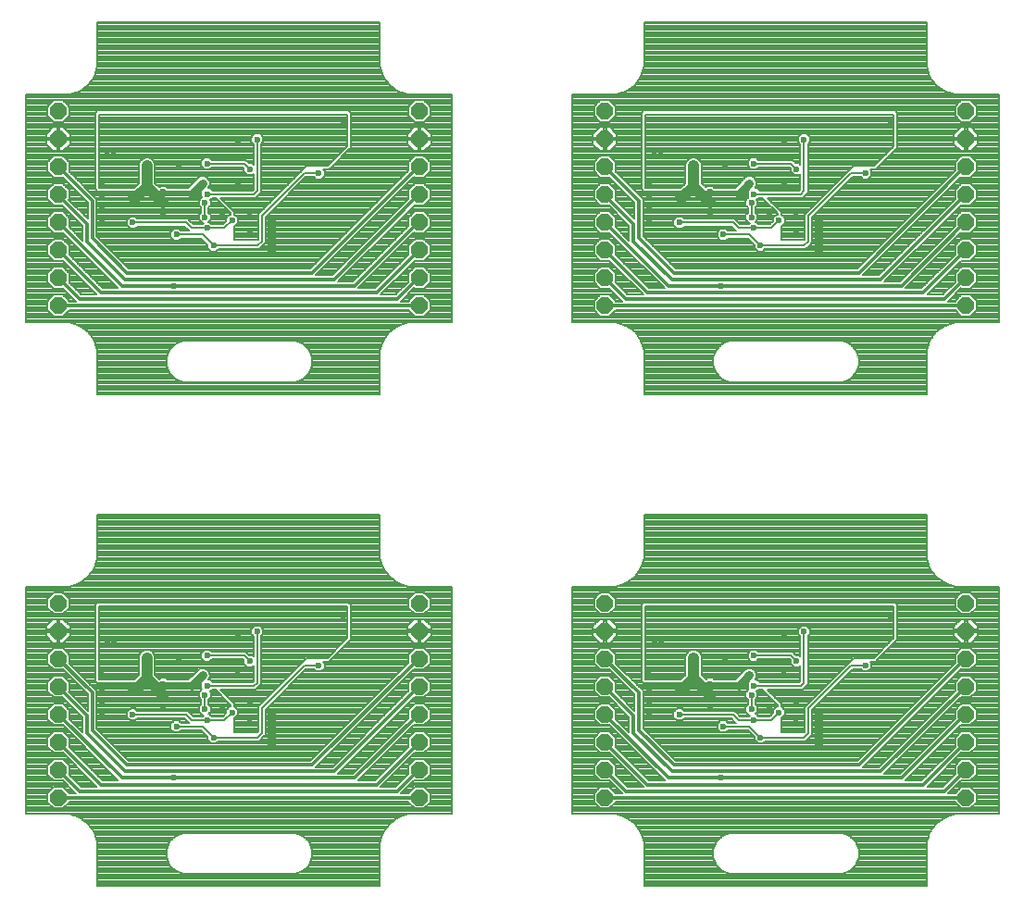
<source format=gbl>
G75*
%MOIN*%
%OFA0B0*%
%FSLAX25Y25*%
%IPPOS*%
%LPD*%
%AMOC8*
5,1,8,0,0,1.08239X$1,22.5*
%
%ADD10OC8,0.05906*%
%ADD11C,0.02362*%
%ADD12C,0.00787*%
%ADD13C,0.03150*%
%ADD14C,0.03937*%
%ADD15C,0.01181*%
D10*
X0117420Y0131020D03*
X0117420Y0141020D03*
X0117420Y0151020D03*
X0117420Y0161020D03*
X0117420Y0171020D03*
X0117420Y0181020D03*
X0117420Y0191020D03*
X0117420Y0201020D03*
X0117420Y0308185D03*
X0117420Y0318185D03*
X0117420Y0328185D03*
X0117420Y0338185D03*
X0117420Y0348185D03*
X0117420Y0358185D03*
X0117420Y0368185D03*
X0117420Y0378185D03*
X0247420Y0378185D03*
X0247420Y0368185D03*
X0247420Y0358185D03*
X0247420Y0348185D03*
X0247420Y0338185D03*
X0247420Y0328185D03*
X0247420Y0318185D03*
X0247420Y0308185D03*
X0314271Y0308185D03*
X0314271Y0318185D03*
X0314271Y0328185D03*
X0314271Y0338185D03*
X0314271Y0348185D03*
X0314271Y0358185D03*
X0314271Y0368185D03*
X0314271Y0378185D03*
X0444271Y0378185D03*
X0444271Y0368185D03*
X0444271Y0358185D03*
X0444271Y0348185D03*
X0444271Y0338185D03*
X0444271Y0328185D03*
X0444271Y0318185D03*
X0444271Y0308185D03*
X0444271Y0201020D03*
X0444271Y0191020D03*
X0444271Y0181020D03*
X0444271Y0171020D03*
X0444271Y0161020D03*
X0444271Y0151020D03*
X0444271Y0141020D03*
X0444271Y0131020D03*
X0314271Y0131020D03*
X0314271Y0141020D03*
X0314271Y0151020D03*
X0314271Y0161020D03*
X0314271Y0171020D03*
X0314271Y0181020D03*
X0314271Y0191020D03*
X0314271Y0201020D03*
X0247420Y0201020D03*
X0247420Y0191020D03*
X0247420Y0181020D03*
X0247420Y0171020D03*
X0247420Y0161020D03*
X0247420Y0151020D03*
X0247420Y0141020D03*
X0247420Y0131020D03*
D11*
X0194231Y0154209D03*
X0194231Y0161295D03*
X0186357Y0157752D03*
X0180058Y0161689D03*
X0176515Y0163264D03*
X0170216Y0162870D03*
X0171003Y0158933D03*
X0173365Y0152634D03*
X0159980Y0156571D03*
X0155255Y0164051D03*
X0155255Y0167988D03*
X0155255Y0171925D03*
X0144625Y0169957D03*
X0144231Y0160902D03*
X0133208Y0160902D03*
X0133208Y0165626D03*
X0133208Y0170350D03*
X0133208Y0175075D03*
X0135176Y0186886D03*
X0137539Y0186886D03*
X0149350Y0181374D03*
X0160767Y0181374D03*
X0171003Y0182161D03*
X0169428Y0175075D03*
X0171003Y0171138D03*
X0170216Y0167988D03*
X0182027Y0175075D03*
X0186357Y0180193D03*
X0182027Y0189248D03*
X0189113Y0190823D03*
X0211161Y0178618D03*
X0220216Y0196728D03*
X0186357Y0164839D03*
X0159192Y0138067D03*
X0330058Y0160902D03*
X0330058Y0165626D03*
X0330058Y0170350D03*
X0330058Y0175075D03*
X0341476Y0169957D03*
X0341082Y0160902D03*
X0352106Y0164051D03*
X0352106Y0167988D03*
X0352106Y0171925D03*
X0357617Y0181374D03*
X0367854Y0182161D03*
X0366279Y0175075D03*
X0367854Y0171138D03*
X0367066Y0167988D03*
X0373365Y0163264D03*
X0376909Y0161689D03*
X0383208Y0164839D03*
X0383208Y0157752D03*
X0391082Y0161295D03*
X0391082Y0154209D03*
X0370216Y0152634D03*
X0367854Y0158933D03*
X0367066Y0162870D03*
X0356830Y0156571D03*
X0356043Y0138067D03*
X0378877Y0175075D03*
X0383208Y0180193D03*
X0378877Y0189248D03*
X0385964Y0190823D03*
X0408011Y0178618D03*
X0417066Y0196728D03*
X0346200Y0181374D03*
X0334389Y0186886D03*
X0332027Y0186886D03*
X0356043Y0315232D03*
X0370216Y0329799D03*
X0367854Y0336098D03*
X0367066Y0340035D03*
X0367066Y0345154D03*
X0367854Y0348303D03*
X0366279Y0352240D03*
X0367854Y0359327D03*
X0357617Y0358539D03*
X0346200Y0358539D03*
X0352106Y0349091D03*
X0352106Y0345154D03*
X0352106Y0341217D03*
X0356830Y0333736D03*
X0341082Y0338067D03*
X0341476Y0347122D03*
X0330058Y0347516D03*
X0330058Y0352240D03*
X0330058Y0342791D03*
X0330058Y0338067D03*
X0332027Y0364051D03*
X0334389Y0364051D03*
X0373365Y0340429D03*
X0376909Y0338854D03*
X0383208Y0342004D03*
X0383208Y0334917D03*
X0391082Y0331374D03*
X0391082Y0338461D03*
X0378877Y0352240D03*
X0383208Y0357358D03*
X0378877Y0366413D03*
X0385964Y0367988D03*
X0408011Y0355783D03*
X0417066Y0373894D03*
X0220216Y0373894D03*
X0211161Y0355783D03*
X0194231Y0338461D03*
X0194231Y0331374D03*
X0186357Y0334917D03*
X0180058Y0338854D03*
X0176515Y0340429D03*
X0170216Y0340035D03*
X0171003Y0336098D03*
X0173365Y0329799D03*
X0159980Y0333736D03*
X0155255Y0341217D03*
X0155255Y0345154D03*
X0155255Y0349091D03*
X0144625Y0347122D03*
X0144231Y0338067D03*
X0133208Y0338067D03*
X0133208Y0342791D03*
X0133208Y0347516D03*
X0133208Y0352240D03*
X0135176Y0364051D03*
X0137539Y0364051D03*
X0149350Y0358539D03*
X0160767Y0358539D03*
X0171003Y0359327D03*
X0169428Y0352240D03*
X0171003Y0348303D03*
X0170216Y0345154D03*
X0182027Y0352240D03*
X0186357Y0357358D03*
X0182027Y0366413D03*
X0189113Y0367988D03*
X0186357Y0342004D03*
X0159192Y0315232D03*
D12*
X0131633Y0114803D02*
X0131633Y0099091D01*
X0233208Y0099091D01*
X0233208Y0114803D01*
X0234403Y0118480D01*
X0234403Y0118480D01*
X0236675Y0121608D01*
X0236675Y0121608D01*
X0236675Y0121608D01*
X0239803Y0123880D01*
X0239803Y0123880D01*
X0243480Y0125075D01*
X0259192Y0125075D01*
X0259192Y0206965D01*
X0243480Y0206965D01*
X0239803Y0208159D01*
X0239803Y0208159D01*
X0236675Y0210432D01*
X0236675Y0210432D01*
X0234403Y0213559D01*
X0234403Y0213559D01*
X0233208Y0217236D01*
X0233208Y0232949D01*
X0220581Y0232949D01*
X0144259Y0232949D01*
X0131633Y0232949D01*
X0131633Y0217236D01*
X0130438Y0213559D01*
X0130438Y0213559D01*
X0128166Y0210432D01*
X0128166Y0210432D01*
X0125038Y0208159D01*
X0125038Y0208159D01*
X0121361Y0206965D01*
X0105649Y0206965D01*
X0105649Y0125075D01*
X0121361Y0125075D01*
X0125038Y0123880D01*
X0125038Y0123880D01*
X0128166Y0121608D01*
X0128166Y0121608D01*
X0128166Y0121608D01*
X0130438Y0118480D01*
X0130438Y0118480D01*
X0131633Y0114803D01*
X0131529Y0115124D02*
X0157569Y0115124D01*
X0157575Y0115139D02*
X0156436Y0112390D01*
X0156436Y0109414D01*
X0157575Y0106664D01*
X0159679Y0104560D01*
X0162429Y0103421D01*
X0202806Y0103421D01*
X0205555Y0104560D01*
X0207660Y0106664D01*
X0208798Y0109414D01*
X0208798Y0112390D01*
X0207660Y0115139D01*
X0205555Y0117243D01*
X0202806Y0118382D01*
X0162429Y0118382D01*
X0159679Y0117243D01*
X0157575Y0115139D01*
X0157243Y0114338D02*
X0131633Y0114338D01*
X0131633Y0113552D02*
X0156918Y0113552D01*
X0156592Y0112766D02*
X0131633Y0112766D01*
X0131633Y0111980D02*
X0156436Y0111980D01*
X0156436Y0111194D02*
X0131633Y0111194D01*
X0131633Y0110408D02*
X0156436Y0110408D01*
X0156436Y0109622D02*
X0131633Y0109622D01*
X0131633Y0108836D02*
X0156675Y0108836D01*
X0157001Y0108050D02*
X0131633Y0108050D01*
X0131633Y0107264D02*
X0157326Y0107264D01*
X0157761Y0106479D02*
X0131633Y0106479D01*
X0131633Y0105693D02*
X0158547Y0105693D01*
X0159333Y0104907D02*
X0131633Y0104907D01*
X0131633Y0104121D02*
X0160740Y0104121D01*
X0158346Y0115910D02*
X0131274Y0115910D01*
X0131018Y0116695D02*
X0159132Y0116695D01*
X0160255Y0117481D02*
X0130763Y0117481D01*
X0130507Y0118267D02*
X0162152Y0118267D01*
X0138934Y0137280D02*
X0133388Y0137280D01*
X0121318Y0149349D01*
X0121357Y0149389D01*
X0121357Y0152650D01*
X0119051Y0154957D01*
X0115790Y0154957D01*
X0113483Y0152650D01*
X0113483Y0149389D01*
X0115790Y0147083D01*
X0119051Y0147083D01*
X0119091Y0147122D01*
X0131296Y0134917D01*
X0125750Y0134917D01*
X0121318Y0139349D01*
X0121357Y0139389D01*
X0121357Y0142650D01*
X0119051Y0144957D01*
X0115790Y0144957D01*
X0113483Y0142650D01*
X0113483Y0139389D01*
X0115790Y0137083D01*
X0119051Y0137083D01*
X0119091Y0137122D01*
X0123523Y0132690D01*
X0123658Y0132555D01*
X0121357Y0132555D01*
X0121357Y0132650D01*
X0119051Y0134957D01*
X0115790Y0134957D01*
X0113483Y0132650D01*
X0113483Y0129389D01*
X0115790Y0127083D01*
X0119051Y0127083D01*
X0121357Y0129389D01*
X0121357Y0129406D01*
X0243483Y0129406D01*
X0243483Y0129389D01*
X0245790Y0127083D01*
X0249051Y0127083D01*
X0251357Y0129389D01*
X0251357Y0132650D01*
X0249051Y0134957D01*
X0245790Y0134957D01*
X0243483Y0132650D01*
X0243483Y0132555D01*
X0240947Y0132555D01*
X0245632Y0137240D01*
X0245790Y0137083D01*
X0249051Y0137083D01*
X0251357Y0139389D01*
X0251357Y0142650D01*
X0249051Y0144957D01*
X0245790Y0144957D01*
X0243483Y0142650D01*
X0243483Y0139546D01*
X0238855Y0134917D01*
X0233466Y0134917D01*
X0233602Y0135052D01*
X0245711Y0147162D01*
X0245790Y0147083D01*
X0249051Y0147083D01*
X0251357Y0149389D01*
X0251357Y0152650D01*
X0249051Y0154957D01*
X0245790Y0154957D01*
X0243483Y0152650D01*
X0243483Y0149389D01*
X0243484Y0149389D01*
X0231374Y0137280D01*
X0225592Y0137280D01*
X0245593Y0157280D01*
X0245790Y0157083D01*
X0249051Y0157083D01*
X0251357Y0159389D01*
X0251357Y0162650D01*
X0249051Y0164957D01*
X0245790Y0164957D01*
X0243483Y0162650D01*
X0243483Y0159625D01*
X0223500Y0139642D01*
X0218112Y0139642D01*
X0245671Y0167201D01*
X0245790Y0167083D01*
X0249051Y0167083D01*
X0251357Y0169389D01*
X0251357Y0172650D01*
X0249051Y0174957D01*
X0245790Y0174957D01*
X0243483Y0172650D01*
X0243483Y0169467D01*
X0216020Y0142004D01*
X0210238Y0142004D01*
X0245553Y0177319D01*
X0245790Y0177083D01*
X0249051Y0177083D01*
X0251357Y0179389D01*
X0251357Y0182650D01*
X0249051Y0184957D01*
X0245790Y0184957D01*
X0243483Y0182650D01*
X0243483Y0179703D01*
X0208146Y0144366D01*
X0142915Y0144366D01*
X0131239Y0156042D01*
X0131239Y0169428D01*
X0121318Y0179349D01*
X0121357Y0179389D01*
X0121357Y0182650D01*
X0119051Y0184957D01*
X0115790Y0184957D01*
X0113483Y0182650D01*
X0113483Y0179389D01*
X0115790Y0177083D01*
X0119051Y0177083D01*
X0119091Y0177122D01*
X0128090Y0168123D01*
X0128090Y0162341D01*
X0121200Y0169231D01*
X0121357Y0169389D01*
X0121357Y0172650D01*
X0119051Y0174957D01*
X0115790Y0174957D01*
X0113483Y0172650D01*
X0113483Y0169389D01*
X0115790Y0167083D01*
X0118894Y0167083D01*
X0126121Y0159856D01*
X0126121Y0154546D01*
X0121318Y0159349D01*
X0121357Y0159389D01*
X0121357Y0162650D01*
X0119051Y0164957D01*
X0115790Y0164957D01*
X0113483Y0162650D01*
X0113483Y0159389D01*
X0115790Y0157083D01*
X0119051Y0157083D01*
X0119091Y0157122D01*
X0138934Y0137280D01*
X0138298Y0137915D02*
X0132752Y0137915D01*
X0131966Y0138701D02*
X0137512Y0138701D01*
X0136726Y0139487D02*
X0131180Y0139487D01*
X0130394Y0140273D02*
X0135940Y0140273D01*
X0135154Y0141059D02*
X0129609Y0141059D01*
X0128823Y0141845D02*
X0134368Y0141845D01*
X0133582Y0142631D02*
X0128037Y0142631D01*
X0127251Y0143416D02*
X0132797Y0143416D01*
X0132011Y0144202D02*
X0126465Y0144202D01*
X0125679Y0144988D02*
X0131225Y0144988D01*
X0130439Y0145774D02*
X0124893Y0145774D01*
X0124107Y0146560D02*
X0129653Y0146560D01*
X0128867Y0147346D02*
X0123321Y0147346D01*
X0122535Y0148132D02*
X0128081Y0148132D01*
X0127295Y0148918D02*
X0121749Y0148918D01*
X0121357Y0149704D02*
X0126509Y0149704D01*
X0125723Y0150490D02*
X0121357Y0150490D01*
X0121357Y0151276D02*
X0124937Y0151276D01*
X0124152Y0152062D02*
X0121357Y0152062D01*
X0121160Y0152847D02*
X0123366Y0152847D01*
X0122580Y0153633D02*
X0120375Y0153633D01*
X0119589Y0154419D02*
X0121794Y0154419D01*
X0121008Y0155205D02*
X0105649Y0155205D01*
X0105649Y0154419D02*
X0115252Y0154419D01*
X0114466Y0153633D02*
X0105649Y0153633D01*
X0105649Y0152847D02*
X0113680Y0152847D01*
X0113483Y0152062D02*
X0105649Y0152062D01*
X0105649Y0151276D02*
X0113483Y0151276D01*
X0113483Y0150490D02*
X0105649Y0150490D01*
X0105649Y0149704D02*
X0113483Y0149704D01*
X0113955Y0148918D02*
X0105649Y0148918D01*
X0105649Y0148132D02*
X0114740Y0148132D01*
X0115526Y0147346D02*
X0105649Y0147346D01*
X0105649Y0146560D02*
X0119653Y0146560D01*
X0120439Y0145774D02*
X0105649Y0145774D01*
X0105649Y0144988D02*
X0121225Y0144988D01*
X0122011Y0144202D02*
X0119806Y0144202D01*
X0120591Y0143416D02*
X0122797Y0143416D01*
X0123582Y0142631D02*
X0121357Y0142631D01*
X0121357Y0141845D02*
X0124368Y0141845D01*
X0125154Y0141059D02*
X0121357Y0141059D01*
X0121357Y0140273D02*
X0125940Y0140273D01*
X0126726Y0139487D02*
X0121357Y0139487D01*
X0121966Y0138701D02*
X0127512Y0138701D01*
X0128298Y0137915D02*
X0122752Y0137915D01*
X0123538Y0137129D02*
X0129084Y0137129D01*
X0129870Y0136343D02*
X0124324Y0136343D01*
X0125110Y0135557D02*
X0130656Y0135557D01*
X0123523Y0132690D02*
X0123523Y0132690D01*
X0123013Y0133200D02*
X0120808Y0133200D01*
X0120022Y0133986D02*
X0122228Y0133986D01*
X0121442Y0134771D02*
X0119236Y0134771D01*
X0120656Y0135557D02*
X0105649Y0135557D01*
X0105649Y0134771D02*
X0115604Y0134771D01*
X0114819Y0133986D02*
X0105649Y0133986D01*
X0105649Y0133200D02*
X0114033Y0133200D01*
X0113483Y0132414D02*
X0105649Y0132414D01*
X0105649Y0131628D02*
X0113483Y0131628D01*
X0113483Y0130842D02*
X0105649Y0130842D01*
X0105649Y0130056D02*
X0113483Y0130056D01*
X0113602Y0129270D02*
X0105649Y0129270D01*
X0105649Y0128484D02*
X0114388Y0128484D01*
X0115174Y0127698D02*
X0105649Y0127698D01*
X0105649Y0126912D02*
X0259192Y0126912D01*
X0259192Y0126126D02*
X0105649Y0126126D01*
X0105649Y0125340D02*
X0259192Y0125340D01*
X0259192Y0127698D02*
X0249667Y0127698D01*
X0250453Y0128484D02*
X0259192Y0128484D01*
X0259192Y0129270D02*
X0251239Y0129270D01*
X0251357Y0130056D02*
X0259192Y0130056D01*
X0259192Y0130842D02*
X0251357Y0130842D01*
X0251357Y0131628D02*
X0259192Y0131628D01*
X0259192Y0132414D02*
X0251357Y0132414D01*
X0250808Y0133200D02*
X0259192Y0133200D01*
X0259192Y0133986D02*
X0250022Y0133986D01*
X0249236Y0134771D02*
X0259192Y0134771D01*
X0259192Y0135557D02*
X0243949Y0135557D01*
X0243163Y0134771D02*
X0245604Y0134771D01*
X0244819Y0133986D02*
X0242377Y0133986D01*
X0241591Y0133200D02*
X0244033Y0133200D01*
X0244735Y0136343D02*
X0259192Y0136343D01*
X0259192Y0137129D02*
X0249098Y0137129D01*
X0249884Y0137915D02*
X0259192Y0137915D01*
X0259192Y0138701D02*
X0250670Y0138701D01*
X0251357Y0139487D02*
X0259192Y0139487D01*
X0259192Y0140273D02*
X0251357Y0140273D01*
X0251357Y0141059D02*
X0259192Y0141059D01*
X0259192Y0141845D02*
X0251357Y0141845D01*
X0251357Y0142631D02*
X0259192Y0142631D01*
X0259192Y0143416D02*
X0250591Y0143416D01*
X0249806Y0144202D02*
X0259192Y0144202D01*
X0259192Y0144988D02*
X0243537Y0144988D01*
X0242752Y0144202D02*
X0245035Y0144202D01*
X0244250Y0143416D02*
X0241966Y0143416D01*
X0241180Y0142631D02*
X0243483Y0142631D01*
X0243483Y0141845D02*
X0240394Y0141845D01*
X0239608Y0141059D02*
X0243483Y0141059D01*
X0243483Y0140273D02*
X0238822Y0140273D01*
X0238036Y0139487D02*
X0243424Y0139487D01*
X0242638Y0138701D02*
X0237250Y0138701D01*
X0236464Y0137915D02*
X0241853Y0137915D01*
X0241067Y0137129D02*
X0235678Y0137129D01*
X0234892Y0136343D02*
X0240281Y0136343D01*
X0239495Y0135557D02*
X0234106Y0135557D01*
X0232010Y0137915D02*
X0226228Y0137915D01*
X0227014Y0138701D02*
X0232796Y0138701D01*
X0233582Y0139487D02*
X0227800Y0139487D01*
X0228586Y0140273D02*
X0234368Y0140273D01*
X0235154Y0141059D02*
X0229372Y0141059D01*
X0230158Y0141845D02*
X0235940Y0141845D01*
X0236726Y0142631D02*
X0230943Y0142631D01*
X0231729Y0143416D02*
X0237511Y0143416D01*
X0238297Y0144202D02*
X0232515Y0144202D01*
X0233301Y0144988D02*
X0239083Y0144988D01*
X0239869Y0145774D02*
X0234087Y0145774D01*
X0234873Y0146560D02*
X0240655Y0146560D01*
X0241441Y0147346D02*
X0235659Y0147346D01*
X0236445Y0148132D02*
X0242227Y0148132D01*
X0243013Y0148918D02*
X0237231Y0148918D01*
X0238017Y0149704D02*
X0243483Y0149704D01*
X0243483Y0150490D02*
X0238803Y0150490D01*
X0239589Y0151276D02*
X0243483Y0151276D01*
X0243483Y0152062D02*
X0240374Y0152062D01*
X0241160Y0152847D02*
X0243680Y0152847D01*
X0244466Y0153633D02*
X0241946Y0153633D01*
X0242732Y0154419D02*
X0245252Y0154419D01*
X0244304Y0155991D02*
X0259192Y0155991D01*
X0259192Y0155205D02*
X0243518Y0155205D01*
X0245090Y0156777D02*
X0259192Y0156777D01*
X0259192Y0157563D02*
X0249531Y0157563D01*
X0250317Y0158349D02*
X0259192Y0158349D01*
X0259192Y0159135D02*
X0251103Y0159135D01*
X0251357Y0159921D02*
X0259192Y0159921D01*
X0259192Y0160707D02*
X0251357Y0160707D01*
X0251357Y0161492D02*
X0259192Y0161492D01*
X0259192Y0162278D02*
X0251357Y0162278D01*
X0250944Y0163064D02*
X0259192Y0163064D01*
X0259192Y0163850D02*
X0250158Y0163850D01*
X0249372Y0164636D02*
X0259192Y0164636D01*
X0259192Y0165422D02*
X0243892Y0165422D01*
X0243107Y0164636D02*
X0245469Y0164636D01*
X0244683Y0163850D02*
X0242321Y0163850D01*
X0241535Y0163064D02*
X0243897Y0163064D01*
X0243483Y0162278D02*
X0240749Y0162278D01*
X0239963Y0161492D02*
X0243483Y0161492D01*
X0243483Y0160707D02*
X0239177Y0160707D01*
X0238391Y0159921D02*
X0243483Y0159921D01*
X0242993Y0159135D02*
X0237605Y0159135D01*
X0236819Y0158349D02*
X0242208Y0158349D01*
X0241422Y0157563D02*
X0236033Y0157563D01*
X0235247Y0156777D02*
X0240636Y0156777D01*
X0239850Y0155991D02*
X0234461Y0155991D01*
X0233676Y0155205D02*
X0239064Y0155205D01*
X0238278Y0154419D02*
X0232890Y0154419D01*
X0232104Y0153633D02*
X0237492Y0153633D01*
X0236706Y0152847D02*
X0231318Y0152847D01*
X0230532Y0152062D02*
X0235920Y0152062D01*
X0235134Y0151276D02*
X0229746Y0151276D01*
X0228960Y0150490D02*
X0234348Y0150490D01*
X0233562Y0149704D02*
X0228174Y0149704D01*
X0227388Y0148918D02*
X0232777Y0148918D01*
X0231991Y0148132D02*
X0226602Y0148132D01*
X0225816Y0147346D02*
X0231205Y0147346D01*
X0230419Y0146560D02*
X0225031Y0146560D01*
X0224245Y0145774D02*
X0229633Y0145774D01*
X0228847Y0144988D02*
X0223459Y0144988D01*
X0222673Y0144202D02*
X0228061Y0144202D01*
X0227275Y0143416D02*
X0221887Y0143416D01*
X0221101Y0142631D02*
X0226489Y0142631D01*
X0225703Y0141845D02*
X0220315Y0141845D01*
X0219529Y0141059D02*
X0224917Y0141059D01*
X0224132Y0140273D02*
X0218743Y0140273D01*
X0216647Y0142631D02*
X0210865Y0142631D01*
X0211651Y0143416D02*
X0217433Y0143416D01*
X0218219Y0144202D02*
X0212437Y0144202D01*
X0213222Y0144988D02*
X0219005Y0144988D01*
X0219790Y0145774D02*
X0214008Y0145774D01*
X0214794Y0146560D02*
X0220576Y0146560D01*
X0221362Y0147346D02*
X0215580Y0147346D01*
X0216366Y0148132D02*
X0222148Y0148132D01*
X0222934Y0148918D02*
X0217152Y0148918D01*
X0217938Y0149704D02*
X0223720Y0149704D01*
X0224506Y0150490D02*
X0218724Y0150490D01*
X0219510Y0151276D02*
X0225292Y0151276D01*
X0226078Y0152062D02*
X0220296Y0152062D01*
X0221082Y0152847D02*
X0226864Y0152847D01*
X0227650Y0153633D02*
X0221868Y0153633D01*
X0222653Y0154419D02*
X0228435Y0154419D01*
X0229221Y0155205D02*
X0223439Y0155205D01*
X0224225Y0155991D02*
X0230007Y0155991D01*
X0230793Y0156777D02*
X0225011Y0156777D01*
X0225797Y0157563D02*
X0231579Y0157563D01*
X0232365Y0158349D02*
X0226583Y0158349D01*
X0227369Y0159135D02*
X0233151Y0159135D01*
X0233937Y0159921D02*
X0228155Y0159921D01*
X0228941Y0160707D02*
X0234723Y0160707D01*
X0235509Y0161492D02*
X0229727Y0161492D01*
X0230513Y0162278D02*
X0236295Y0162278D01*
X0237081Y0163064D02*
X0231298Y0163064D01*
X0232084Y0163850D02*
X0237866Y0163850D01*
X0238652Y0164636D02*
X0232870Y0164636D01*
X0233656Y0165422D02*
X0239438Y0165422D01*
X0240224Y0166208D02*
X0234442Y0166208D01*
X0235228Y0166994D02*
X0241010Y0166994D01*
X0241796Y0167780D02*
X0236014Y0167780D01*
X0236800Y0168566D02*
X0242582Y0168566D01*
X0243368Y0169352D02*
X0237586Y0169352D01*
X0238372Y0170138D02*
X0243483Y0170138D01*
X0243483Y0170923D02*
X0239158Y0170923D01*
X0239944Y0171709D02*
X0243483Y0171709D01*
X0243483Y0172495D02*
X0240729Y0172495D01*
X0241515Y0173281D02*
X0244114Y0173281D01*
X0244900Y0174067D02*
X0242301Y0174067D01*
X0243087Y0174853D02*
X0245686Y0174853D01*
X0244659Y0176425D02*
X0259192Y0176425D01*
X0259192Y0177211D02*
X0249179Y0177211D01*
X0249965Y0177997D02*
X0259192Y0177997D01*
X0259192Y0178783D02*
X0250751Y0178783D01*
X0251357Y0179568D02*
X0259192Y0179568D01*
X0259192Y0180354D02*
X0251357Y0180354D01*
X0251357Y0181140D02*
X0259192Y0181140D01*
X0259192Y0181926D02*
X0251357Y0181926D01*
X0251296Y0182712D02*
X0259192Y0182712D01*
X0259192Y0183498D02*
X0250510Y0183498D01*
X0249724Y0184284D02*
X0259192Y0184284D01*
X0259192Y0185070D02*
X0219955Y0185070D01*
X0220741Y0185856D02*
X0259192Y0185856D01*
X0259192Y0186642D02*
X0221527Y0186642D01*
X0222313Y0187428D02*
X0244866Y0187428D01*
X0245620Y0186673D02*
X0243074Y0189219D01*
X0243074Y0190626D01*
X0247027Y0190626D01*
X0247814Y0190626D01*
X0247814Y0186673D01*
X0249221Y0186673D01*
X0251767Y0189219D01*
X0251767Y0190626D01*
X0247814Y0190626D01*
X0247814Y0191413D01*
X0251767Y0191413D01*
X0251767Y0192820D01*
X0249221Y0195366D01*
X0247814Y0195366D01*
X0247814Y0191413D01*
X0247027Y0191413D01*
X0247027Y0190626D01*
X0247027Y0186673D01*
X0245620Y0186673D01*
X0247027Y0187428D02*
X0247814Y0187428D01*
X0247814Y0188214D02*
X0247027Y0188214D01*
X0247027Y0188999D02*
X0247814Y0188999D01*
X0247814Y0189785D02*
X0247027Y0189785D01*
X0247027Y0190571D02*
X0247814Y0190571D01*
X0247814Y0191357D02*
X0259192Y0191357D01*
X0259192Y0190571D02*
X0251767Y0190571D01*
X0251767Y0189785D02*
X0259192Y0189785D01*
X0259192Y0188999D02*
X0251547Y0188999D01*
X0250761Y0188214D02*
X0259192Y0188214D01*
X0259192Y0187428D02*
X0249975Y0187428D01*
X0247027Y0191357D02*
X0222775Y0191357D01*
X0222775Y0190571D02*
X0243074Y0190571D01*
X0243074Y0189785D02*
X0222775Y0189785D01*
X0222775Y0188999D02*
X0243294Y0188999D01*
X0244080Y0188214D02*
X0222775Y0188214D01*
X0222775Y0187890D02*
X0222775Y0200449D01*
X0221968Y0201256D01*
X0131456Y0201256D01*
X0130649Y0200449D01*
X0130649Y0172929D01*
X0131456Y0172122D01*
X0168925Y0172122D01*
X0168838Y0172035D01*
X0168838Y0170241D01*
X0169122Y0169957D01*
X0168050Y0168885D01*
X0168050Y0167091D01*
X0168838Y0166304D01*
X0168838Y0164554D01*
X0168050Y0163767D01*
X0168050Y0161973D01*
X0169319Y0160705D01*
X0169713Y0160705D01*
X0169319Y0160311D01*
X0166062Y0160311D01*
X0164901Y0161472D01*
X0164094Y0162280D01*
X0145916Y0162280D01*
X0145128Y0163067D01*
X0143335Y0163067D01*
X0142066Y0161798D01*
X0142066Y0160005D01*
X0143335Y0158736D01*
X0145128Y0158736D01*
X0145916Y0159524D01*
X0162952Y0159524D01*
X0164113Y0158362D01*
X0164527Y0157949D01*
X0161664Y0157949D01*
X0160876Y0158736D01*
X0159083Y0158736D01*
X0157814Y0157468D01*
X0157814Y0155674D01*
X0159083Y0154406D01*
X0160876Y0154406D01*
X0161664Y0155193D01*
X0168858Y0155193D01*
X0171200Y0152850D01*
X0171200Y0151737D01*
X0172468Y0150469D01*
X0174262Y0150469D01*
X0175050Y0151256D01*
X0189684Y0151256D01*
X0190491Y0152063D01*
X0191259Y0152831D01*
X0192066Y0153638D01*
X0192066Y0162693D01*
X0206613Y0177240D01*
X0209476Y0177240D01*
X0210264Y0176453D01*
X0212058Y0176453D01*
X0213326Y0177721D01*
X0213326Y0179515D01*
X0212845Y0179996D01*
X0214881Y0179996D01*
X0215688Y0180803D01*
X0222775Y0187890D01*
X0221397Y0188461D02*
X0214310Y0181374D01*
X0206830Y0181374D01*
X0189507Y0164051D01*
X0189507Y0164031D01*
X0189310Y0163835D01*
X0189310Y0154779D01*
X0189133Y0154602D01*
X0180846Y0154602D01*
X0180846Y0159524D01*
X0180955Y0159524D01*
X0182224Y0160792D01*
X0182224Y0162586D01*
X0180955Y0163854D01*
X0180846Y0163854D01*
X0180846Y0164839D01*
X0175924Y0169760D01*
X0188503Y0169760D01*
X0190491Y0171748D01*
X0190491Y0189139D01*
X0191279Y0189926D01*
X0191279Y0191720D01*
X0190010Y0192988D01*
X0188216Y0192988D01*
X0186948Y0191720D01*
X0186948Y0189926D01*
X0187735Y0189139D01*
X0187735Y0181877D01*
X0187254Y0182358D01*
X0186141Y0182358D01*
X0184960Y0183539D01*
X0172687Y0183539D01*
X0171900Y0184327D01*
X0170106Y0184327D01*
X0168838Y0183058D01*
X0168838Y0181264D01*
X0170106Y0179996D01*
X0171900Y0179996D01*
X0172687Y0180783D01*
X0183818Y0180783D01*
X0184192Y0180410D01*
X0184192Y0179296D01*
X0185461Y0178028D01*
X0187254Y0178028D01*
X0187735Y0178509D01*
X0187735Y0172890D01*
X0187362Y0172516D01*
X0173169Y0172516D01*
X0172184Y0173500D01*
X0171473Y0173500D01*
X0171598Y0173625D01*
X0171987Y0174566D01*
X0171987Y0175584D01*
X0171598Y0176524D01*
X0170878Y0177244D01*
X0169937Y0177634D01*
X0168919Y0177634D01*
X0167979Y0177244D01*
X0166010Y0175276D01*
X0164234Y0173500D01*
X0156743Y0173500D01*
X0156152Y0174091D01*
X0154358Y0174091D01*
X0153843Y0173576D01*
X0152302Y0175117D01*
X0152302Y0181961D01*
X0151853Y0183047D01*
X0151022Y0183877D01*
X0149937Y0184327D01*
X0148762Y0184327D01*
X0147677Y0183877D01*
X0146846Y0183047D01*
X0146397Y0181961D01*
X0146397Y0175117D01*
X0144780Y0173500D01*
X0132027Y0173500D01*
X0132027Y0199878D01*
X0221397Y0199878D01*
X0221397Y0188461D01*
X0221150Y0188214D02*
X0190491Y0188214D01*
X0190491Y0188999D02*
X0221397Y0188999D01*
X0221397Y0189785D02*
X0191138Y0189785D01*
X0191279Y0190571D02*
X0221397Y0190571D01*
X0221397Y0191357D02*
X0191279Y0191357D01*
X0190855Y0192143D02*
X0221397Y0192143D01*
X0221397Y0192929D02*
X0190069Y0192929D01*
X0188157Y0192929D02*
X0132027Y0192929D01*
X0132027Y0193715D02*
X0221397Y0193715D01*
X0221397Y0194501D02*
X0132027Y0194501D01*
X0132027Y0195287D02*
X0221397Y0195287D01*
X0221397Y0196073D02*
X0132027Y0196073D01*
X0132027Y0196859D02*
X0221397Y0196859D01*
X0221397Y0197644D02*
X0132027Y0197644D01*
X0132027Y0198430D02*
X0221397Y0198430D01*
X0221397Y0199216D02*
X0132027Y0199216D01*
X0130649Y0199216D02*
X0121185Y0199216D01*
X0121357Y0199389D02*
X0119051Y0197083D01*
X0115790Y0197083D01*
X0113483Y0199389D01*
X0113483Y0202650D01*
X0115790Y0204957D01*
X0119051Y0204957D01*
X0121357Y0202650D01*
X0121357Y0199389D01*
X0121357Y0200002D02*
X0130649Y0200002D01*
X0130988Y0200788D02*
X0121357Y0200788D01*
X0121357Y0201574D02*
X0243483Y0201574D01*
X0243483Y0200788D02*
X0222435Y0200788D01*
X0222775Y0200002D02*
X0243483Y0200002D01*
X0243483Y0199389D02*
X0245790Y0197083D01*
X0249051Y0197083D01*
X0251357Y0199389D01*
X0251357Y0202650D01*
X0249051Y0204957D01*
X0245790Y0204957D01*
X0243483Y0202650D01*
X0243483Y0199389D01*
X0243656Y0199216D02*
X0222775Y0199216D01*
X0222775Y0198430D02*
X0244442Y0198430D01*
X0245228Y0197644D02*
X0222775Y0197644D01*
X0222775Y0196859D02*
X0259192Y0196859D01*
X0259192Y0197644D02*
X0249613Y0197644D01*
X0250399Y0198430D02*
X0259192Y0198430D01*
X0259192Y0199216D02*
X0251185Y0199216D01*
X0251357Y0200002D02*
X0259192Y0200002D01*
X0259192Y0200788D02*
X0251357Y0200788D01*
X0251357Y0201574D02*
X0259192Y0201574D01*
X0259192Y0202360D02*
X0251357Y0202360D01*
X0250862Y0203146D02*
X0259192Y0203146D01*
X0259192Y0203932D02*
X0250076Y0203932D01*
X0249290Y0204718D02*
X0259192Y0204718D01*
X0259192Y0205504D02*
X0105649Y0205504D01*
X0105649Y0206290D02*
X0259192Y0206290D01*
X0259192Y0196073D02*
X0222775Y0196073D01*
X0222775Y0195287D02*
X0245541Y0195287D01*
X0245620Y0195366D02*
X0243074Y0192820D01*
X0243074Y0191413D01*
X0247027Y0191413D01*
X0247027Y0195366D01*
X0245620Y0195366D01*
X0244755Y0194501D02*
X0222775Y0194501D01*
X0222775Y0193715D02*
X0243969Y0193715D01*
X0243183Y0192929D02*
X0222775Y0192929D01*
X0222775Y0192143D02*
X0243074Y0192143D01*
X0247027Y0192143D02*
X0247814Y0192143D01*
X0247814Y0192929D02*
X0247027Y0192929D01*
X0247027Y0193715D02*
X0247814Y0193715D01*
X0247814Y0194501D02*
X0247027Y0194501D01*
X0247027Y0195287D02*
X0247814Y0195287D01*
X0249300Y0195287D02*
X0259192Y0195287D01*
X0259192Y0194501D02*
X0250086Y0194501D01*
X0250872Y0193715D02*
X0259192Y0193715D01*
X0259192Y0192929D02*
X0251658Y0192929D01*
X0251767Y0192143D02*
X0259192Y0192143D01*
X0245117Y0184284D02*
X0219169Y0184284D01*
X0218383Y0183498D02*
X0244331Y0183498D01*
X0243545Y0182712D02*
X0217597Y0182712D01*
X0216811Y0181926D02*
X0243483Y0181926D01*
X0243483Y0181140D02*
X0216025Y0181140D01*
X0215239Y0180354D02*
X0243483Y0180354D01*
X0243348Y0179568D02*
X0213273Y0179568D01*
X0213326Y0178783D02*
X0242563Y0178783D01*
X0241777Y0177997D02*
X0213326Y0177997D01*
X0212816Y0177211D02*
X0240991Y0177211D01*
X0240205Y0176425D02*
X0205798Y0176425D01*
X0206584Y0177211D02*
X0209506Y0177211D01*
X0211161Y0178618D02*
X0206043Y0178618D01*
X0190688Y0163264D01*
X0190688Y0154209D01*
X0189113Y0152634D01*
X0173365Y0152634D01*
X0169428Y0156571D01*
X0159980Y0156571D01*
X0157814Y0156777D02*
X0131239Y0156777D01*
X0131239Y0157563D02*
X0157909Y0157563D01*
X0158695Y0158349D02*
X0131239Y0158349D01*
X0131239Y0159135D02*
X0142936Y0159135D01*
X0142150Y0159921D02*
X0131239Y0159921D01*
X0131239Y0160707D02*
X0142066Y0160707D01*
X0142066Y0161492D02*
X0131239Y0161492D01*
X0131239Y0162278D02*
X0142546Y0162278D01*
X0143332Y0163064D02*
X0131239Y0163064D01*
X0131239Y0163850D02*
X0168134Y0163850D01*
X0168050Y0163064D02*
X0145131Y0163064D01*
X0144231Y0160902D02*
X0163523Y0160902D01*
X0165491Y0158933D01*
X0171003Y0158933D01*
X0177302Y0158933D01*
X0180058Y0161689D01*
X0177893Y0161492D02*
X0171900Y0161492D01*
X0171900Y0161098D02*
X0171506Y0161098D01*
X0172381Y0161973D01*
X0172381Y0163767D01*
X0171594Y0164554D01*
X0171594Y0166304D01*
X0172381Y0167091D01*
X0172381Y0168885D01*
X0172097Y0169169D01*
X0172687Y0169760D01*
X0173976Y0169760D01*
X0179468Y0164268D01*
X0179468Y0163854D01*
X0179161Y0163854D01*
X0177893Y0162586D01*
X0177893Y0161472D01*
X0176732Y0160311D01*
X0172687Y0160311D01*
X0171900Y0161098D01*
X0172292Y0160707D02*
X0177127Y0160707D01*
X0177893Y0162278D02*
X0172381Y0162278D01*
X0172381Y0163064D02*
X0178371Y0163064D01*
X0179157Y0163850D02*
X0172298Y0163850D01*
X0171594Y0164636D02*
X0179099Y0164636D01*
X0178313Y0165422D02*
X0171594Y0165422D01*
X0171594Y0166208D02*
X0177528Y0166208D01*
X0176742Y0166994D02*
X0172284Y0166994D01*
X0172381Y0167780D02*
X0175956Y0167780D01*
X0175170Y0168566D02*
X0172381Y0168566D01*
X0172279Y0169352D02*
X0174384Y0169352D01*
X0176333Y0169352D02*
X0194808Y0169352D01*
X0195593Y0170138D02*
X0188881Y0170138D01*
X0189667Y0170923D02*
X0196379Y0170923D01*
X0197165Y0171709D02*
X0190453Y0171709D01*
X0190491Y0172495D02*
X0197951Y0172495D01*
X0198737Y0173281D02*
X0190491Y0173281D01*
X0190491Y0174067D02*
X0199523Y0174067D01*
X0200309Y0174853D02*
X0190491Y0174853D01*
X0190491Y0175639D02*
X0201095Y0175639D01*
X0201881Y0176425D02*
X0190491Y0176425D01*
X0190491Y0177211D02*
X0202667Y0177211D01*
X0203453Y0177997D02*
X0190491Y0177997D01*
X0190491Y0178783D02*
X0204238Y0178783D01*
X0205024Y0179568D02*
X0190491Y0179568D01*
X0190491Y0180354D02*
X0205810Y0180354D01*
X0206596Y0181140D02*
X0190491Y0181140D01*
X0190491Y0181926D02*
X0214862Y0181926D01*
X0215648Y0182712D02*
X0190491Y0182712D01*
X0190491Y0183498D02*
X0216434Y0183498D01*
X0217220Y0184284D02*
X0190491Y0184284D01*
X0190491Y0185070D02*
X0218006Y0185070D01*
X0218792Y0185856D02*
X0190491Y0185856D01*
X0190491Y0186642D02*
X0219578Y0186642D01*
X0220364Y0187428D02*
X0190491Y0187428D01*
X0187735Y0187428D02*
X0132027Y0187428D01*
X0132027Y0188214D02*
X0187735Y0188214D01*
X0187735Y0188999D02*
X0132027Y0188999D01*
X0132027Y0189785D02*
X0187089Y0189785D01*
X0186948Y0190571D02*
X0132027Y0190571D01*
X0132027Y0191357D02*
X0186948Y0191357D01*
X0187371Y0192143D02*
X0132027Y0192143D01*
X0130649Y0192143D02*
X0121767Y0192143D01*
X0121767Y0192820D02*
X0119221Y0195366D01*
X0117814Y0195366D01*
X0117814Y0191413D01*
X0121767Y0191413D01*
X0121767Y0192820D01*
X0121658Y0192929D02*
X0130649Y0192929D01*
X0130649Y0193715D02*
X0120872Y0193715D01*
X0120086Y0194501D02*
X0130649Y0194501D01*
X0130649Y0195287D02*
X0119300Y0195287D01*
X0117814Y0195287D02*
X0117027Y0195287D01*
X0117027Y0195366D02*
X0115620Y0195366D01*
X0113074Y0192820D01*
X0113074Y0191413D01*
X0117027Y0191413D01*
X0117027Y0190626D01*
X0117814Y0190626D01*
X0117814Y0186673D01*
X0119221Y0186673D01*
X0121767Y0189219D01*
X0121767Y0190626D01*
X0117814Y0190626D01*
X0117814Y0191413D01*
X0117027Y0191413D01*
X0117027Y0195366D01*
X0117027Y0194501D02*
X0117814Y0194501D01*
X0117814Y0193715D02*
X0117027Y0193715D01*
X0117027Y0192929D02*
X0117814Y0192929D01*
X0117814Y0192143D02*
X0117027Y0192143D01*
X0117027Y0191357D02*
X0105649Y0191357D01*
X0105649Y0190571D02*
X0113074Y0190571D01*
X0113074Y0190626D02*
X0113074Y0189219D01*
X0115620Y0186673D01*
X0117027Y0186673D01*
X0117027Y0190626D01*
X0113074Y0190626D01*
X0113074Y0189785D02*
X0105649Y0189785D01*
X0105649Y0188999D02*
X0113294Y0188999D01*
X0114080Y0188214D02*
X0105649Y0188214D01*
X0105649Y0187428D02*
X0114866Y0187428D01*
X0117027Y0187428D02*
X0117814Y0187428D01*
X0117814Y0188214D02*
X0117027Y0188214D01*
X0117027Y0188999D02*
X0117814Y0188999D01*
X0117814Y0189785D02*
X0117027Y0189785D01*
X0117027Y0190571D02*
X0117814Y0190571D01*
X0117814Y0191357D02*
X0130649Y0191357D01*
X0130649Y0190571D02*
X0121767Y0190571D01*
X0121767Y0189785D02*
X0130649Y0189785D01*
X0130649Y0188999D02*
X0121547Y0188999D01*
X0120761Y0188214D02*
X0130649Y0188214D01*
X0130649Y0187428D02*
X0119975Y0187428D01*
X0119724Y0184284D02*
X0130649Y0184284D01*
X0130649Y0185070D02*
X0105649Y0185070D01*
X0105649Y0185856D02*
X0130649Y0185856D01*
X0130649Y0186642D02*
X0105649Y0186642D01*
X0105649Y0184284D02*
X0115117Y0184284D01*
X0114331Y0183498D02*
X0105649Y0183498D01*
X0105649Y0182712D02*
X0113545Y0182712D01*
X0113483Y0181926D02*
X0105649Y0181926D01*
X0105649Y0181140D02*
X0113483Y0181140D01*
X0113483Y0180354D02*
X0105649Y0180354D01*
X0105649Y0179568D02*
X0113483Y0179568D01*
X0114090Y0178783D02*
X0105649Y0178783D01*
X0105649Y0177997D02*
X0114876Y0177997D01*
X0115662Y0177211D02*
X0105649Y0177211D01*
X0105649Y0176425D02*
X0119788Y0176425D01*
X0120574Y0175639D02*
X0105649Y0175639D01*
X0105649Y0174853D02*
X0115686Y0174853D01*
X0114900Y0174067D02*
X0105649Y0174067D01*
X0105649Y0173281D02*
X0114114Y0173281D01*
X0113483Y0172495D02*
X0105649Y0172495D01*
X0105649Y0171709D02*
X0113483Y0171709D01*
X0113483Y0170923D02*
X0105649Y0170923D01*
X0105649Y0170138D02*
X0113483Y0170138D01*
X0113521Y0169352D02*
X0105649Y0169352D01*
X0105649Y0168566D02*
X0114307Y0168566D01*
X0115093Y0167780D02*
X0105649Y0167780D01*
X0105649Y0166994D02*
X0118983Y0166994D01*
X0119769Y0166208D02*
X0105649Y0166208D01*
X0105649Y0165422D02*
X0120555Y0165422D01*
X0121341Y0164636D02*
X0119372Y0164636D01*
X0120158Y0163850D02*
X0122127Y0163850D01*
X0122913Y0163064D02*
X0120944Y0163064D01*
X0121357Y0162278D02*
X0123698Y0162278D01*
X0124484Y0161492D02*
X0121357Y0161492D01*
X0121357Y0160707D02*
X0125270Y0160707D01*
X0126056Y0159921D02*
X0121357Y0159921D01*
X0121533Y0159135D02*
X0126121Y0159135D01*
X0126121Y0158349D02*
X0122318Y0158349D01*
X0123104Y0157563D02*
X0126121Y0157563D01*
X0126121Y0156777D02*
X0123890Y0156777D01*
X0124676Y0155991D02*
X0126121Y0155991D01*
X0126121Y0155205D02*
X0125462Y0155205D01*
X0120222Y0155991D02*
X0105649Y0155991D01*
X0105649Y0156777D02*
X0119436Y0156777D01*
X0115309Y0157563D02*
X0105649Y0157563D01*
X0105649Y0158349D02*
X0114524Y0158349D01*
X0113738Y0159135D02*
X0105649Y0159135D01*
X0105649Y0159921D02*
X0113483Y0159921D01*
X0113483Y0160707D02*
X0105649Y0160707D01*
X0105649Y0161492D02*
X0113483Y0161492D01*
X0113483Y0162278D02*
X0105649Y0162278D01*
X0105649Y0163064D02*
X0113897Y0163064D01*
X0114683Y0163850D02*
X0105649Y0163850D01*
X0105649Y0164636D02*
X0115469Y0164636D01*
X0121320Y0169352D02*
X0126861Y0169352D01*
X0126076Y0170138D02*
X0121357Y0170138D01*
X0121357Y0170923D02*
X0125290Y0170923D01*
X0124504Y0171709D02*
X0121357Y0171709D01*
X0121357Y0172495D02*
X0123718Y0172495D01*
X0122932Y0173281D02*
X0120727Y0173281D01*
X0119941Y0174067D02*
X0122146Y0174067D01*
X0121360Y0174853D02*
X0119155Y0174853D01*
X0122671Y0177997D02*
X0130649Y0177997D01*
X0130649Y0178783D02*
X0121885Y0178783D01*
X0121357Y0179568D02*
X0130649Y0179568D01*
X0130649Y0180354D02*
X0121357Y0180354D01*
X0121357Y0181140D02*
X0130649Y0181140D01*
X0130649Y0181926D02*
X0121357Y0181926D01*
X0121296Y0182712D02*
X0130649Y0182712D01*
X0130649Y0183498D02*
X0120510Y0183498D01*
X0123457Y0177211D02*
X0130649Y0177211D01*
X0130649Y0176425D02*
X0124242Y0176425D01*
X0125028Y0175639D02*
X0130649Y0175639D01*
X0130649Y0174853D02*
X0125814Y0174853D01*
X0126600Y0174067D02*
X0130649Y0174067D01*
X0130649Y0173281D02*
X0127386Y0173281D01*
X0128172Y0172495D02*
X0131083Y0172495D01*
X0132027Y0174067D02*
X0145347Y0174067D01*
X0146133Y0174853D02*
X0132027Y0174853D01*
X0132027Y0175639D02*
X0146397Y0175639D01*
X0146397Y0176425D02*
X0132027Y0176425D01*
X0132027Y0177211D02*
X0146397Y0177211D01*
X0146397Y0177997D02*
X0132027Y0177997D01*
X0132027Y0178783D02*
X0146397Y0178783D01*
X0146397Y0179568D02*
X0132027Y0179568D01*
X0132027Y0180354D02*
X0146397Y0180354D01*
X0146397Y0181140D02*
X0132027Y0181140D01*
X0132027Y0181926D02*
X0146397Y0181926D01*
X0146708Y0182712D02*
X0132027Y0182712D01*
X0132027Y0183498D02*
X0147298Y0183498D01*
X0148659Y0184284D02*
X0132027Y0184284D01*
X0132027Y0185070D02*
X0187735Y0185070D01*
X0187735Y0185856D02*
X0132027Y0185856D01*
X0132027Y0186642D02*
X0187735Y0186642D01*
X0187735Y0184284D02*
X0171943Y0184284D01*
X0170063Y0184284D02*
X0150040Y0184284D01*
X0151401Y0183498D02*
X0169277Y0183498D01*
X0168838Y0182712D02*
X0151991Y0182712D01*
X0152302Y0181926D02*
X0168838Y0181926D01*
X0168962Y0181140D02*
X0152302Y0181140D01*
X0152302Y0180354D02*
X0169748Y0180354D01*
X0171003Y0182161D02*
X0184389Y0182161D01*
X0186357Y0180193D01*
X0184192Y0180354D02*
X0172258Y0180354D01*
X0170911Y0177211D02*
X0187735Y0177211D01*
X0187735Y0177997D02*
X0152302Y0177997D01*
X0152302Y0178783D02*
X0184706Y0178783D01*
X0184192Y0179568D02*
X0152302Y0179568D01*
X0152302Y0177211D02*
X0167945Y0177211D01*
X0167159Y0176425D02*
X0152302Y0176425D01*
X0152302Y0175639D02*
X0166373Y0175639D01*
X0166010Y0175276D02*
X0166010Y0175276D01*
X0165587Y0174853D02*
X0152566Y0174853D01*
X0153352Y0174067D02*
X0154335Y0174067D01*
X0156175Y0174067D02*
X0164802Y0174067D01*
X0168838Y0171709D02*
X0128958Y0171709D01*
X0129744Y0170923D02*
X0168838Y0170923D01*
X0168941Y0170138D02*
X0130530Y0170138D01*
X0131239Y0169352D02*
X0168517Y0169352D01*
X0168050Y0168566D02*
X0131239Y0168566D01*
X0131239Y0167780D02*
X0168050Y0167780D01*
X0168148Y0166994D02*
X0131239Y0166994D01*
X0131239Y0166208D02*
X0168838Y0166208D01*
X0168838Y0165422D02*
X0131239Y0165422D01*
X0131239Y0164636D02*
X0168838Y0164636D01*
X0170216Y0162870D02*
X0170216Y0167988D01*
X0171003Y0171138D02*
X0187932Y0171138D01*
X0189113Y0172319D01*
X0189113Y0190823D01*
X0187735Y0183498D02*
X0185001Y0183498D01*
X0185787Y0182712D02*
X0187735Y0182712D01*
X0187735Y0181926D02*
X0187686Y0181926D01*
X0187735Y0176425D02*
X0171639Y0176425D01*
X0171965Y0175639D02*
X0187735Y0175639D01*
X0187735Y0174853D02*
X0171987Y0174853D01*
X0171781Y0174067D02*
X0187735Y0174067D01*
X0187735Y0173281D02*
X0172403Y0173281D01*
X0177119Y0168566D02*
X0194022Y0168566D01*
X0193236Y0167780D02*
X0177904Y0167780D01*
X0178690Y0166994D02*
X0192450Y0166994D01*
X0191664Y0166208D02*
X0179476Y0166208D01*
X0180262Y0165422D02*
X0190878Y0165422D01*
X0190092Y0164636D02*
X0180846Y0164636D01*
X0180959Y0163850D02*
X0189326Y0163850D01*
X0189310Y0163064D02*
X0181745Y0163064D01*
X0182224Y0162278D02*
X0189310Y0162278D01*
X0189310Y0161492D02*
X0182224Y0161492D01*
X0182138Y0160707D02*
X0189310Y0160707D01*
X0189310Y0159921D02*
X0181352Y0159921D01*
X0180846Y0159135D02*
X0189310Y0159135D01*
X0189310Y0158349D02*
X0180846Y0158349D01*
X0180846Y0157563D02*
X0189310Y0157563D01*
X0189310Y0156777D02*
X0180846Y0156777D01*
X0180846Y0155991D02*
X0189310Y0155991D01*
X0189310Y0155205D02*
X0180846Y0155205D01*
X0174283Y0150490D02*
X0214270Y0150490D01*
X0215056Y0151276D02*
X0189704Y0151276D01*
X0190490Y0152062D02*
X0215841Y0152062D01*
X0216627Y0152847D02*
X0191276Y0152847D01*
X0191259Y0152831D02*
X0191259Y0152831D01*
X0190491Y0152063D02*
X0190491Y0152063D01*
X0192062Y0153633D02*
X0217413Y0153633D01*
X0218199Y0154419D02*
X0192066Y0154419D01*
X0192066Y0155205D02*
X0218985Y0155205D01*
X0219771Y0155991D02*
X0192066Y0155991D01*
X0192066Y0156777D02*
X0220557Y0156777D01*
X0221343Y0157563D02*
X0192066Y0157563D01*
X0192066Y0158349D02*
X0222129Y0158349D01*
X0222915Y0159135D02*
X0192066Y0159135D01*
X0192066Y0159921D02*
X0223701Y0159921D01*
X0224487Y0160707D02*
X0192066Y0160707D01*
X0192066Y0161492D02*
X0225272Y0161492D01*
X0226058Y0162278D02*
X0192066Y0162278D01*
X0192437Y0163064D02*
X0226844Y0163064D01*
X0227630Y0163850D02*
X0193223Y0163850D01*
X0194009Y0164636D02*
X0228416Y0164636D01*
X0229202Y0165422D02*
X0194795Y0165422D01*
X0195581Y0166208D02*
X0229988Y0166208D01*
X0230774Y0166994D02*
X0196367Y0166994D01*
X0197153Y0167780D02*
X0231560Y0167780D01*
X0232346Y0168566D02*
X0197939Y0168566D01*
X0198725Y0169352D02*
X0233132Y0169352D01*
X0233917Y0170138D02*
X0199511Y0170138D01*
X0200297Y0170923D02*
X0234703Y0170923D01*
X0235489Y0171709D02*
X0201082Y0171709D01*
X0201868Y0172495D02*
X0236275Y0172495D01*
X0237061Y0173281D02*
X0202654Y0173281D01*
X0203440Y0174067D02*
X0237847Y0174067D01*
X0238633Y0174853D02*
X0204226Y0174853D01*
X0205012Y0175639D02*
X0239419Y0175639D01*
X0243873Y0175639D02*
X0259192Y0175639D01*
X0259192Y0174853D02*
X0249155Y0174853D01*
X0249941Y0174067D02*
X0259192Y0174067D01*
X0259192Y0173281D02*
X0250727Y0173281D01*
X0251357Y0172495D02*
X0259192Y0172495D01*
X0259192Y0171709D02*
X0251357Y0171709D01*
X0251357Y0170923D02*
X0259192Y0170923D01*
X0259192Y0170138D02*
X0251357Y0170138D01*
X0251320Y0169352D02*
X0259192Y0169352D01*
X0259192Y0168566D02*
X0250534Y0168566D01*
X0249748Y0167780D02*
X0259192Y0167780D01*
X0259192Y0166994D02*
X0245464Y0166994D01*
X0244678Y0166208D02*
X0259192Y0166208D01*
X0259192Y0154419D02*
X0249589Y0154419D01*
X0250375Y0153633D02*
X0259192Y0153633D01*
X0259192Y0152847D02*
X0251160Y0152847D01*
X0251357Y0152062D02*
X0259192Y0152062D01*
X0259192Y0151276D02*
X0251357Y0151276D01*
X0251357Y0150490D02*
X0259192Y0150490D01*
X0259192Y0149704D02*
X0251357Y0149704D01*
X0250886Y0148918D02*
X0259192Y0148918D01*
X0259192Y0148132D02*
X0250100Y0148132D01*
X0249315Y0147346D02*
X0259192Y0147346D01*
X0259192Y0146560D02*
X0245109Y0146560D01*
X0244323Y0145774D02*
X0259192Y0145774D01*
X0245743Y0137129D02*
X0245521Y0137129D01*
X0243602Y0129270D02*
X0121239Y0129270D01*
X0120453Y0128484D02*
X0244388Y0128484D01*
X0245174Y0127698D02*
X0119667Y0127698D01*
X0122962Y0124555D02*
X0241878Y0124555D01*
X0239649Y0123769D02*
X0125192Y0123769D01*
X0126273Y0122983D02*
X0238568Y0122983D01*
X0237486Y0122197D02*
X0127355Y0122197D01*
X0128309Y0121411D02*
X0236532Y0121411D01*
X0235961Y0120625D02*
X0128880Y0120625D01*
X0129451Y0119839D02*
X0235390Y0119839D01*
X0234819Y0119053D02*
X0130022Y0119053D01*
X0131633Y0103335D02*
X0233208Y0103335D01*
X0233208Y0104121D02*
X0204495Y0104121D01*
X0205902Y0104907D02*
X0233208Y0104907D01*
X0233208Y0105693D02*
X0206688Y0105693D01*
X0207474Y0106479D02*
X0233208Y0106479D01*
X0233208Y0107264D02*
X0207908Y0107264D01*
X0208234Y0108050D02*
X0233208Y0108050D01*
X0233208Y0108836D02*
X0208559Y0108836D01*
X0208798Y0109622D02*
X0233208Y0109622D01*
X0233208Y0110408D02*
X0208798Y0110408D01*
X0208798Y0111194D02*
X0233208Y0111194D01*
X0233208Y0111980D02*
X0208798Y0111980D01*
X0208643Y0112766D02*
X0233208Y0112766D01*
X0233208Y0113552D02*
X0208317Y0113552D01*
X0207991Y0114338D02*
X0233208Y0114338D01*
X0233312Y0115124D02*
X0207666Y0115124D01*
X0206889Y0115910D02*
X0233567Y0115910D01*
X0233823Y0116695D02*
X0206103Y0116695D01*
X0204980Y0117481D02*
X0234078Y0117481D01*
X0234333Y0118267D02*
X0203083Y0118267D01*
X0208768Y0144988D02*
X0142293Y0144988D01*
X0141507Y0145774D02*
X0209554Y0145774D01*
X0210340Y0146560D02*
X0140721Y0146560D01*
X0139935Y0147346D02*
X0211126Y0147346D01*
X0211912Y0148132D02*
X0139149Y0148132D01*
X0138364Y0148918D02*
X0212698Y0148918D01*
X0213484Y0149704D02*
X0137578Y0149704D01*
X0136792Y0150490D02*
X0172447Y0150490D01*
X0171661Y0151276D02*
X0136006Y0151276D01*
X0135220Y0152062D02*
X0171200Y0152062D01*
X0171200Y0152847D02*
X0134434Y0152847D01*
X0133648Y0153633D02*
X0170417Y0153633D01*
X0169631Y0154419D02*
X0160890Y0154419D01*
X0159069Y0154419D02*
X0132862Y0154419D01*
X0132076Y0155205D02*
X0158283Y0155205D01*
X0157814Y0155991D02*
X0131290Y0155991D01*
X0128090Y0163064D02*
X0127367Y0163064D01*
X0128090Y0163850D02*
X0126581Y0163850D01*
X0125795Y0164636D02*
X0128090Y0164636D01*
X0128090Y0165422D02*
X0125009Y0165422D01*
X0124223Y0166208D02*
X0128090Y0166208D01*
X0128090Y0166994D02*
X0123437Y0166994D01*
X0122651Y0167780D02*
X0128090Y0167780D01*
X0127647Y0168566D02*
X0121865Y0168566D01*
X0145527Y0159135D02*
X0163341Y0159135D01*
X0164127Y0158349D02*
X0161264Y0158349D01*
X0164881Y0161492D02*
X0168531Y0161492D01*
X0168050Y0162278D02*
X0164095Y0162278D01*
X0165667Y0160707D02*
X0169317Y0160707D01*
X0130649Y0196073D02*
X0105649Y0196073D01*
X0105649Y0196859D02*
X0130649Y0196859D01*
X0130649Y0197644D02*
X0119613Y0197644D01*
X0120399Y0198430D02*
X0130649Y0198430D01*
X0121357Y0202360D02*
X0243483Y0202360D01*
X0243979Y0203146D02*
X0120862Y0203146D01*
X0120076Y0203932D02*
X0244765Y0203932D01*
X0245551Y0204718D02*
X0119290Y0204718D01*
X0121703Y0207075D02*
X0243138Y0207075D01*
X0240720Y0207861D02*
X0124121Y0207861D01*
X0125710Y0208647D02*
X0239131Y0208647D01*
X0238049Y0209433D02*
X0126792Y0209433D01*
X0127873Y0210219D02*
X0236968Y0210219D01*
X0236675Y0210432D02*
X0236675Y0210432D01*
X0236258Y0211005D02*
X0128582Y0211005D01*
X0129153Y0211791D02*
X0235687Y0211791D01*
X0235116Y0212577D02*
X0129724Y0212577D01*
X0130295Y0213363D02*
X0234545Y0213363D01*
X0234211Y0214149D02*
X0130630Y0214149D01*
X0130885Y0214935D02*
X0233956Y0214935D01*
X0233700Y0215720D02*
X0131141Y0215720D01*
X0131396Y0216506D02*
X0233445Y0216506D01*
X0233208Y0217292D02*
X0131633Y0217292D01*
X0131633Y0218078D02*
X0233208Y0218078D01*
X0233208Y0218864D02*
X0131633Y0218864D01*
X0131633Y0219650D02*
X0233208Y0219650D01*
X0233208Y0220436D02*
X0131633Y0220436D01*
X0131633Y0221222D02*
X0233208Y0221222D01*
X0233208Y0222008D02*
X0131633Y0222008D01*
X0131633Y0222794D02*
X0233208Y0222794D01*
X0233208Y0223580D02*
X0131633Y0223580D01*
X0131633Y0224366D02*
X0233208Y0224366D01*
X0233208Y0225151D02*
X0131633Y0225151D01*
X0131633Y0225937D02*
X0233208Y0225937D01*
X0233208Y0226723D02*
X0131633Y0226723D01*
X0131633Y0227509D02*
X0233208Y0227509D01*
X0233208Y0228295D02*
X0131633Y0228295D01*
X0131633Y0229081D02*
X0233208Y0229081D01*
X0233208Y0229867D02*
X0131633Y0229867D01*
X0131633Y0230653D02*
X0233208Y0230653D01*
X0233208Y0231439D02*
X0131633Y0231439D01*
X0131633Y0232225D02*
X0233208Y0232225D01*
X0233208Y0276256D02*
X0131633Y0276256D01*
X0131633Y0291968D01*
X0130438Y0295645D01*
X0128166Y0298773D01*
X0128166Y0298773D01*
X0125038Y0301045D01*
X0121361Y0302240D01*
X0105649Y0302240D01*
X0105649Y0384130D01*
X0121361Y0384130D01*
X0125038Y0385325D01*
X0125038Y0385325D01*
X0128166Y0387597D01*
X0128166Y0387597D01*
X0128166Y0387597D01*
X0130438Y0390725D01*
X0131633Y0394402D01*
X0131633Y0410114D01*
X0144259Y0410114D01*
X0233208Y0410114D01*
X0233208Y0394402D01*
X0234403Y0390725D01*
X0236675Y0387597D01*
X0239803Y0385325D01*
X0243480Y0384130D01*
X0259192Y0384130D01*
X0259192Y0302240D01*
X0243480Y0302240D01*
X0239803Y0301045D01*
X0236675Y0298773D01*
X0234403Y0295645D01*
X0233208Y0291968D01*
X0233208Y0276256D01*
X0233208Y0277022D02*
X0131633Y0277022D01*
X0131633Y0277808D02*
X0233208Y0277808D01*
X0233208Y0278593D02*
X0131633Y0278593D01*
X0131633Y0279379D02*
X0233208Y0279379D01*
X0233208Y0280165D02*
X0131633Y0280165D01*
X0131633Y0280951D02*
X0161548Y0280951D01*
X0162429Y0280587D02*
X0159679Y0281725D01*
X0157575Y0283830D01*
X0156436Y0286579D01*
X0156436Y0289555D01*
X0157575Y0292304D01*
X0159679Y0294408D01*
X0162429Y0295547D01*
X0202806Y0295547D01*
X0205555Y0294408D01*
X0207660Y0292304D01*
X0208798Y0289555D01*
X0208798Y0286579D01*
X0207660Y0283830D01*
X0205555Y0281725D01*
X0202806Y0280587D01*
X0162429Y0280587D01*
X0159668Y0281737D02*
X0131633Y0281737D01*
X0131633Y0282523D02*
X0158882Y0282523D01*
X0158096Y0283309D02*
X0131633Y0283309D01*
X0131633Y0284095D02*
X0157465Y0284095D01*
X0157140Y0284881D02*
X0131633Y0284881D01*
X0131633Y0285667D02*
X0156814Y0285667D01*
X0156489Y0286453D02*
X0131633Y0286453D01*
X0131633Y0287239D02*
X0156436Y0287239D01*
X0156436Y0288024D02*
X0131633Y0288024D01*
X0131633Y0288810D02*
X0156436Y0288810D01*
X0156453Y0289596D02*
X0131633Y0289596D01*
X0131633Y0290382D02*
X0156779Y0290382D01*
X0157104Y0291168D02*
X0131633Y0291168D01*
X0131633Y0291954D02*
X0157430Y0291954D01*
X0158011Y0292740D02*
X0131382Y0292740D01*
X0131127Y0293526D02*
X0158797Y0293526D01*
X0159583Y0294312D02*
X0130872Y0294312D01*
X0130616Y0295098D02*
X0161343Y0295098D01*
X0138934Y0314445D02*
X0133388Y0314445D01*
X0121318Y0326515D01*
X0121357Y0326554D01*
X0121357Y0329816D01*
X0119051Y0332122D01*
X0115790Y0332122D01*
X0113483Y0329816D01*
X0113483Y0326554D01*
X0115790Y0324248D01*
X0119051Y0324248D01*
X0119091Y0324288D01*
X0131296Y0312083D01*
X0125750Y0312083D01*
X0121318Y0316515D01*
X0121357Y0316554D01*
X0121357Y0319816D01*
X0119051Y0322122D01*
X0115790Y0322122D01*
X0113483Y0319816D01*
X0113483Y0316554D01*
X0115790Y0314248D01*
X0119051Y0314248D01*
X0119091Y0314288D01*
X0123658Y0309720D01*
X0121357Y0309720D01*
X0121357Y0309816D01*
X0119051Y0312122D01*
X0115790Y0312122D01*
X0113483Y0309816D01*
X0113483Y0306554D01*
X0115790Y0304248D01*
X0119051Y0304248D01*
X0121357Y0306554D01*
X0121357Y0306571D01*
X0243483Y0306571D01*
X0243483Y0306554D01*
X0245790Y0304248D01*
X0249051Y0304248D01*
X0251357Y0306554D01*
X0251357Y0309816D01*
X0249051Y0312122D01*
X0245790Y0312122D01*
X0243483Y0309816D01*
X0243483Y0309720D01*
X0240947Y0309720D01*
X0245632Y0314406D01*
X0245790Y0314248D01*
X0249051Y0314248D01*
X0251357Y0316554D01*
X0251357Y0319816D01*
X0249051Y0322122D01*
X0245790Y0322122D01*
X0243483Y0319816D01*
X0243483Y0316711D01*
X0238855Y0312083D01*
X0233466Y0312083D01*
X0233602Y0312218D01*
X0245711Y0324327D01*
X0245790Y0324248D01*
X0249051Y0324248D01*
X0251357Y0326554D01*
X0251357Y0329816D01*
X0249051Y0332122D01*
X0245790Y0332122D01*
X0243483Y0329816D01*
X0243483Y0326554D01*
X0243484Y0326554D01*
X0231374Y0314445D01*
X0225592Y0314445D01*
X0245593Y0334445D01*
X0245790Y0334248D01*
X0249051Y0334248D01*
X0251357Y0336554D01*
X0251357Y0339816D01*
X0249051Y0342122D01*
X0245790Y0342122D01*
X0243483Y0339816D01*
X0243483Y0336790D01*
X0223500Y0316807D01*
X0218112Y0316807D01*
X0245671Y0344366D01*
X0245790Y0344248D01*
X0249051Y0344248D01*
X0251357Y0346554D01*
X0251357Y0349816D01*
X0249051Y0352122D01*
X0245790Y0352122D01*
X0243483Y0349816D01*
X0243483Y0346633D01*
X0216020Y0319169D01*
X0210238Y0319169D01*
X0245553Y0354484D01*
X0245790Y0354248D01*
X0249051Y0354248D01*
X0251357Y0356554D01*
X0251357Y0359816D01*
X0249051Y0362122D01*
X0245790Y0362122D01*
X0243483Y0359816D01*
X0243483Y0356869D01*
X0208146Y0321531D01*
X0142915Y0321531D01*
X0131239Y0333207D01*
X0131239Y0346593D01*
X0121318Y0356515D01*
X0121357Y0356554D01*
X0121357Y0359816D01*
X0119051Y0362122D01*
X0115790Y0362122D01*
X0113483Y0359816D01*
X0113483Y0356554D01*
X0115790Y0354248D01*
X0119051Y0354248D01*
X0119091Y0354288D01*
X0128090Y0345289D01*
X0128090Y0339507D01*
X0121200Y0346397D01*
X0121357Y0346554D01*
X0121357Y0349816D01*
X0119051Y0352122D01*
X0115790Y0352122D01*
X0113483Y0349816D01*
X0113483Y0346554D01*
X0115790Y0344248D01*
X0118894Y0344248D01*
X0126121Y0337021D01*
X0126121Y0331711D01*
X0121318Y0336515D01*
X0121357Y0336554D01*
X0121357Y0339816D01*
X0119051Y0342122D01*
X0115790Y0342122D01*
X0113483Y0339816D01*
X0113483Y0336554D01*
X0115790Y0334248D01*
X0119051Y0334248D01*
X0119091Y0334288D01*
X0138934Y0314445D01*
X0138633Y0314745D02*
X0133087Y0314745D01*
X0132301Y0315531D02*
X0137847Y0315531D01*
X0137061Y0316317D02*
X0131515Y0316317D01*
X0130729Y0317103D02*
X0136275Y0317103D01*
X0135489Y0317889D02*
X0129943Y0317889D01*
X0129158Y0318675D02*
X0134703Y0318675D01*
X0133917Y0319461D02*
X0128372Y0319461D01*
X0127586Y0320247D02*
X0133132Y0320247D01*
X0132346Y0321033D02*
X0126800Y0321033D01*
X0126014Y0321819D02*
X0131560Y0321819D01*
X0130774Y0322605D02*
X0125228Y0322605D01*
X0124442Y0323391D02*
X0129988Y0323391D01*
X0129202Y0324176D02*
X0123656Y0324176D01*
X0122870Y0324962D02*
X0128416Y0324962D01*
X0127630Y0325748D02*
X0122084Y0325748D01*
X0121337Y0326534D02*
X0126844Y0326534D01*
X0126058Y0327320D02*
X0121357Y0327320D01*
X0121357Y0328106D02*
X0125272Y0328106D01*
X0124486Y0328892D02*
X0121357Y0328892D01*
X0121357Y0329678D02*
X0123701Y0329678D01*
X0122915Y0330464D02*
X0120710Y0330464D01*
X0119924Y0331250D02*
X0122129Y0331250D01*
X0121343Y0332036D02*
X0119138Y0332036D01*
X0120557Y0332821D02*
X0105649Y0332821D01*
X0105649Y0332036D02*
X0115703Y0332036D01*
X0114917Y0331250D02*
X0105649Y0331250D01*
X0105649Y0330464D02*
X0114131Y0330464D01*
X0113483Y0329678D02*
X0105649Y0329678D01*
X0105649Y0328892D02*
X0113483Y0328892D01*
X0113483Y0328106D02*
X0105649Y0328106D01*
X0105649Y0327320D02*
X0113483Y0327320D01*
X0113504Y0326534D02*
X0105649Y0326534D01*
X0105649Y0325748D02*
X0114289Y0325748D01*
X0115075Y0324962D02*
X0105649Y0324962D01*
X0105649Y0324176D02*
X0119202Y0324176D01*
X0119988Y0323391D02*
X0105649Y0323391D01*
X0105649Y0322605D02*
X0120774Y0322605D01*
X0121560Y0321819D02*
X0119355Y0321819D01*
X0120140Y0321033D02*
X0122346Y0321033D01*
X0123132Y0320247D02*
X0120926Y0320247D01*
X0121357Y0319461D02*
X0123917Y0319461D01*
X0124703Y0318675D02*
X0121357Y0318675D01*
X0121357Y0317889D02*
X0125489Y0317889D01*
X0126275Y0317103D02*
X0121357Y0317103D01*
X0121515Y0316317D02*
X0127061Y0316317D01*
X0127847Y0315531D02*
X0122301Y0315531D01*
X0123087Y0314745D02*
X0128633Y0314745D01*
X0129419Y0313960D02*
X0123873Y0313960D01*
X0124659Y0313174D02*
X0130205Y0313174D01*
X0130991Y0312388D02*
X0125445Y0312388D01*
X0123348Y0310030D02*
X0121143Y0310030D01*
X0120357Y0310816D02*
X0122562Y0310816D01*
X0121777Y0311602D02*
X0119571Y0311602D01*
X0120991Y0312388D02*
X0105649Y0312388D01*
X0105649Y0313174D02*
X0120205Y0313174D01*
X0119419Y0313960D02*
X0105649Y0313960D01*
X0105649Y0314745D02*
X0115292Y0314745D01*
X0114506Y0315531D02*
X0105649Y0315531D01*
X0105649Y0316317D02*
X0113720Y0316317D01*
X0113483Y0317103D02*
X0105649Y0317103D01*
X0105649Y0317889D02*
X0113483Y0317889D01*
X0113483Y0318675D02*
X0105649Y0318675D01*
X0105649Y0319461D02*
X0113483Y0319461D01*
X0113915Y0320247D02*
X0105649Y0320247D01*
X0105649Y0321033D02*
X0114700Y0321033D01*
X0115486Y0321819D02*
X0105649Y0321819D01*
X0105649Y0333607D02*
X0119771Y0333607D01*
X0121867Y0335965D02*
X0126121Y0335965D01*
X0126121Y0335179D02*
X0122653Y0335179D01*
X0123439Y0334393D02*
X0126121Y0334393D01*
X0126121Y0333607D02*
X0124225Y0333607D01*
X0125011Y0332821D02*
X0126121Y0332821D01*
X0126121Y0332036D02*
X0125797Y0332036D01*
X0126121Y0336751D02*
X0121357Y0336751D01*
X0121357Y0337537D02*
X0125605Y0337537D01*
X0124819Y0338323D02*
X0121357Y0338323D01*
X0121357Y0339109D02*
X0124033Y0339109D01*
X0123247Y0339895D02*
X0121279Y0339895D01*
X0120493Y0340681D02*
X0122462Y0340681D01*
X0121676Y0341467D02*
X0119707Y0341467D01*
X0120890Y0342252D02*
X0105649Y0342252D01*
X0105649Y0341467D02*
X0115134Y0341467D01*
X0114348Y0340681D02*
X0105649Y0340681D01*
X0105649Y0339895D02*
X0113562Y0339895D01*
X0113483Y0339109D02*
X0105649Y0339109D01*
X0105649Y0338323D02*
X0113483Y0338323D01*
X0113483Y0337537D02*
X0105649Y0337537D01*
X0105649Y0336751D02*
X0113483Y0336751D01*
X0114073Y0335965D02*
X0105649Y0335965D01*
X0105649Y0335179D02*
X0114859Y0335179D01*
X0115644Y0334393D02*
X0105649Y0334393D01*
X0105649Y0343038D02*
X0120104Y0343038D01*
X0119318Y0343824D02*
X0105649Y0343824D01*
X0105649Y0344610D02*
X0115428Y0344610D01*
X0114642Y0345396D02*
X0105649Y0345396D01*
X0105649Y0346182D02*
X0113856Y0346182D01*
X0113483Y0346968D02*
X0105649Y0346968D01*
X0105649Y0347754D02*
X0113483Y0347754D01*
X0113483Y0348540D02*
X0105649Y0348540D01*
X0105649Y0349326D02*
X0113483Y0349326D01*
X0113779Y0350112D02*
X0105649Y0350112D01*
X0105649Y0350897D02*
X0114565Y0350897D01*
X0115351Y0351683D02*
X0105649Y0351683D01*
X0105649Y0352469D02*
X0120909Y0352469D01*
X0121695Y0351683D02*
X0119490Y0351683D01*
X0120276Y0350897D02*
X0122481Y0350897D01*
X0123267Y0350112D02*
X0121062Y0350112D01*
X0121357Y0349326D02*
X0124053Y0349326D01*
X0124839Y0348540D02*
X0121357Y0348540D01*
X0121357Y0347754D02*
X0125625Y0347754D01*
X0126410Y0346968D02*
X0121357Y0346968D01*
X0121414Y0346182D02*
X0127196Y0346182D01*
X0127982Y0345396D02*
X0122200Y0345396D01*
X0122986Y0344610D02*
X0128090Y0344610D01*
X0128090Y0343824D02*
X0123772Y0343824D01*
X0124558Y0343038D02*
X0128090Y0343038D01*
X0128090Y0342252D02*
X0125344Y0342252D01*
X0126130Y0341467D02*
X0128090Y0341467D01*
X0128090Y0340681D02*
X0126916Y0340681D01*
X0127702Y0339895D02*
X0128090Y0339895D01*
X0131239Y0339895D02*
X0142997Y0339895D01*
X0143335Y0340232D02*
X0142066Y0338964D01*
X0142066Y0337170D01*
X0143335Y0335902D01*
X0145128Y0335902D01*
X0145916Y0336689D01*
X0162952Y0336689D01*
X0164113Y0335528D01*
X0164113Y0335528D01*
X0164527Y0335114D01*
X0161664Y0335114D01*
X0160876Y0335902D01*
X0159083Y0335902D01*
X0157814Y0334633D01*
X0157814Y0332839D01*
X0159083Y0331571D01*
X0160876Y0331571D01*
X0161664Y0332358D01*
X0168858Y0332358D01*
X0171200Y0330016D01*
X0171200Y0328902D01*
X0172468Y0327634D01*
X0174262Y0327634D01*
X0175050Y0328421D01*
X0189684Y0328421D01*
X0191259Y0329996D01*
X0192066Y0330803D01*
X0192066Y0339858D01*
X0206613Y0354406D01*
X0209476Y0354406D01*
X0210264Y0353618D01*
X0212058Y0353618D01*
X0213326Y0354887D01*
X0213326Y0356680D01*
X0212845Y0357161D01*
X0214881Y0357161D01*
X0215688Y0357969D01*
X0221968Y0364248D01*
X0222775Y0365055D01*
X0222775Y0377614D01*
X0221968Y0378421D01*
X0131456Y0378421D01*
X0130649Y0377614D01*
X0130649Y0350095D01*
X0131456Y0349287D01*
X0168925Y0349287D01*
X0168838Y0349200D01*
X0168838Y0347406D01*
X0169122Y0347122D01*
X0168050Y0346050D01*
X0168050Y0344257D01*
X0168838Y0343469D01*
X0168838Y0341720D01*
X0168050Y0340932D01*
X0168050Y0339139D01*
X0169319Y0337870D01*
X0169713Y0337870D01*
X0169319Y0337476D01*
X0166062Y0337476D01*
X0164901Y0338638D01*
X0164094Y0339445D01*
X0145916Y0339445D01*
X0145128Y0340232D01*
X0143335Y0340232D01*
X0142211Y0339109D02*
X0131239Y0339109D01*
X0131239Y0338323D02*
X0142066Y0338323D01*
X0142066Y0337537D02*
X0131239Y0337537D01*
X0131239Y0336751D02*
X0142485Y0336751D01*
X0143271Y0335965D02*
X0131239Y0335965D01*
X0131239Y0335179D02*
X0158360Y0335179D01*
X0157814Y0334393D02*
X0131239Y0334393D01*
X0131239Y0333607D02*
X0157814Y0333607D01*
X0157832Y0332821D02*
X0131625Y0332821D01*
X0132411Y0332036D02*
X0158618Y0332036D01*
X0159980Y0333736D02*
X0169428Y0333736D01*
X0173365Y0329799D01*
X0189113Y0329799D01*
X0190688Y0331374D01*
X0190688Y0340429D01*
X0206043Y0355783D01*
X0211161Y0355783D01*
X0213326Y0355613D02*
X0242228Y0355613D01*
X0243013Y0356399D02*
X0213326Y0356399D01*
X0213266Y0354827D02*
X0241442Y0354827D01*
X0240656Y0354041D02*
X0212481Y0354041D01*
X0209841Y0354041D02*
X0206249Y0354041D01*
X0205463Y0353255D02*
X0239870Y0353255D01*
X0239084Y0352469D02*
X0204677Y0352469D01*
X0203891Y0351683D02*
X0238298Y0351683D01*
X0237512Y0350897D02*
X0203105Y0350897D01*
X0202319Y0350112D02*
X0236726Y0350112D01*
X0235940Y0349326D02*
X0201533Y0349326D01*
X0200748Y0348540D02*
X0235154Y0348540D01*
X0234368Y0347754D02*
X0199962Y0347754D01*
X0199176Y0346968D02*
X0233583Y0346968D01*
X0232797Y0346182D02*
X0198390Y0346182D01*
X0197604Y0345396D02*
X0232011Y0345396D01*
X0231225Y0344610D02*
X0196818Y0344610D01*
X0196032Y0343824D02*
X0230439Y0343824D01*
X0229653Y0343038D02*
X0195246Y0343038D01*
X0194460Y0342252D02*
X0228867Y0342252D01*
X0228081Y0341467D02*
X0193674Y0341467D01*
X0192888Y0340681D02*
X0227295Y0340681D01*
X0226509Y0339895D02*
X0192102Y0339895D01*
X0192066Y0339109D02*
X0225723Y0339109D01*
X0224937Y0338323D02*
X0192066Y0338323D01*
X0192066Y0337537D02*
X0224152Y0337537D01*
X0223366Y0336751D02*
X0192066Y0336751D01*
X0192066Y0335965D02*
X0222580Y0335965D01*
X0221794Y0335179D02*
X0192066Y0335179D01*
X0192066Y0334393D02*
X0221008Y0334393D01*
X0220222Y0333607D02*
X0192066Y0333607D01*
X0192066Y0332821D02*
X0219436Y0332821D01*
X0218650Y0332036D02*
X0192066Y0332036D01*
X0192066Y0331250D02*
X0217864Y0331250D01*
X0217078Y0330464D02*
X0191727Y0330464D01*
X0190941Y0329678D02*
X0216292Y0329678D01*
X0215507Y0328892D02*
X0190155Y0328892D01*
X0189133Y0331768D02*
X0180846Y0331768D01*
X0180846Y0336689D01*
X0180955Y0336689D01*
X0182224Y0337957D01*
X0182224Y0339751D01*
X0180955Y0341020D01*
X0180846Y0341020D01*
X0180846Y0342004D01*
X0175924Y0346925D01*
X0188503Y0346925D01*
X0190491Y0348913D01*
X0190491Y0366304D01*
X0191279Y0367091D01*
X0191279Y0368885D01*
X0190010Y0370154D01*
X0188216Y0370154D01*
X0186948Y0368885D01*
X0186948Y0367091D01*
X0187735Y0366304D01*
X0187735Y0359043D01*
X0187254Y0359524D01*
X0186141Y0359524D01*
X0184960Y0360705D01*
X0172687Y0360705D01*
X0171900Y0361492D01*
X0170106Y0361492D01*
X0168838Y0360224D01*
X0168838Y0358430D01*
X0170106Y0357161D01*
X0171900Y0357161D01*
X0172687Y0357949D01*
X0183818Y0357949D01*
X0184192Y0357575D01*
X0184192Y0356461D01*
X0185461Y0355193D01*
X0187254Y0355193D01*
X0187735Y0355674D01*
X0187735Y0350055D01*
X0187362Y0349681D01*
X0173169Y0349681D01*
X0172184Y0350665D01*
X0171473Y0350665D01*
X0171598Y0350791D01*
X0171987Y0351731D01*
X0171987Y0352749D01*
X0171598Y0353690D01*
X0170878Y0354410D01*
X0169937Y0354799D01*
X0168919Y0354799D01*
X0167979Y0354410D01*
X0166010Y0352441D01*
X0164234Y0350665D01*
X0156743Y0350665D01*
X0156152Y0351256D01*
X0154358Y0351256D01*
X0153843Y0350741D01*
X0152302Y0352282D01*
X0152302Y0359127D01*
X0151853Y0360212D01*
X0151022Y0361043D01*
X0149937Y0361492D01*
X0148762Y0361492D01*
X0147677Y0361043D01*
X0146846Y0360212D01*
X0146397Y0359127D01*
X0146397Y0352282D01*
X0144780Y0350665D01*
X0132027Y0350665D01*
X0132027Y0377043D01*
X0221397Y0377043D01*
X0221397Y0365626D01*
X0214310Y0358539D01*
X0206830Y0358539D01*
X0189507Y0341217D01*
X0189507Y0341197D01*
X0189310Y0341000D01*
X0189310Y0331945D01*
X0189133Y0331768D01*
X0189310Y0332036D02*
X0180846Y0332036D01*
X0180846Y0332821D02*
X0189310Y0332821D01*
X0189310Y0333607D02*
X0180846Y0333607D01*
X0180846Y0334393D02*
X0189310Y0334393D01*
X0189310Y0335179D02*
X0180846Y0335179D01*
X0180846Y0335965D02*
X0189310Y0335965D01*
X0189310Y0336751D02*
X0181017Y0336751D01*
X0181803Y0337537D02*
X0189310Y0337537D01*
X0189310Y0338323D02*
X0182224Y0338323D01*
X0182224Y0339109D02*
X0189310Y0339109D01*
X0189310Y0339895D02*
X0182080Y0339895D01*
X0181294Y0340681D02*
X0189310Y0340681D01*
X0189757Y0341467D02*
X0180846Y0341467D01*
X0180597Y0342252D02*
X0190543Y0342252D01*
X0191329Y0343038D02*
X0179811Y0343038D01*
X0179025Y0343824D02*
X0192115Y0343824D01*
X0192901Y0344610D02*
X0178239Y0344610D01*
X0177454Y0345396D02*
X0193687Y0345396D01*
X0194473Y0346182D02*
X0176668Y0346182D01*
X0175505Y0345396D02*
X0172381Y0345396D01*
X0172381Y0346050D02*
X0172097Y0346335D01*
X0172687Y0346925D01*
X0173976Y0346925D01*
X0179468Y0341433D01*
X0179468Y0341020D01*
X0179161Y0341020D01*
X0177893Y0339751D01*
X0177893Y0338638D01*
X0176732Y0337476D01*
X0172687Y0337476D01*
X0171900Y0338264D01*
X0171506Y0338264D01*
X0172381Y0339139D01*
X0172381Y0340932D01*
X0171594Y0341720D01*
X0171594Y0343469D01*
X0172381Y0344257D01*
X0172381Y0346050D01*
X0172250Y0346182D02*
X0174719Y0346182D01*
X0176291Y0344610D02*
X0172381Y0344610D01*
X0171949Y0343824D02*
X0177077Y0343824D01*
X0177863Y0343038D02*
X0171594Y0343038D01*
X0171594Y0342252D02*
X0178648Y0342252D01*
X0179434Y0341467D02*
X0171847Y0341467D01*
X0172381Y0340681D02*
X0178822Y0340681D01*
X0178036Y0339895D02*
X0172381Y0339895D01*
X0172351Y0339109D02*
X0177893Y0339109D01*
X0177578Y0338323D02*
X0171565Y0338323D01*
X0172627Y0337537D02*
X0176792Y0337537D01*
X0177302Y0336098D02*
X0180058Y0338854D01*
X0177302Y0336098D02*
X0171003Y0336098D01*
X0165491Y0336098D01*
X0163523Y0338067D01*
X0144231Y0338067D01*
X0145466Y0339895D02*
X0168050Y0339895D01*
X0168050Y0340681D02*
X0131239Y0340681D01*
X0131239Y0341467D02*
X0168585Y0341467D01*
X0168838Y0342252D02*
X0131239Y0342252D01*
X0131239Y0343038D02*
X0168838Y0343038D01*
X0168483Y0343824D02*
X0131239Y0343824D01*
X0131239Y0344610D02*
X0168050Y0344610D01*
X0168050Y0345396D02*
X0131239Y0345396D01*
X0131239Y0346182D02*
X0168182Y0346182D01*
X0168968Y0346968D02*
X0130865Y0346968D01*
X0130079Y0347754D02*
X0168838Y0347754D01*
X0168838Y0348540D02*
X0129293Y0348540D01*
X0128507Y0349326D02*
X0131418Y0349326D01*
X0130649Y0350112D02*
X0127721Y0350112D01*
X0126935Y0350897D02*
X0130649Y0350897D01*
X0130649Y0351683D02*
X0126149Y0351683D01*
X0125363Y0352469D02*
X0130649Y0352469D01*
X0130649Y0353255D02*
X0124577Y0353255D01*
X0123791Y0354041D02*
X0130649Y0354041D01*
X0130649Y0354827D02*
X0123006Y0354827D01*
X0122220Y0355613D02*
X0130649Y0355613D01*
X0130649Y0356399D02*
X0121434Y0356399D01*
X0121357Y0357185D02*
X0130649Y0357185D01*
X0130649Y0357971D02*
X0121357Y0357971D01*
X0121357Y0358757D02*
X0130649Y0358757D01*
X0130649Y0359543D02*
X0121357Y0359543D01*
X0120845Y0360328D02*
X0130649Y0360328D01*
X0130649Y0361114D02*
X0120059Y0361114D01*
X0119273Y0361900D02*
X0130649Y0361900D01*
X0130649Y0362686D02*
X0105649Y0362686D01*
X0105649Y0361900D02*
X0115568Y0361900D01*
X0114782Y0361114D02*
X0105649Y0361114D01*
X0105649Y0360328D02*
X0113996Y0360328D01*
X0113483Y0359543D02*
X0105649Y0359543D01*
X0105649Y0358757D02*
X0113483Y0358757D01*
X0113483Y0357971D02*
X0105649Y0357971D01*
X0105649Y0357185D02*
X0113483Y0357185D01*
X0113639Y0356399D02*
X0105649Y0356399D01*
X0105649Y0355613D02*
X0114425Y0355613D01*
X0115211Y0354827D02*
X0105649Y0354827D01*
X0105649Y0354041D02*
X0119337Y0354041D01*
X0120123Y0353255D02*
X0105649Y0353255D01*
X0105649Y0363472D02*
X0130649Y0363472D01*
X0130649Y0364258D02*
X0119640Y0364258D01*
X0119221Y0363839D02*
X0121767Y0366385D01*
X0121767Y0367791D01*
X0117814Y0367791D01*
X0117814Y0363839D01*
X0119221Y0363839D01*
X0117814Y0364258D02*
X0117027Y0364258D01*
X0117027Y0363839D02*
X0117027Y0367791D01*
X0117814Y0367791D01*
X0117814Y0368579D01*
X0117027Y0368579D01*
X0117027Y0372531D01*
X0115620Y0372531D01*
X0113074Y0369985D01*
X0113074Y0368579D01*
X0117027Y0368579D01*
X0117027Y0367791D01*
X0113074Y0367791D01*
X0113074Y0366385D01*
X0115620Y0363839D01*
X0117027Y0363839D01*
X0117027Y0365044D02*
X0117814Y0365044D01*
X0117814Y0365830D02*
X0117027Y0365830D01*
X0117027Y0366616D02*
X0117814Y0366616D01*
X0117814Y0367402D02*
X0117027Y0367402D01*
X0117027Y0368188D02*
X0105649Y0368188D01*
X0105649Y0368973D02*
X0113074Y0368973D01*
X0113074Y0369759D02*
X0105649Y0369759D01*
X0105649Y0370545D02*
X0113634Y0370545D01*
X0114420Y0371331D02*
X0105649Y0371331D01*
X0105649Y0372117D02*
X0115206Y0372117D01*
X0117027Y0372117D02*
X0117814Y0372117D01*
X0117814Y0372531D02*
X0117814Y0368579D01*
X0121767Y0368579D01*
X0121767Y0369985D01*
X0119221Y0372531D01*
X0117814Y0372531D01*
X0117814Y0371331D02*
X0117027Y0371331D01*
X0117027Y0370545D02*
X0117814Y0370545D01*
X0117814Y0369759D02*
X0117027Y0369759D01*
X0117027Y0368973D02*
X0117814Y0368973D01*
X0117814Y0368188D02*
X0130649Y0368188D01*
X0130649Y0368973D02*
X0121767Y0368973D01*
X0121767Y0369759D02*
X0130649Y0369759D01*
X0130649Y0370545D02*
X0121207Y0370545D01*
X0120421Y0371331D02*
X0130649Y0371331D01*
X0130649Y0372117D02*
X0119635Y0372117D01*
X0119051Y0374248D02*
X0115790Y0374248D01*
X0113483Y0376554D01*
X0113483Y0379816D01*
X0115790Y0382122D01*
X0119051Y0382122D01*
X0121357Y0379816D01*
X0121357Y0376554D01*
X0119051Y0374248D01*
X0119278Y0374475D02*
X0130649Y0374475D01*
X0130649Y0375261D02*
X0120064Y0375261D01*
X0120850Y0376047D02*
X0130649Y0376047D01*
X0130649Y0376833D02*
X0121357Y0376833D01*
X0121357Y0377619D02*
X0130653Y0377619D01*
X0131439Y0378404D02*
X0121357Y0378404D01*
X0121357Y0379190D02*
X0243483Y0379190D01*
X0243483Y0379816D02*
X0243483Y0376554D01*
X0245790Y0374248D01*
X0249051Y0374248D01*
X0251357Y0376554D01*
X0251357Y0379816D01*
X0249051Y0382122D01*
X0245790Y0382122D01*
X0243483Y0379816D01*
X0243644Y0379976D02*
X0121197Y0379976D01*
X0120411Y0380762D02*
X0244430Y0380762D01*
X0245216Y0381548D02*
X0119625Y0381548D01*
X0115216Y0381548D02*
X0105649Y0381548D01*
X0105649Y0380762D02*
X0114430Y0380762D01*
X0113644Y0379976D02*
X0105649Y0379976D01*
X0105649Y0379190D02*
X0113483Y0379190D01*
X0113483Y0378404D02*
X0105649Y0378404D01*
X0105649Y0377619D02*
X0113483Y0377619D01*
X0113483Y0376833D02*
X0105649Y0376833D01*
X0105649Y0376047D02*
X0113991Y0376047D01*
X0114777Y0375261D02*
X0105649Y0375261D01*
X0105649Y0374475D02*
X0115563Y0374475D01*
X0113074Y0367402D02*
X0105649Y0367402D01*
X0105649Y0366616D02*
X0113074Y0366616D01*
X0113629Y0365830D02*
X0105649Y0365830D01*
X0105649Y0365044D02*
X0114415Y0365044D01*
X0115201Y0364258D02*
X0105649Y0364258D01*
X0105649Y0372903D02*
X0130649Y0372903D01*
X0130649Y0373689D02*
X0105649Y0373689D01*
X0105649Y0382334D02*
X0259192Y0382334D01*
X0259192Y0383120D02*
X0105649Y0383120D01*
X0105649Y0383906D02*
X0259192Y0383906D01*
X0259192Y0381548D02*
X0249625Y0381548D01*
X0250411Y0380762D02*
X0259192Y0380762D01*
X0259192Y0379976D02*
X0251197Y0379976D01*
X0251357Y0379190D02*
X0259192Y0379190D01*
X0259192Y0378404D02*
X0251357Y0378404D01*
X0251357Y0377619D02*
X0259192Y0377619D01*
X0259192Y0376833D02*
X0251357Y0376833D01*
X0250850Y0376047D02*
X0259192Y0376047D01*
X0259192Y0375261D02*
X0250064Y0375261D01*
X0249278Y0374475D02*
X0259192Y0374475D01*
X0259192Y0373689D02*
X0222775Y0373689D01*
X0222775Y0374475D02*
X0245563Y0374475D01*
X0244777Y0375261D02*
X0222775Y0375261D01*
X0222775Y0376047D02*
X0243991Y0376047D01*
X0243483Y0376833D02*
X0222775Y0376833D01*
X0222770Y0377619D02*
X0243483Y0377619D01*
X0243483Y0378404D02*
X0221984Y0378404D01*
X0221397Y0376833D02*
X0132027Y0376833D01*
X0132027Y0376047D02*
X0221397Y0376047D01*
X0221397Y0375261D02*
X0132027Y0375261D01*
X0132027Y0374475D02*
X0221397Y0374475D01*
X0221397Y0373689D02*
X0132027Y0373689D01*
X0132027Y0372903D02*
X0221397Y0372903D01*
X0221397Y0372117D02*
X0132027Y0372117D01*
X0132027Y0371331D02*
X0221397Y0371331D01*
X0221397Y0370545D02*
X0132027Y0370545D01*
X0132027Y0369759D02*
X0187822Y0369759D01*
X0187036Y0368973D02*
X0132027Y0368973D01*
X0132027Y0368188D02*
X0186948Y0368188D01*
X0186948Y0367402D02*
X0132027Y0367402D01*
X0132027Y0366616D02*
X0187424Y0366616D01*
X0187735Y0365830D02*
X0132027Y0365830D01*
X0132027Y0365044D02*
X0187735Y0365044D01*
X0187735Y0364258D02*
X0132027Y0364258D01*
X0132027Y0363472D02*
X0187735Y0363472D01*
X0187735Y0362686D02*
X0132027Y0362686D01*
X0132027Y0361900D02*
X0187735Y0361900D01*
X0187735Y0361114D02*
X0172278Y0361114D01*
X0171003Y0359327D02*
X0184389Y0359327D01*
X0186357Y0357358D01*
X0184192Y0357185D02*
X0171923Y0357185D01*
X0170083Y0357185D02*
X0152302Y0357185D01*
X0152302Y0357971D02*
X0169297Y0357971D01*
X0168838Y0358757D02*
X0152302Y0358757D01*
X0152130Y0359543D02*
X0168838Y0359543D01*
X0168943Y0360328D02*
X0151736Y0360328D01*
X0150849Y0361114D02*
X0169728Y0361114D01*
X0171246Y0354041D02*
X0187735Y0354041D01*
X0187735Y0353255D02*
X0171778Y0353255D01*
X0171987Y0352469D02*
X0187735Y0352469D01*
X0187735Y0351683D02*
X0171968Y0351683D01*
X0171642Y0350897D02*
X0187735Y0350897D01*
X0187735Y0350112D02*
X0172738Y0350112D01*
X0171003Y0348303D02*
X0187932Y0348303D01*
X0189113Y0349484D01*
X0189113Y0367988D01*
X0191279Y0368188D02*
X0221397Y0368188D01*
X0221397Y0368973D02*
X0191190Y0368973D01*
X0190404Y0369759D02*
X0221397Y0369759D01*
X0222775Y0369759D02*
X0243074Y0369759D01*
X0243074Y0369985D02*
X0243074Y0368579D01*
X0247027Y0368579D01*
X0247027Y0372531D01*
X0245620Y0372531D01*
X0243074Y0369985D01*
X0243634Y0370545D02*
X0222775Y0370545D01*
X0222775Y0371331D02*
X0244420Y0371331D01*
X0245206Y0372117D02*
X0222775Y0372117D01*
X0222775Y0372903D02*
X0259192Y0372903D01*
X0259192Y0372117D02*
X0249635Y0372117D01*
X0249221Y0372531D02*
X0251767Y0369985D01*
X0251767Y0368579D01*
X0247814Y0368579D01*
X0247027Y0368579D01*
X0247027Y0367791D01*
X0247814Y0367791D01*
X0247814Y0363839D01*
X0249221Y0363839D01*
X0251767Y0366385D01*
X0251767Y0367791D01*
X0247814Y0367791D01*
X0247814Y0368579D01*
X0247814Y0372531D01*
X0249221Y0372531D01*
X0247814Y0372117D02*
X0247027Y0372117D01*
X0247027Y0371331D02*
X0247814Y0371331D01*
X0247814Y0370545D02*
X0247027Y0370545D01*
X0247027Y0369759D02*
X0247814Y0369759D01*
X0247814Y0368973D02*
X0247027Y0368973D01*
X0247027Y0368188D02*
X0222775Y0368188D01*
X0222775Y0368973D02*
X0243074Y0368973D01*
X0243074Y0367791D02*
X0243074Y0366385D01*
X0245620Y0363839D01*
X0247027Y0363839D01*
X0247027Y0367791D01*
X0243074Y0367791D01*
X0243074Y0367402D02*
X0222775Y0367402D01*
X0222775Y0366616D02*
X0243074Y0366616D01*
X0243629Y0365830D02*
X0222775Y0365830D01*
X0222763Y0365044D02*
X0244415Y0365044D01*
X0245201Y0364258D02*
X0221978Y0364258D01*
X0221968Y0364248D02*
X0221968Y0364248D01*
X0221192Y0363472D02*
X0259192Y0363472D01*
X0259192Y0362686D02*
X0220406Y0362686D01*
X0219620Y0361900D02*
X0245568Y0361900D01*
X0244782Y0361114D02*
X0218834Y0361114D01*
X0218048Y0360328D02*
X0243996Y0360328D01*
X0243483Y0359543D02*
X0217262Y0359543D01*
X0216476Y0358757D02*
X0243483Y0358757D01*
X0243483Y0357971D02*
X0215690Y0357971D01*
X0215688Y0357969D02*
X0215688Y0357969D01*
X0214904Y0357185D02*
X0243483Y0357185D01*
X0245110Y0354041D02*
X0259192Y0354041D01*
X0259192Y0353255D02*
X0244324Y0353255D01*
X0243538Y0352469D02*
X0259192Y0352469D01*
X0259192Y0351683D02*
X0249490Y0351683D01*
X0250276Y0350897D02*
X0259192Y0350897D01*
X0259192Y0350112D02*
X0251062Y0350112D01*
X0251357Y0349326D02*
X0259192Y0349326D01*
X0259192Y0348540D02*
X0251357Y0348540D01*
X0251357Y0347754D02*
X0259192Y0347754D01*
X0259192Y0346968D02*
X0251357Y0346968D01*
X0250985Y0346182D02*
X0259192Y0346182D01*
X0259192Y0345396D02*
X0250199Y0345396D01*
X0249413Y0344610D02*
X0259192Y0344610D01*
X0259192Y0343824D02*
X0245129Y0343824D01*
X0244343Y0343038D02*
X0259192Y0343038D01*
X0259192Y0342252D02*
X0243557Y0342252D01*
X0242772Y0341467D02*
X0245134Y0341467D01*
X0244348Y0340681D02*
X0241986Y0340681D01*
X0241200Y0339895D02*
X0243562Y0339895D01*
X0243483Y0339109D02*
X0240414Y0339109D01*
X0239628Y0338323D02*
X0243483Y0338323D01*
X0243483Y0337537D02*
X0238842Y0337537D01*
X0238056Y0336751D02*
X0243444Y0336751D01*
X0242659Y0335965D02*
X0237270Y0335965D01*
X0236484Y0335179D02*
X0241873Y0335179D01*
X0241087Y0334393D02*
X0235698Y0334393D01*
X0234912Y0333607D02*
X0240301Y0333607D01*
X0239515Y0332821D02*
X0234127Y0332821D01*
X0233341Y0332036D02*
X0238729Y0332036D01*
X0237943Y0331250D02*
X0232555Y0331250D01*
X0231769Y0330464D02*
X0237157Y0330464D01*
X0236371Y0329678D02*
X0230983Y0329678D01*
X0230197Y0328892D02*
X0235585Y0328892D01*
X0234799Y0328106D02*
X0229411Y0328106D01*
X0228625Y0327320D02*
X0234013Y0327320D01*
X0233228Y0326534D02*
X0227839Y0326534D01*
X0227053Y0325748D02*
X0232442Y0325748D01*
X0231656Y0324962D02*
X0226267Y0324962D01*
X0225481Y0324176D02*
X0230870Y0324176D01*
X0230084Y0323391D02*
X0224696Y0323391D01*
X0223910Y0322605D02*
X0229298Y0322605D01*
X0228512Y0321819D02*
X0223124Y0321819D01*
X0222338Y0321033D02*
X0227726Y0321033D01*
X0226940Y0320247D02*
X0221552Y0320247D01*
X0220766Y0319461D02*
X0226154Y0319461D01*
X0225368Y0318675D02*
X0219980Y0318675D01*
X0219194Y0317889D02*
X0224583Y0317889D01*
X0223797Y0317103D02*
X0218408Y0317103D01*
X0216312Y0319461D02*
X0210530Y0319461D01*
X0211316Y0320247D02*
X0217098Y0320247D01*
X0217884Y0321033D02*
X0212102Y0321033D01*
X0212888Y0321819D02*
X0218670Y0321819D01*
X0219455Y0322605D02*
X0213673Y0322605D01*
X0214459Y0323391D02*
X0220241Y0323391D01*
X0221027Y0324176D02*
X0215245Y0324176D01*
X0216031Y0324962D02*
X0221813Y0324962D01*
X0222599Y0325748D02*
X0216817Y0325748D01*
X0217603Y0326534D02*
X0223385Y0326534D01*
X0224171Y0327320D02*
X0218389Y0327320D01*
X0219175Y0328106D02*
X0224957Y0328106D01*
X0225743Y0328892D02*
X0219961Y0328892D01*
X0220747Y0329678D02*
X0226529Y0329678D01*
X0227315Y0330464D02*
X0221533Y0330464D01*
X0222318Y0331250D02*
X0228101Y0331250D01*
X0228886Y0332036D02*
X0223104Y0332036D01*
X0223890Y0332821D02*
X0229672Y0332821D01*
X0230458Y0333607D02*
X0224676Y0333607D01*
X0225462Y0334393D02*
X0231244Y0334393D01*
X0232030Y0335179D02*
X0226248Y0335179D01*
X0227034Y0335965D02*
X0232816Y0335965D01*
X0233602Y0336751D02*
X0227820Y0336751D01*
X0228606Y0337537D02*
X0234388Y0337537D01*
X0235174Y0338323D02*
X0229392Y0338323D01*
X0230178Y0339109D02*
X0235960Y0339109D01*
X0236746Y0339895D02*
X0230964Y0339895D01*
X0231749Y0340681D02*
X0237531Y0340681D01*
X0238317Y0341467D02*
X0232535Y0341467D01*
X0233321Y0342252D02*
X0239103Y0342252D01*
X0239889Y0343038D02*
X0234107Y0343038D01*
X0234893Y0343824D02*
X0240675Y0343824D01*
X0241461Y0344610D02*
X0235679Y0344610D01*
X0236465Y0345396D02*
X0242247Y0345396D01*
X0243033Y0346182D02*
X0237251Y0346182D01*
X0238037Y0346968D02*
X0243483Y0346968D01*
X0243483Y0347754D02*
X0238823Y0347754D01*
X0239609Y0348540D02*
X0243483Y0348540D01*
X0243483Y0349326D02*
X0240394Y0349326D01*
X0241180Y0350112D02*
X0243779Y0350112D01*
X0244565Y0350897D02*
X0241966Y0350897D01*
X0242752Y0351683D02*
X0245351Y0351683D01*
X0249630Y0354827D02*
X0259192Y0354827D01*
X0259192Y0355613D02*
X0250416Y0355613D01*
X0251202Y0356399D02*
X0259192Y0356399D01*
X0259192Y0357185D02*
X0251357Y0357185D01*
X0251357Y0357971D02*
X0259192Y0357971D01*
X0259192Y0358757D02*
X0251357Y0358757D01*
X0251357Y0359543D02*
X0259192Y0359543D01*
X0259192Y0360328D02*
X0250845Y0360328D01*
X0250059Y0361114D02*
X0259192Y0361114D01*
X0259192Y0361900D02*
X0249273Y0361900D01*
X0249640Y0364258D02*
X0259192Y0364258D01*
X0259192Y0365044D02*
X0250426Y0365044D01*
X0251212Y0365830D02*
X0259192Y0365830D01*
X0259192Y0366616D02*
X0251767Y0366616D01*
X0251767Y0367402D02*
X0259192Y0367402D01*
X0259192Y0368188D02*
X0247814Y0368188D01*
X0247814Y0367402D02*
X0247027Y0367402D01*
X0247027Y0366616D02*
X0247814Y0366616D01*
X0247814Y0365830D02*
X0247027Y0365830D01*
X0247027Y0365044D02*
X0247814Y0365044D01*
X0247814Y0364258D02*
X0247027Y0364258D01*
X0251767Y0368973D02*
X0259192Y0368973D01*
X0259192Y0369759D02*
X0251767Y0369759D01*
X0251207Y0370545D02*
X0259192Y0370545D01*
X0259192Y0371331D02*
X0250421Y0371331D01*
X0241750Y0384692D02*
X0123090Y0384692D01*
X0125249Y0385478D02*
X0239592Y0385478D01*
X0239803Y0385325D02*
X0239803Y0385325D01*
X0238510Y0386264D02*
X0126331Y0386264D01*
X0127412Y0387049D02*
X0237429Y0387049D01*
X0236675Y0387597D02*
X0236675Y0387597D01*
X0236675Y0387597D01*
X0236502Y0387835D02*
X0128339Y0387835D01*
X0128910Y0388621D02*
X0235931Y0388621D01*
X0235360Y0389407D02*
X0129481Y0389407D01*
X0130052Y0390193D02*
X0234789Y0390193D01*
X0234403Y0390725D02*
X0234403Y0390725D01*
X0234320Y0390979D02*
X0130521Y0390979D01*
X0130438Y0390725D02*
X0130438Y0390725D01*
X0130776Y0391765D02*
X0234065Y0391765D01*
X0233809Y0392551D02*
X0131032Y0392551D01*
X0131287Y0393337D02*
X0233554Y0393337D01*
X0233298Y0394123D02*
X0131542Y0394123D01*
X0131633Y0394909D02*
X0233208Y0394909D01*
X0233208Y0395695D02*
X0131633Y0395695D01*
X0131633Y0396480D02*
X0233208Y0396480D01*
X0233208Y0397266D02*
X0131633Y0397266D01*
X0131633Y0398052D02*
X0233208Y0398052D01*
X0233208Y0398838D02*
X0131633Y0398838D01*
X0131633Y0399624D02*
X0233208Y0399624D01*
X0233208Y0400410D02*
X0131633Y0400410D01*
X0131633Y0401196D02*
X0233208Y0401196D01*
X0233208Y0401982D02*
X0131633Y0401982D01*
X0131633Y0402768D02*
X0233208Y0402768D01*
X0233208Y0403554D02*
X0131633Y0403554D01*
X0131633Y0404340D02*
X0233208Y0404340D01*
X0233208Y0405125D02*
X0131633Y0405125D01*
X0131633Y0405911D02*
X0233208Y0405911D01*
X0233208Y0406697D02*
X0131633Y0406697D01*
X0131633Y0407483D02*
X0233208Y0407483D01*
X0233208Y0408269D02*
X0131633Y0408269D01*
X0131633Y0409055D02*
X0233208Y0409055D01*
X0233208Y0409841D02*
X0131633Y0409841D01*
X0130649Y0367402D02*
X0121767Y0367402D01*
X0121767Y0366616D02*
X0130649Y0366616D01*
X0130649Y0365830D02*
X0121212Y0365830D01*
X0120426Y0365044D02*
X0130649Y0365044D01*
X0132027Y0361114D02*
X0147850Y0361114D01*
X0146963Y0360328D02*
X0132027Y0360328D01*
X0132027Y0359543D02*
X0146569Y0359543D01*
X0146397Y0358757D02*
X0132027Y0358757D01*
X0132027Y0357971D02*
X0146397Y0357971D01*
X0146397Y0357185D02*
X0132027Y0357185D01*
X0132027Y0356399D02*
X0146397Y0356399D01*
X0146397Y0355613D02*
X0132027Y0355613D01*
X0132027Y0354827D02*
X0146397Y0354827D01*
X0146397Y0354041D02*
X0132027Y0354041D01*
X0132027Y0353255D02*
X0146397Y0353255D01*
X0146397Y0352469D02*
X0132027Y0352469D01*
X0132027Y0351683D02*
X0145798Y0351683D01*
X0145012Y0350897D02*
X0132027Y0350897D01*
X0145192Y0335965D02*
X0163676Y0335965D01*
X0164462Y0335179D02*
X0161599Y0335179D01*
X0161341Y0332036D02*
X0169180Y0332036D01*
X0169966Y0331250D02*
X0133197Y0331250D01*
X0133983Y0330464D02*
X0170752Y0330464D01*
X0171200Y0329678D02*
X0134769Y0329678D01*
X0135555Y0328892D02*
X0171210Y0328892D01*
X0171996Y0328106D02*
X0136341Y0328106D01*
X0137127Y0327320D02*
X0213935Y0327320D01*
X0214721Y0328106D02*
X0174734Y0328106D01*
X0169379Y0337537D02*
X0166002Y0337537D01*
X0165216Y0338323D02*
X0168866Y0338323D01*
X0168080Y0339109D02*
X0164430Y0339109D01*
X0170216Y0340035D02*
X0170216Y0345154D01*
X0164467Y0350897D02*
X0156510Y0350897D01*
X0154000Y0350897D02*
X0153687Y0350897D01*
X0152901Y0351683D02*
X0165253Y0351683D01*
X0166010Y0352441D02*
X0166010Y0352441D01*
X0166038Y0352469D02*
X0152302Y0352469D01*
X0152302Y0353255D02*
X0166824Y0353255D01*
X0167610Y0354041D02*
X0152302Y0354041D01*
X0152302Y0354827D02*
X0187735Y0354827D01*
X0187735Y0355613D02*
X0187674Y0355613D01*
X0185041Y0355613D02*
X0152302Y0355613D01*
X0152302Y0356399D02*
X0184255Y0356399D01*
X0186122Y0359543D02*
X0187735Y0359543D01*
X0187735Y0360328D02*
X0185336Y0360328D01*
X0190491Y0360328D02*
X0216099Y0360328D01*
X0215313Y0359543D02*
X0190491Y0359543D01*
X0190491Y0358757D02*
X0214527Y0358757D01*
X0216885Y0361114D02*
X0190491Y0361114D01*
X0190491Y0361900D02*
X0217671Y0361900D01*
X0218457Y0362686D02*
X0190491Y0362686D01*
X0190491Y0363472D02*
X0219243Y0363472D01*
X0220029Y0364258D02*
X0190491Y0364258D01*
X0190491Y0365044D02*
X0220815Y0365044D01*
X0221397Y0365830D02*
X0190491Y0365830D01*
X0190803Y0366616D02*
X0221397Y0366616D01*
X0221397Y0367402D02*
X0191279Y0367402D01*
X0190491Y0357971D02*
X0206261Y0357971D01*
X0205475Y0357185D02*
X0190491Y0357185D01*
X0190491Y0356399D02*
X0204689Y0356399D01*
X0203904Y0355613D02*
X0190491Y0355613D01*
X0190491Y0354827D02*
X0203118Y0354827D01*
X0202332Y0354041D02*
X0190491Y0354041D01*
X0190491Y0353255D02*
X0201546Y0353255D01*
X0200760Y0352469D02*
X0190491Y0352469D01*
X0190491Y0351683D02*
X0199974Y0351683D01*
X0199188Y0350897D02*
X0190491Y0350897D01*
X0190491Y0350112D02*
X0198402Y0350112D01*
X0197616Y0349326D02*
X0190491Y0349326D01*
X0190118Y0348540D02*
X0196830Y0348540D01*
X0196044Y0347754D02*
X0189332Y0347754D01*
X0188546Y0346968D02*
X0195258Y0346968D01*
X0213149Y0326534D02*
X0137913Y0326534D01*
X0138699Y0325748D02*
X0212363Y0325748D01*
X0211577Y0324962D02*
X0139484Y0324962D01*
X0140270Y0324176D02*
X0210791Y0324176D01*
X0210005Y0323391D02*
X0141056Y0323391D01*
X0141842Y0322605D02*
X0209219Y0322605D01*
X0208433Y0321819D02*
X0142628Y0321819D01*
X0120904Y0306100D02*
X0243937Y0306100D01*
X0244723Y0305315D02*
X0120118Y0305315D01*
X0119332Y0304529D02*
X0245509Y0304529D01*
X0243266Y0302171D02*
X0121575Y0302171D01*
X0123993Y0301385D02*
X0240848Y0301385D01*
X0239188Y0300599D02*
X0125653Y0300599D01*
X0125038Y0301045D02*
X0125038Y0301045D01*
X0126734Y0299813D02*
X0238107Y0299813D01*
X0237025Y0299027D02*
X0127816Y0299027D01*
X0128552Y0298241D02*
X0236289Y0298241D01*
X0236675Y0298773D02*
X0236675Y0298773D01*
X0235718Y0297455D02*
X0129123Y0297455D01*
X0129694Y0296669D02*
X0235147Y0296669D01*
X0234576Y0295884D02*
X0130265Y0295884D01*
X0115509Y0304529D02*
X0105649Y0304529D01*
X0105649Y0305315D02*
X0114723Y0305315D01*
X0113937Y0306100D02*
X0105649Y0306100D01*
X0105649Y0306886D02*
X0113483Y0306886D01*
X0113483Y0307672D02*
X0105649Y0307672D01*
X0105649Y0308458D02*
X0113483Y0308458D01*
X0113483Y0309244D02*
X0105649Y0309244D01*
X0105649Y0310030D02*
X0113698Y0310030D01*
X0114484Y0310816D02*
X0105649Y0310816D01*
X0105649Y0311602D02*
X0115270Y0311602D01*
X0105649Y0303743D02*
X0259192Y0303743D01*
X0259192Y0304529D02*
X0249332Y0304529D01*
X0250118Y0305315D02*
X0259192Y0305315D01*
X0259192Y0306100D02*
X0250904Y0306100D01*
X0251357Y0306886D02*
X0259192Y0306886D01*
X0259192Y0307672D02*
X0251357Y0307672D01*
X0251357Y0308458D02*
X0259192Y0308458D01*
X0259192Y0309244D02*
X0251357Y0309244D01*
X0251143Y0310030D02*
X0259192Y0310030D01*
X0259192Y0310816D02*
X0250357Y0310816D01*
X0249571Y0311602D02*
X0259192Y0311602D01*
X0259192Y0312388D02*
X0243614Y0312388D01*
X0244400Y0313174D02*
X0259192Y0313174D01*
X0259192Y0313960D02*
X0245186Y0313960D01*
X0245270Y0311602D02*
X0242828Y0311602D01*
X0242042Y0310816D02*
X0244484Y0310816D01*
X0243698Y0310030D02*
X0241256Y0310030D01*
X0239160Y0312388D02*
X0233772Y0312388D01*
X0234557Y0313174D02*
X0239946Y0313174D01*
X0240732Y0313960D02*
X0235343Y0313960D01*
X0236129Y0314745D02*
X0241518Y0314745D01*
X0242304Y0315531D02*
X0236915Y0315531D01*
X0237701Y0316317D02*
X0243089Y0316317D01*
X0243483Y0317103D02*
X0238487Y0317103D01*
X0239273Y0317889D02*
X0243483Y0317889D01*
X0243483Y0318675D02*
X0240059Y0318675D01*
X0240845Y0319461D02*
X0243483Y0319461D01*
X0243915Y0320247D02*
X0241631Y0320247D01*
X0242417Y0321033D02*
X0244700Y0321033D01*
X0245486Y0321819D02*
X0243202Y0321819D01*
X0243988Y0322605D02*
X0259192Y0322605D01*
X0259192Y0323391D02*
X0244774Y0323391D01*
X0245560Y0324176D02*
X0259192Y0324176D01*
X0259192Y0324962D02*
X0249766Y0324962D01*
X0250551Y0325748D02*
X0259192Y0325748D01*
X0259192Y0326534D02*
X0251337Y0326534D01*
X0251357Y0327320D02*
X0259192Y0327320D01*
X0259192Y0328106D02*
X0251357Y0328106D01*
X0251357Y0328892D02*
X0259192Y0328892D01*
X0259192Y0329678D02*
X0251357Y0329678D01*
X0250710Y0330464D02*
X0259192Y0330464D01*
X0259192Y0331250D02*
X0249924Y0331250D01*
X0249138Y0332036D02*
X0259192Y0332036D01*
X0259192Y0332821D02*
X0243969Y0332821D01*
X0243183Y0332036D02*
X0245703Y0332036D01*
X0244917Y0331250D02*
X0242397Y0331250D01*
X0241611Y0330464D02*
X0244131Y0330464D01*
X0243483Y0329678D02*
X0240825Y0329678D01*
X0240039Y0328892D02*
X0243483Y0328892D01*
X0243483Y0328106D02*
X0239254Y0328106D01*
X0238468Y0327320D02*
X0243483Y0327320D01*
X0243464Y0326534D02*
X0237682Y0326534D01*
X0236896Y0325748D02*
X0242678Y0325748D01*
X0241892Y0324962D02*
X0236110Y0324962D01*
X0235324Y0324176D02*
X0241106Y0324176D01*
X0240320Y0323391D02*
X0234538Y0323391D01*
X0233752Y0322605D02*
X0239534Y0322605D01*
X0238748Y0321819D02*
X0232966Y0321819D01*
X0232180Y0321033D02*
X0237962Y0321033D01*
X0237176Y0320247D02*
X0231394Y0320247D01*
X0230609Y0319461D02*
X0236391Y0319461D01*
X0235605Y0318675D02*
X0229823Y0318675D01*
X0229037Y0317889D02*
X0234819Y0317889D01*
X0234033Y0317103D02*
X0228251Y0317103D01*
X0227465Y0316317D02*
X0233247Y0316317D01*
X0232461Y0315531D02*
X0226679Y0315531D01*
X0225893Y0314745D02*
X0231675Y0314745D01*
X0249549Y0314745D02*
X0259192Y0314745D01*
X0259192Y0315531D02*
X0250335Y0315531D01*
X0251120Y0316317D02*
X0259192Y0316317D01*
X0259192Y0317103D02*
X0251357Y0317103D01*
X0251357Y0317889D02*
X0259192Y0317889D01*
X0259192Y0318675D02*
X0251357Y0318675D01*
X0251357Y0319461D02*
X0259192Y0319461D01*
X0259192Y0320247D02*
X0250926Y0320247D01*
X0250140Y0321033D02*
X0259192Y0321033D01*
X0259192Y0321819D02*
X0249355Y0321819D01*
X0249196Y0334393D02*
X0259192Y0334393D01*
X0259192Y0333607D02*
X0244755Y0333607D01*
X0245541Y0334393D02*
X0245644Y0334393D01*
X0249982Y0335179D02*
X0259192Y0335179D01*
X0259192Y0335965D02*
X0250768Y0335965D01*
X0251357Y0336751D02*
X0259192Y0336751D01*
X0259192Y0337537D02*
X0251357Y0337537D01*
X0251357Y0338323D02*
X0259192Y0338323D01*
X0259192Y0339109D02*
X0251357Y0339109D01*
X0251279Y0339895D02*
X0259192Y0339895D01*
X0259192Y0340681D02*
X0250493Y0340681D01*
X0249707Y0341467D02*
X0259192Y0341467D01*
X0259192Y0302957D02*
X0105649Y0302957D01*
X0203891Y0295098D02*
X0234225Y0295098D01*
X0234403Y0295645D02*
X0234403Y0295645D01*
X0233969Y0294312D02*
X0205652Y0294312D01*
X0206438Y0293526D02*
X0233714Y0293526D01*
X0233459Y0292740D02*
X0207224Y0292740D01*
X0207805Y0291954D02*
X0233208Y0291954D01*
X0233208Y0291168D02*
X0208130Y0291168D01*
X0208456Y0290382D02*
X0233208Y0290382D01*
X0233208Y0289596D02*
X0208781Y0289596D01*
X0208798Y0288810D02*
X0233208Y0288810D01*
X0233208Y0288024D02*
X0208798Y0288024D01*
X0208798Y0287239D02*
X0233208Y0287239D01*
X0233208Y0286453D02*
X0208746Y0286453D01*
X0208421Y0285667D02*
X0233208Y0285667D01*
X0233208Y0284881D02*
X0208095Y0284881D01*
X0207769Y0284095D02*
X0233208Y0284095D01*
X0233208Y0283309D02*
X0207139Y0283309D01*
X0206353Y0282523D02*
X0233208Y0282523D01*
X0233208Y0281737D02*
X0205567Y0281737D01*
X0203686Y0280951D02*
X0233208Y0280951D01*
X0302499Y0302240D02*
X0302499Y0384130D01*
X0318212Y0384130D01*
X0321889Y0385325D01*
X0325016Y0387597D01*
X0325016Y0387597D01*
X0327289Y0390725D01*
X0328483Y0394402D01*
X0328483Y0410114D01*
X0341110Y0410114D01*
X0430058Y0410114D01*
X0430058Y0394402D01*
X0431253Y0390725D01*
X0431253Y0390725D01*
X0433525Y0387597D01*
X0433525Y0387597D01*
X0433525Y0387597D01*
X0436653Y0385325D01*
X0440330Y0384130D01*
X0456043Y0384130D01*
X0456043Y0302240D01*
X0440330Y0302240D01*
X0436653Y0301045D01*
X0433525Y0298773D01*
X0431253Y0295645D01*
X0430058Y0291968D01*
X0430058Y0276256D01*
X0328483Y0276256D01*
X0328483Y0291968D01*
X0327289Y0295645D01*
X0327289Y0295645D01*
X0325016Y0298773D01*
X0321889Y0301045D01*
X0321889Y0301045D01*
X0318212Y0302240D01*
X0302499Y0302240D01*
X0302499Y0302957D02*
X0456043Y0302957D01*
X0456043Y0303743D02*
X0302499Y0303743D01*
X0302499Y0304529D02*
X0312360Y0304529D01*
X0312640Y0304248D02*
X0315902Y0304248D01*
X0318208Y0306554D01*
X0318208Y0306571D01*
X0440334Y0306571D01*
X0440334Y0306554D01*
X0442640Y0304248D01*
X0445902Y0304248D01*
X0448208Y0306554D01*
X0448208Y0309816D01*
X0445902Y0312122D01*
X0442640Y0312122D01*
X0440334Y0309816D01*
X0440334Y0309720D01*
X0437797Y0309720D01*
X0442482Y0314406D01*
X0442640Y0314248D01*
X0445902Y0314248D01*
X0448208Y0316554D01*
X0448208Y0319816D01*
X0445902Y0322122D01*
X0442640Y0322122D01*
X0440334Y0319816D01*
X0440334Y0316711D01*
X0435705Y0312083D01*
X0430317Y0312083D01*
X0430452Y0312218D01*
X0442561Y0324327D01*
X0442640Y0324248D01*
X0445902Y0324248D01*
X0448208Y0326554D01*
X0448208Y0329816D01*
X0445902Y0332122D01*
X0442640Y0332122D01*
X0440334Y0329816D01*
X0440334Y0326554D01*
X0428225Y0314445D01*
X0422443Y0314445D01*
X0442443Y0334445D01*
X0442640Y0334248D01*
X0445902Y0334248D01*
X0448208Y0336554D01*
X0448208Y0339816D01*
X0445902Y0342122D01*
X0442640Y0342122D01*
X0440334Y0339816D01*
X0440334Y0336790D01*
X0420351Y0316807D01*
X0414963Y0316807D01*
X0442522Y0344366D01*
X0442640Y0344248D01*
X0445902Y0344248D01*
X0448208Y0346554D01*
X0448208Y0349816D01*
X0445902Y0352122D01*
X0442640Y0352122D01*
X0440334Y0349816D01*
X0440334Y0346633D01*
X0412871Y0319169D01*
X0407088Y0319169D01*
X0442404Y0354484D01*
X0442640Y0354248D01*
X0445902Y0354248D01*
X0448208Y0356554D01*
X0448208Y0359816D01*
X0445902Y0362122D01*
X0442640Y0362122D01*
X0440334Y0359816D01*
X0440334Y0356869D01*
X0404997Y0321531D01*
X0339766Y0321531D01*
X0328090Y0333207D01*
X0328090Y0346593D01*
X0318168Y0356515D01*
X0318208Y0356554D01*
X0318208Y0359816D01*
X0315902Y0362122D01*
X0312640Y0362122D01*
X0310334Y0359816D01*
X0310334Y0356554D01*
X0312640Y0354248D01*
X0315902Y0354248D01*
X0315941Y0354288D01*
X0324940Y0345289D01*
X0324940Y0339507D01*
X0318050Y0346397D01*
X0318208Y0346554D01*
X0318208Y0349816D01*
X0315902Y0352122D01*
X0312640Y0352122D01*
X0310334Y0349816D01*
X0310334Y0346554D01*
X0312640Y0344248D01*
X0315745Y0344248D01*
X0322972Y0337021D01*
X0322972Y0331711D01*
X0318168Y0336515D01*
X0318208Y0336554D01*
X0318208Y0339816D01*
X0315902Y0342122D01*
X0312640Y0342122D01*
X0310334Y0339816D01*
X0310334Y0336554D01*
X0312640Y0334248D01*
X0315902Y0334248D01*
X0315941Y0334288D01*
X0335784Y0314445D01*
X0330238Y0314445D01*
X0318168Y0326515D01*
X0318208Y0326554D01*
X0318208Y0329816D01*
X0315902Y0332122D01*
X0312640Y0332122D01*
X0310334Y0329816D01*
X0310334Y0326554D01*
X0312640Y0324248D01*
X0315902Y0324248D01*
X0315941Y0324288D01*
X0328146Y0312083D01*
X0322600Y0312083D01*
X0318168Y0316515D01*
X0318208Y0316554D01*
X0318208Y0319816D01*
X0315902Y0322122D01*
X0312640Y0322122D01*
X0310334Y0319816D01*
X0310334Y0316554D01*
X0312640Y0314248D01*
X0315902Y0314248D01*
X0315941Y0314288D01*
X0320508Y0309720D01*
X0318208Y0309720D01*
X0318208Y0309816D01*
X0315902Y0312122D01*
X0312640Y0312122D01*
X0310334Y0309816D01*
X0310334Y0306554D01*
X0312640Y0304248D01*
X0311574Y0305315D02*
X0302499Y0305315D01*
X0302499Y0306100D02*
X0310788Y0306100D01*
X0310334Y0306886D02*
X0302499Y0306886D01*
X0302499Y0307672D02*
X0310334Y0307672D01*
X0310334Y0308458D02*
X0302499Y0308458D01*
X0302499Y0309244D02*
X0310334Y0309244D01*
X0310548Y0310030D02*
X0302499Y0310030D01*
X0302499Y0310816D02*
X0311334Y0310816D01*
X0312120Y0311602D02*
X0302499Y0311602D01*
X0302499Y0312388D02*
X0317841Y0312388D01*
X0317055Y0313174D02*
X0302499Y0313174D01*
X0302499Y0313960D02*
X0316269Y0313960D01*
X0316422Y0311602D02*
X0318627Y0311602D01*
X0319413Y0310816D02*
X0317208Y0310816D01*
X0317994Y0310030D02*
X0320199Y0310030D01*
X0322295Y0312388D02*
X0327841Y0312388D01*
X0327055Y0313174D02*
X0321509Y0313174D01*
X0320723Y0313960D02*
X0326269Y0313960D01*
X0325483Y0314745D02*
X0319938Y0314745D01*
X0319152Y0315531D02*
X0324697Y0315531D01*
X0323911Y0316317D02*
X0318366Y0316317D01*
X0318208Y0317103D02*
X0323126Y0317103D01*
X0322340Y0317889D02*
X0318208Y0317889D01*
X0318208Y0318675D02*
X0321554Y0318675D01*
X0320768Y0319461D02*
X0318208Y0319461D01*
X0317777Y0320247D02*
X0319982Y0320247D01*
X0319196Y0321033D02*
X0316991Y0321033D01*
X0316205Y0321819D02*
X0318410Y0321819D01*
X0317624Y0322605D02*
X0302499Y0322605D01*
X0302499Y0323391D02*
X0316838Y0323391D01*
X0316052Y0324176D02*
X0302499Y0324176D01*
X0302499Y0324962D02*
X0311926Y0324962D01*
X0311140Y0325748D02*
X0302499Y0325748D01*
X0302499Y0326534D02*
X0310354Y0326534D01*
X0310334Y0327320D02*
X0302499Y0327320D01*
X0302499Y0328106D02*
X0310334Y0328106D01*
X0310334Y0328892D02*
X0302499Y0328892D01*
X0302499Y0329678D02*
X0310334Y0329678D01*
X0310982Y0330464D02*
X0302499Y0330464D01*
X0302499Y0331250D02*
X0311768Y0331250D01*
X0312554Y0332036D02*
X0302499Y0332036D01*
X0302499Y0332821D02*
X0317407Y0332821D01*
X0318193Y0332036D02*
X0315988Y0332036D01*
X0316774Y0331250D02*
X0318979Y0331250D01*
X0319765Y0330464D02*
X0317560Y0330464D01*
X0318208Y0329678D02*
X0320551Y0329678D01*
X0321337Y0328892D02*
X0318208Y0328892D01*
X0318208Y0328106D02*
X0322123Y0328106D01*
X0322909Y0327320D02*
X0318208Y0327320D01*
X0318188Y0326534D02*
X0323695Y0326534D01*
X0324481Y0325748D02*
X0318935Y0325748D01*
X0319721Y0324962D02*
X0325266Y0324962D01*
X0326052Y0324176D02*
X0320507Y0324176D01*
X0321292Y0323391D02*
X0326838Y0323391D01*
X0327624Y0322605D02*
X0322078Y0322605D01*
X0322864Y0321819D02*
X0328410Y0321819D01*
X0329196Y0321033D02*
X0323650Y0321033D01*
X0324436Y0320247D02*
X0329982Y0320247D01*
X0330768Y0319461D02*
X0325222Y0319461D01*
X0326008Y0318675D02*
X0331554Y0318675D01*
X0332340Y0317889D02*
X0326794Y0317889D01*
X0327580Y0317103D02*
X0333126Y0317103D01*
X0333911Y0316317D02*
X0328366Y0316317D01*
X0329152Y0315531D02*
X0334697Y0315531D01*
X0335483Y0314745D02*
X0329938Y0314745D01*
X0337907Y0323391D02*
X0406856Y0323391D01*
X0407641Y0324176D02*
X0337121Y0324176D01*
X0336335Y0324962D02*
X0408427Y0324962D01*
X0409213Y0325748D02*
X0335549Y0325748D01*
X0334763Y0326534D02*
X0409999Y0326534D01*
X0410785Y0327320D02*
X0333977Y0327320D01*
X0333191Y0328106D02*
X0368847Y0328106D01*
X0369319Y0327634D02*
X0371113Y0327634D01*
X0371900Y0328421D01*
X0386535Y0328421D01*
X0388109Y0329996D01*
X0388917Y0330803D01*
X0388917Y0339858D01*
X0403464Y0354406D01*
X0406327Y0354406D01*
X0407114Y0353618D01*
X0408908Y0353618D01*
X0410176Y0354887D01*
X0410176Y0356680D01*
X0409695Y0357161D01*
X0411731Y0357161D01*
X0412539Y0357969D01*
X0419625Y0365055D01*
X0419625Y0377614D01*
X0418818Y0378421D01*
X0328306Y0378421D01*
X0327499Y0377614D01*
X0327499Y0350095D01*
X0328306Y0349287D01*
X0365776Y0349287D01*
X0365688Y0349200D01*
X0365688Y0347406D01*
X0365972Y0347122D01*
X0364901Y0346050D01*
X0364901Y0344257D01*
X0365688Y0343469D01*
X0365688Y0341720D01*
X0364901Y0340932D01*
X0364901Y0339139D01*
X0366169Y0337870D01*
X0366563Y0337870D01*
X0366169Y0337476D01*
X0362912Y0337476D01*
X0361751Y0338638D01*
X0360944Y0339445D01*
X0342766Y0339445D01*
X0341979Y0340232D01*
X0340185Y0340232D01*
X0338917Y0338964D01*
X0338917Y0337170D01*
X0340185Y0335902D01*
X0341979Y0335902D01*
X0342766Y0336689D01*
X0359802Y0336689D01*
X0360964Y0335528D01*
X0360964Y0335528D01*
X0361377Y0335114D01*
X0358514Y0335114D01*
X0357727Y0335902D01*
X0355933Y0335902D01*
X0354665Y0334633D01*
X0354665Y0332839D01*
X0355933Y0331571D01*
X0357727Y0331571D01*
X0358514Y0332358D01*
X0365708Y0332358D01*
X0368050Y0330016D01*
X0368050Y0328902D01*
X0369319Y0327634D01*
X0368061Y0328892D02*
X0332405Y0328892D01*
X0331619Y0329678D02*
X0368050Y0329678D01*
X0367602Y0330464D02*
X0330833Y0330464D01*
X0330048Y0331250D02*
X0366817Y0331250D01*
X0366031Y0332036D02*
X0358192Y0332036D01*
X0356830Y0333736D02*
X0366279Y0333736D01*
X0370216Y0329799D01*
X0385964Y0329799D01*
X0387539Y0331374D01*
X0387539Y0340429D01*
X0402893Y0355783D01*
X0408011Y0355783D01*
X0410176Y0355613D02*
X0439078Y0355613D01*
X0439864Y0356399D02*
X0410176Y0356399D01*
X0410117Y0354827D02*
X0438292Y0354827D01*
X0437506Y0354041D02*
X0409331Y0354041D01*
X0406691Y0354041D02*
X0403099Y0354041D01*
X0402313Y0353255D02*
X0436720Y0353255D01*
X0435934Y0352469D02*
X0401527Y0352469D01*
X0400742Y0351683D02*
X0435148Y0351683D01*
X0434362Y0350897D02*
X0399956Y0350897D01*
X0399170Y0350112D02*
X0433577Y0350112D01*
X0432791Y0349326D02*
X0398384Y0349326D01*
X0397598Y0348540D02*
X0432005Y0348540D01*
X0431219Y0347754D02*
X0396812Y0347754D01*
X0396026Y0346968D02*
X0430433Y0346968D01*
X0429647Y0346182D02*
X0395240Y0346182D01*
X0394454Y0345396D02*
X0428861Y0345396D01*
X0428075Y0344610D02*
X0393668Y0344610D01*
X0392882Y0343824D02*
X0427289Y0343824D01*
X0426503Y0343038D02*
X0392097Y0343038D01*
X0391311Y0342252D02*
X0425717Y0342252D01*
X0424932Y0341467D02*
X0390525Y0341467D01*
X0389739Y0340681D02*
X0424146Y0340681D01*
X0423360Y0339895D02*
X0388953Y0339895D01*
X0388917Y0339109D02*
X0422574Y0339109D01*
X0421788Y0338323D02*
X0388917Y0338323D01*
X0388917Y0337537D02*
X0421002Y0337537D01*
X0420216Y0336751D02*
X0388917Y0336751D01*
X0388917Y0335965D02*
X0419430Y0335965D01*
X0418644Y0335179D02*
X0388917Y0335179D01*
X0388917Y0334393D02*
X0417858Y0334393D01*
X0417072Y0333607D02*
X0388917Y0333607D01*
X0388917Y0332821D02*
X0416287Y0332821D01*
X0415501Y0332036D02*
X0388917Y0332036D01*
X0388917Y0331250D02*
X0414715Y0331250D01*
X0413929Y0330464D02*
X0388577Y0330464D01*
X0387791Y0329678D02*
X0413143Y0329678D01*
X0412357Y0328892D02*
X0387005Y0328892D01*
X0385984Y0331768D02*
X0377696Y0331768D01*
X0377696Y0336689D01*
X0377806Y0336689D01*
X0379074Y0337957D01*
X0379074Y0339751D01*
X0377806Y0341020D01*
X0377696Y0341020D01*
X0377696Y0342004D01*
X0372775Y0346925D01*
X0385353Y0346925D01*
X0387342Y0348913D01*
X0387342Y0366304D01*
X0388129Y0367091D01*
X0388129Y0368885D01*
X0386861Y0370154D01*
X0385067Y0370154D01*
X0383798Y0368885D01*
X0383798Y0367091D01*
X0384586Y0366304D01*
X0384586Y0359043D01*
X0384105Y0359524D01*
X0382991Y0359524D01*
X0381810Y0360705D01*
X0369538Y0360705D01*
X0368750Y0361492D01*
X0366957Y0361492D01*
X0365688Y0360224D01*
X0365688Y0358430D01*
X0366957Y0357161D01*
X0368750Y0357161D01*
X0369538Y0357949D01*
X0380669Y0357949D01*
X0381043Y0357575D01*
X0381043Y0356461D01*
X0382311Y0355193D01*
X0384105Y0355193D01*
X0384586Y0355674D01*
X0384586Y0350055D01*
X0384212Y0349681D01*
X0370019Y0349681D01*
X0369035Y0350665D01*
X0368323Y0350665D01*
X0368448Y0350791D01*
X0368838Y0351731D01*
X0368838Y0352749D01*
X0368448Y0353690D01*
X0367728Y0354410D01*
X0366788Y0354799D01*
X0365770Y0354799D01*
X0364829Y0354410D01*
X0362141Y0351721D01*
X0361085Y0350665D01*
X0353593Y0350665D01*
X0353002Y0351256D01*
X0351209Y0351256D01*
X0350694Y0350741D01*
X0349153Y0352282D01*
X0349153Y0359127D01*
X0348703Y0360212D01*
X0347873Y0361043D01*
X0346787Y0361492D01*
X0345613Y0361492D01*
X0344527Y0361043D01*
X0343697Y0360212D01*
X0343247Y0359127D01*
X0343247Y0352282D01*
X0341630Y0350665D01*
X0328877Y0350665D01*
X0328877Y0377043D01*
X0418247Y0377043D01*
X0418247Y0365626D01*
X0411161Y0358539D01*
X0403680Y0358539D01*
X0386357Y0341217D01*
X0386357Y0341197D01*
X0386161Y0341000D01*
X0386161Y0331945D01*
X0385984Y0331768D01*
X0386161Y0332036D02*
X0377696Y0332036D01*
X0377696Y0332821D02*
X0386161Y0332821D01*
X0386161Y0333607D02*
X0377696Y0333607D01*
X0377696Y0334393D02*
X0386161Y0334393D01*
X0386161Y0335179D02*
X0377696Y0335179D01*
X0377696Y0335965D02*
X0386161Y0335965D01*
X0386161Y0336751D02*
X0377868Y0336751D01*
X0378654Y0337537D02*
X0386161Y0337537D01*
X0386161Y0338323D02*
X0379074Y0338323D01*
X0379074Y0339109D02*
X0386161Y0339109D01*
X0386161Y0339895D02*
X0378931Y0339895D01*
X0378145Y0340681D02*
X0386161Y0340681D01*
X0386607Y0341467D02*
X0377696Y0341467D01*
X0377448Y0342252D02*
X0387393Y0342252D01*
X0388179Y0343038D02*
X0376662Y0343038D01*
X0375876Y0343824D02*
X0388965Y0343824D01*
X0389751Y0344610D02*
X0375090Y0344610D01*
X0374304Y0345396D02*
X0390537Y0345396D01*
X0391323Y0346182D02*
X0373518Y0346182D01*
X0372355Y0345396D02*
X0369231Y0345396D01*
X0369231Y0346050D02*
X0368947Y0346335D01*
X0369538Y0346925D01*
X0370826Y0346925D01*
X0376318Y0341433D01*
X0376318Y0341020D01*
X0376012Y0341020D01*
X0374743Y0339751D01*
X0374743Y0338638D01*
X0373582Y0337476D01*
X0369538Y0337476D01*
X0368750Y0338264D01*
X0368357Y0338264D01*
X0369231Y0339139D01*
X0369231Y0340932D01*
X0368444Y0341720D01*
X0368444Y0343469D01*
X0369231Y0344257D01*
X0369231Y0346050D01*
X0369100Y0346182D02*
X0371569Y0346182D01*
X0373141Y0344610D02*
X0369231Y0344610D01*
X0368799Y0343824D02*
X0373927Y0343824D01*
X0374713Y0343038D02*
X0368444Y0343038D01*
X0368444Y0342252D02*
X0375499Y0342252D01*
X0376285Y0341467D02*
X0368697Y0341467D01*
X0369231Y0340681D02*
X0375673Y0340681D01*
X0374887Y0339895D02*
X0369231Y0339895D01*
X0369202Y0339109D02*
X0374743Y0339109D01*
X0374428Y0338323D02*
X0368416Y0338323D01*
X0369477Y0337537D02*
X0373643Y0337537D01*
X0374153Y0336098D02*
X0376909Y0338854D01*
X0374153Y0336098D02*
X0367854Y0336098D01*
X0362342Y0336098D01*
X0360373Y0338067D01*
X0341082Y0338067D01*
X0338917Y0338323D02*
X0328090Y0338323D01*
X0328090Y0339109D02*
X0339061Y0339109D01*
X0339847Y0339895D02*
X0328090Y0339895D01*
X0328090Y0340681D02*
X0364901Y0340681D01*
X0364901Y0339895D02*
X0342316Y0339895D01*
X0342042Y0335965D02*
X0360526Y0335965D01*
X0361312Y0335179D02*
X0358449Y0335179D01*
X0355211Y0335179D02*
X0328090Y0335179D01*
X0328090Y0334393D02*
X0354665Y0334393D01*
X0354665Y0333607D02*
X0328090Y0333607D01*
X0328476Y0332821D02*
X0354682Y0332821D01*
X0355468Y0332036D02*
X0329262Y0332036D01*
X0328090Y0335965D02*
X0340121Y0335965D01*
X0339335Y0336751D02*
X0328090Y0336751D01*
X0328090Y0337537D02*
X0338917Y0337537D01*
X0328090Y0341467D02*
X0365435Y0341467D01*
X0365688Y0342252D02*
X0328090Y0342252D01*
X0328090Y0343038D02*
X0365688Y0343038D01*
X0365333Y0343824D02*
X0328090Y0343824D01*
X0328090Y0344610D02*
X0364901Y0344610D01*
X0364901Y0345396D02*
X0328090Y0345396D01*
X0328090Y0346182D02*
X0365032Y0346182D01*
X0365818Y0346968D02*
X0327715Y0346968D01*
X0326929Y0347754D02*
X0365688Y0347754D01*
X0365688Y0348540D02*
X0326143Y0348540D01*
X0325357Y0349326D02*
X0328268Y0349326D01*
X0327499Y0350112D02*
X0324571Y0350112D01*
X0323786Y0350897D02*
X0327499Y0350897D01*
X0327499Y0351683D02*
X0323000Y0351683D01*
X0322214Y0352469D02*
X0327499Y0352469D01*
X0327499Y0353255D02*
X0321428Y0353255D01*
X0320642Y0354041D02*
X0327499Y0354041D01*
X0327499Y0354827D02*
X0319856Y0354827D01*
X0319070Y0355613D02*
X0327499Y0355613D01*
X0327499Y0356399D02*
X0318284Y0356399D01*
X0318208Y0357185D02*
X0327499Y0357185D01*
X0327499Y0357971D02*
X0318208Y0357971D01*
X0318208Y0358757D02*
X0327499Y0358757D01*
X0327499Y0359543D02*
X0318208Y0359543D01*
X0317695Y0360328D02*
X0327499Y0360328D01*
X0327499Y0361114D02*
X0316909Y0361114D01*
X0316123Y0361900D02*
X0327499Y0361900D01*
X0327499Y0362686D02*
X0302499Y0362686D01*
X0302499Y0361900D02*
X0312418Y0361900D01*
X0311632Y0361114D02*
X0302499Y0361114D01*
X0302499Y0360328D02*
X0310847Y0360328D01*
X0310334Y0359543D02*
X0302499Y0359543D01*
X0302499Y0358757D02*
X0310334Y0358757D01*
X0310334Y0357971D02*
X0302499Y0357971D01*
X0302499Y0357185D02*
X0310334Y0357185D01*
X0310489Y0356399D02*
X0302499Y0356399D01*
X0302499Y0355613D02*
X0311275Y0355613D01*
X0312061Y0354827D02*
X0302499Y0354827D01*
X0302499Y0354041D02*
X0316188Y0354041D01*
X0316974Y0353255D02*
X0302499Y0353255D01*
X0302499Y0352469D02*
X0317759Y0352469D01*
X0318545Y0351683D02*
X0316340Y0351683D01*
X0317126Y0350897D02*
X0319331Y0350897D01*
X0320117Y0350112D02*
X0317912Y0350112D01*
X0318208Y0349326D02*
X0320903Y0349326D01*
X0321689Y0348540D02*
X0318208Y0348540D01*
X0318208Y0347754D02*
X0322475Y0347754D01*
X0323261Y0346968D02*
X0318208Y0346968D01*
X0318265Y0346182D02*
X0324047Y0346182D01*
X0324833Y0345396D02*
X0319051Y0345396D01*
X0319837Y0344610D02*
X0324940Y0344610D01*
X0324940Y0343824D02*
X0320623Y0343824D01*
X0321408Y0343038D02*
X0324940Y0343038D01*
X0324940Y0342252D02*
X0322194Y0342252D01*
X0322980Y0341467D02*
X0324940Y0341467D01*
X0324940Y0340681D02*
X0323766Y0340681D01*
X0324552Y0339895D02*
X0324940Y0339895D01*
X0322456Y0337537D02*
X0318208Y0337537D01*
X0318208Y0338323D02*
X0321670Y0338323D01*
X0320884Y0339109D02*
X0318208Y0339109D01*
X0318129Y0339895D02*
X0320098Y0339895D01*
X0319312Y0340681D02*
X0317343Y0340681D01*
X0316557Y0341467D02*
X0318526Y0341467D01*
X0317740Y0342252D02*
X0302499Y0342252D01*
X0302499Y0341467D02*
X0311985Y0341467D01*
X0311199Y0340681D02*
X0302499Y0340681D01*
X0302499Y0339895D02*
X0310413Y0339895D01*
X0310334Y0339109D02*
X0302499Y0339109D01*
X0302499Y0338323D02*
X0310334Y0338323D01*
X0310334Y0337537D02*
X0302499Y0337537D01*
X0302499Y0336751D02*
X0310334Y0336751D01*
X0310923Y0335965D02*
X0302499Y0335965D01*
X0302499Y0335179D02*
X0311709Y0335179D01*
X0312495Y0334393D02*
X0302499Y0334393D01*
X0302499Y0333607D02*
X0316621Y0333607D01*
X0318718Y0335965D02*
X0322972Y0335965D01*
X0322972Y0335179D02*
X0319504Y0335179D01*
X0320290Y0334393D02*
X0322972Y0334393D01*
X0322972Y0333607D02*
X0321076Y0333607D01*
X0321862Y0332821D02*
X0322972Y0332821D01*
X0322972Y0332036D02*
X0322647Y0332036D01*
X0322972Y0336751D02*
X0318208Y0336751D01*
X0316954Y0343038D02*
X0302499Y0343038D01*
X0302499Y0343824D02*
X0316168Y0343824D01*
X0312278Y0344610D02*
X0302499Y0344610D01*
X0302499Y0345396D02*
X0311492Y0345396D01*
X0310706Y0346182D02*
X0302499Y0346182D01*
X0302499Y0346968D02*
X0310334Y0346968D01*
X0310334Y0347754D02*
X0302499Y0347754D01*
X0302499Y0348540D02*
X0310334Y0348540D01*
X0310334Y0349326D02*
X0302499Y0349326D01*
X0302499Y0350112D02*
X0310630Y0350112D01*
X0311416Y0350897D02*
X0302499Y0350897D01*
X0302499Y0351683D02*
X0312201Y0351683D01*
X0312471Y0363839D02*
X0309924Y0366385D01*
X0309924Y0367791D01*
X0313877Y0367791D01*
X0314665Y0367791D01*
X0314665Y0368579D01*
X0318617Y0368579D01*
X0318617Y0369985D01*
X0316071Y0372531D01*
X0314665Y0372531D01*
X0314665Y0368579D01*
X0313877Y0368579D01*
X0313877Y0372531D01*
X0312471Y0372531D01*
X0309924Y0369985D01*
X0309924Y0368579D01*
X0313877Y0368579D01*
X0313877Y0367791D01*
X0313877Y0363839D01*
X0312471Y0363839D01*
X0312051Y0364258D02*
X0302499Y0364258D01*
X0302499Y0365044D02*
X0311265Y0365044D01*
X0310479Y0365830D02*
X0302499Y0365830D01*
X0302499Y0366616D02*
X0309924Y0366616D01*
X0309924Y0367402D02*
X0302499Y0367402D01*
X0302499Y0368188D02*
X0313877Y0368188D01*
X0313877Y0368973D02*
X0314665Y0368973D01*
X0314665Y0368188D02*
X0327499Y0368188D01*
X0327499Y0368973D02*
X0318617Y0368973D01*
X0318617Y0369759D02*
X0327499Y0369759D01*
X0327499Y0370545D02*
X0318057Y0370545D01*
X0317271Y0371331D02*
X0327499Y0371331D01*
X0327499Y0372117D02*
X0316486Y0372117D01*
X0314665Y0372117D02*
X0313877Y0372117D01*
X0313877Y0371331D02*
X0314665Y0371331D01*
X0314665Y0370545D02*
X0313877Y0370545D01*
X0313877Y0369759D02*
X0314665Y0369759D01*
X0314665Y0367791D02*
X0318617Y0367791D01*
X0318617Y0366385D01*
X0316071Y0363839D01*
X0314665Y0363839D01*
X0314665Y0367791D01*
X0314665Y0367402D02*
X0313877Y0367402D01*
X0313877Y0366616D02*
X0314665Y0366616D01*
X0314665Y0365830D02*
X0313877Y0365830D01*
X0313877Y0365044D02*
X0314665Y0365044D01*
X0314665Y0364258D02*
X0313877Y0364258D01*
X0316491Y0364258D02*
X0327499Y0364258D01*
X0327499Y0365044D02*
X0317277Y0365044D01*
X0318062Y0365830D02*
X0327499Y0365830D01*
X0327499Y0366616D02*
X0318617Y0366616D01*
X0318617Y0367402D02*
X0327499Y0367402D01*
X0328877Y0367402D02*
X0383798Y0367402D01*
X0383798Y0368188D02*
X0328877Y0368188D01*
X0328877Y0368973D02*
X0383887Y0368973D01*
X0384673Y0369759D02*
X0328877Y0369759D01*
X0328877Y0370545D02*
X0418247Y0370545D01*
X0418247Y0369759D02*
X0387255Y0369759D01*
X0388041Y0368973D02*
X0418247Y0368973D01*
X0418247Y0368188D02*
X0388129Y0368188D01*
X0388129Y0367402D02*
X0418247Y0367402D01*
X0418247Y0366616D02*
X0387654Y0366616D01*
X0387342Y0365830D02*
X0418247Y0365830D01*
X0417665Y0365044D02*
X0387342Y0365044D01*
X0387342Y0364258D02*
X0416879Y0364258D01*
X0416093Y0363472D02*
X0387342Y0363472D01*
X0387342Y0362686D02*
X0415307Y0362686D01*
X0414522Y0361900D02*
X0387342Y0361900D01*
X0387342Y0361114D02*
X0413736Y0361114D01*
X0412950Y0360328D02*
X0387342Y0360328D01*
X0387342Y0359543D02*
X0412164Y0359543D01*
X0411378Y0358757D02*
X0387342Y0358757D01*
X0387342Y0357971D02*
X0403112Y0357971D01*
X0402326Y0357185D02*
X0387342Y0357185D01*
X0387342Y0356399D02*
X0401540Y0356399D01*
X0400754Y0355613D02*
X0387342Y0355613D01*
X0387342Y0354827D02*
X0399968Y0354827D01*
X0399182Y0354041D02*
X0387342Y0354041D01*
X0387342Y0353255D02*
X0398396Y0353255D01*
X0397610Y0352469D02*
X0387342Y0352469D01*
X0387342Y0351683D02*
X0396824Y0351683D01*
X0396038Y0350897D02*
X0387342Y0350897D01*
X0387342Y0350112D02*
X0395253Y0350112D01*
X0394467Y0349326D02*
X0387342Y0349326D01*
X0386968Y0348540D02*
X0393681Y0348540D01*
X0392895Y0347754D02*
X0386182Y0347754D01*
X0385396Y0346968D02*
X0392109Y0346968D01*
X0385964Y0349484D02*
X0384783Y0348303D01*
X0367854Y0348303D01*
X0369588Y0350112D02*
X0384586Y0350112D01*
X0384586Y0350897D02*
X0368492Y0350897D01*
X0368818Y0351683D02*
X0384586Y0351683D01*
X0384586Y0352469D02*
X0368838Y0352469D01*
X0368628Y0353255D02*
X0384586Y0353255D01*
X0384586Y0354041D02*
X0368097Y0354041D01*
X0368774Y0357185D02*
X0381043Y0357185D01*
X0381105Y0356399D02*
X0349153Y0356399D01*
X0349153Y0357185D02*
X0366933Y0357185D01*
X0366147Y0357971D02*
X0349153Y0357971D01*
X0349153Y0358757D02*
X0365688Y0358757D01*
X0365688Y0359543D02*
X0348981Y0359543D01*
X0348587Y0360328D02*
X0365793Y0360328D01*
X0366579Y0361114D02*
X0347699Y0361114D01*
X0344701Y0361114D02*
X0328877Y0361114D01*
X0328877Y0360328D02*
X0343813Y0360328D01*
X0343419Y0359543D02*
X0328877Y0359543D01*
X0328877Y0358757D02*
X0343247Y0358757D01*
X0343247Y0357971D02*
X0328877Y0357971D01*
X0328877Y0357185D02*
X0343247Y0357185D01*
X0343247Y0356399D02*
X0328877Y0356399D01*
X0328877Y0355613D02*
X0343247Y0355613D01*
X0343247Y0354827D02*
X0328877Y0354827D01*
X0328877Y0354041D02*
X0343247Y0354041D01*
X0343247Y0353255D02*
X0328877Y0353255D01*
X0328877Y0352469D02*
X0343247Y0352469D01*
X0342649Y0351683D02*
X0328877Y0351683D01*
X0328877Y0350897D02*
X0341863Y0350897D01*
X0349153Y0352469D02*
X0362889Y0352469D01*
X0362141Y0351721D02*
X0362141Y0351721D01*
X0362103Y0351683D02*
X0349751Y0351683D01*
X0350537Y0350897D02*
X0350850Y0350897D01*
X0353361Y0350897D02*
X0361317Y0350897D01*
X0363675Y0353255D02*
X0349153Y0353255D01*
X0349153Y0354041D02*
X0364461Y0354041D01*
X0367854Y0359327D02*
X0381239Y0359327D01*
X0383208Y0357358D01*
X0384525Y0355613D02*
X0384586Y0355613D01*
X0384586Y0354827D02*
X0349153Y0354827D01*
X0349153Y0355613D02*
X0381891Y0355613D01*
X0382972Y0359543D02*
X0384586Y0359543D01*
X0384586Y0360328D02*
X0382186Y0360328D01*
X0384586Y0361114D02*
X0369128Y0361114D01*
X0384586Y0361900D02*
X0328877Y0361900D01*
X0328877Y0362686D02*
X0384586Y0362686D01*
X0384586Y0363472D02*
X0328877Y0363472D01*
X0328877Y0364258D02*
X0384586Y0364258D01*
X0384586Y0365044D02*
X0328877Y0365044D01*
X0328877Y0365830D02*
X0384586Y0365830D01*
X0384274Y0366616D02*
X0328877Y0366616D01*
X0327499Y0363472D02*
X0302499Y0363472D01*
X0302499Y0368973D02*
X0309924Y0368973D01*
X0309924Y0369759D02*
X0302499Y0369759D01*
X0302499Y0370545D02*
X0310484Y0370545D01*
X0311270Y0371331D02*
X0302499Y0371331D01*
X0302499Y0372117D02*
X0312056Y0372117D01*
X0312640Y0374248D02*
X0315902Y0374248D01*
X0318208Y0376554D01*
X0318208Y0379816D01*
X0315902Y0382122D01*
X0312640Y0382122D01*
X0310334Y0379816D01*
X0310334Y0376554D01*
X0312640Y0374248D01*
X0312413Y0374475D02*
X0302499Y0374475D01*
X0302499Y0375261D02*
X0311627Y0375261D01*
X0310841Y0376047D02*
X0302499Y0376047D01*
X0302499Y0376833D02*
X0310334Y0376833D01*
X0310334Y0377619D02*
X0302499Y0377619D01*
X0302499Y0378404D02*
X0310334Y0378404D01*
X0310334Y0379190D02*
X0302499Y0379190D01*
X0302499Y0379976D02*
X0310494Y0379976D01*
X0311280Y0380762D02*
X0302499Y0380762D01*
X0302499Y0381548D02*
X0312066Y0381548D01*
X0316476Y0381548D02*
X0442066Y0381548D01*
X0442640Y0382122D02*
X0440334Y0379816D01*
X0440334Y0376554D01*
X0442640Y0374248D01*
X0445902Y0374248D01*
X0448208Y0376554D01*
X0448208Y0379816D01*
X0445902Y0382122D01*
X0442640Y0382122D01*
X0441280Y0380762D02*
X0317261Y0380762D01*
X0318047Y0379976D02*
X0440494Y0379976D01*
X0440334Y0379190D02*
X0318208Y0379190D01*
X0318208Y0378404D02*
X0328290Y0378404D01*
X0327504Y0377619D02*
X0318208Y0377619D01*
X0318208Y0376833D02*
X0327499Y0376833D01*
X0327499Y0376047D02*
X0317700Y0376047D01*
X0316914Y0375261D02*
X0327499Y0375261D01*
X0327499Y0374475D02*
X0316128Y0374475D01*
X0319941Y0384692D02*
X0438601Y0384692D01*
X0436653Y0385325D02*
X0436653Y0385325D01*
X0436442Y0385478D02*
X0322099Y0385478D01*
X0321889Y0385325D02*
X0321889Y0385325D01*
X0323181Y0386264D02*
X0435361Y0386264D01*
X0434279Y0387049D02*
X0324263Y0387049D01*
X0325016Y0387597D02*
X0325016Y0387597D01*
X0325190Y0387835D02*
X0433352Y0387835D01*
X0432781Y0388621D02*
X0325761Y0388621D01*
X0326332Y0389407D02*
X0432210Y0389407D01*
X0431639Y0390193D02*
X0326903Y0390193D01*
X0327289Y0390725D02*
X0327289Y0390725D01*
X0327371Y0390979D02*
X0431170Y0390979D01*
X0430915Y0391765D02*
X0327627Y0391765D01*
X0327882Y0392551D02*
X0430660Y0392551D01*
X0430404Y0393337D02*
X0328137Y0393337D01*
X0328393Y0394123D02*
X0430149Y0394123D01*
X0430058Y0394909D02*
X0328483Y0394909D01*
X0328483Y0395695D02*
X0430058Y0395695D01*
X0430058Y0396480D02*
X0328483Y0396480D01*
X0328483Y0397266D02*
X0430058Y0397266D01*
X0430058Y0398052D02*
X0328483Y0398052D01*
X0328483Y0398838D02*
X0430058Y0398838D01*
X0430058Y0399624D02*
X0328483Y0399624D01*
X0328483Y0400410D02*
X0430058Y0400410D01*
X0430058Y0401196D02*
X0328483Y0401196D01*
X0328483Y0401982D02*
X0430058Y0401982D01*
X0430058Y0402768D02*
X0328483Y0402768D01*
X0328483Y0403554D02*
X0430058Y0403554D01*
X0430058Y0404340D02*
X0328483Y0404340D01*
X0328483Y0405125D02*
X0430058Y0405125D01*
X0430058Y0405911D02*
X0328483Y0405911D01*
X0328483Y0406697D02*
X0430058Y0406697D01*
X0430058Y0407483D02*
X0328483Y0407483D01*
X0328483Y0408269D02*
X0430058Y0408269D01*
X0430058Y0409055D02*
X0328483Y0409055D01*
X0328483Y0409841D02*
X0430058Y0409841D01*
X0456043Y0383906D02*
X0302499Y0383906D01*
X0302499Y0383120D02*
X0456043Y0383120D01*
X0456043Y0382334D02*
X0302499Y0382334D01*
X0302499Y0373689D02*
X0327499Y0373689D01*
X0327499Y0372903D02*
X0302499Y0372903D01*
X0328877Y0372903D02*
X0418247Y0372903D01*
X0418247Y0372117D02*
X0328877Y0372117D01*
X0328877Y0371331D02*
X0418247Y0371331D01*
X0419625Y0371331D02*
X0441270Y0371331D01*
X0440484Y0370545D02*
X0419625Y0370545D01*
X0419625Y0369759D02*
X0439924Y0369759D01*
X0439924Y0369985D02*
X0439924Y0368579D01*
X0443877Y0368579D01*
X0443877Y0372531D01*
X0442471Y0372531D01*
X0439924Y0369985D01*
X0439924Y0368973D02*
X0419625Y0368973D01*
X0419625Y0368188D02*
X0443877Y0368188D01*
X0443877Y0368579D02*
X0443877Y0367791D01*
X0444665Y0367791D01*
X0444665Y0368579D01*
X0448617Y0368579D01*
X0448617Y0369985D01*
X0446071Y0372531D01*
X0444665Y0372531D01*
X0444665Y0368579D01*
X0443877Y0368579D01*
X0443877Y0368973D02*
X0444665Y0368973D01*
X0444665Y0368188D02*
X0456043Y0368188D01*
X0456043Y0368973D02*
X0448617Y0368973D01*
X0448617Y0369759D02*
X0456043Y0369759D01*
X0456043Y0370545D02*
X0448057Y0370545D01*
X0447271Y0371331D02*
X0456043Y0371331D01*
X0456043Y0372117D02*
X0446486Y0372117D01*
X0444665Y0372117D02*
X0443877Y0372117D01*
X0443877Y0371331D02*
X0444665Y0371331D01*
X0444665Y0370545D02*
X0443877Y0370545D01*
X0443877Y0369759D02*
X0444665Y0369759D01*
X0444665Y0367791D02*
X0448617Y0367791D01*
X0448617Y0366385D01*
X0446071Y0363839D01*
X0444665Y0363839D01*
X0444665Y0367791D01*
X0444665Y0367402D02*
X0443877Y0367402D01*
X0443877Y0367791D02*
X0443877Y0363839D01*
X0442471Y0363839D01*
X0439924Y0366385D01*
X0439924Y0367791D01*
X0443877Y0367791D01*
X0443877Y0366616D02*
X0444665Y0366616D01*
X0444665Y0365830D02*
X0443877Y0365830D01*
X0443877Y0365044D02*
X0444665Y0365044D01*
X0444665Y0364258D02*
X0443877Y0364258D01*
X0442051Y0364258D02*
X0418828Y0364258D01*
X0419614Y0365044D02*
X0441265Y0365044D01*
X0440479Y0365830D02*
X0419625Y0365830D01*
X0419625Y0366616D02*
X0439924Y0366616D01*
X0439924Y0367402D02*
X0419625Y0367402D01*
X0418042Y0363472D02*
X0456043Y0363472D01*
X0456043Y0362686D02*
X0417256Y0362686D01*
X0416470Y0361900D02*
X0442418Y0361900D01*
X0441632Y0361114D02*
X0415684Y0361114D01*
X0414898Y0360328D02*
X0440847Y0360328D01*
X0440334Y0359543D02*
X0414112Y0359543D01*
X0413327Y0358757D02*
X0440334Y0358757D01*
X0440334Y0357971D02*
X0412541Y0357971D01*
X0411755Y0357185D02*
X0440334Y0357185D01*
X0441960Y0354041D02*
X0456043Y0354041D01*
X0456043Y0353255D02*
X0441174Y0353255D01*
X0440389Y0352469D02*
X0456043Y0352469D01*
X0456043Y0351683D02*
X0446340Y0351683D01*
X0447126Y0350897D02*
X0456043Y0350897D01*
X0456043Y0350112D02*
X0447912Y0350112D01*
X0448208Y0349326D02*
X0456043Y0349326D01*
X0456043Y0348540D02*
X0448208Y0348540D01*
X0448208Y0347754D02*
X0456043Y0347754D01*
X0456043Y0346968D02*
X0448208Y0346968D01*
X0447836Y0346182D02*
X0456043Y0346182D01*
X0456043Y0345396D02*
X0447050Y0345396D01*
X0446264Y0344610D02*
X0456043Y0344610D01*
X0456043Y0343824D02*
X0441980Y0343824D01*
X0441194Y0343038D02*
X0456043Y0343038D01*
X0456043Y0342252D02*
X0440408Y0342252D01*
X0439622Y0341467D02*
X0441985Y0341467D01*
X0441199Y0340681D02*
X0438836Y0340681D01*
X0438050Y0339895D02*
X0440413Y0339895D01*
X0440334Y0339109D02*
X0437264Y0339109D01*
X0436478Y0338323D02*
X0440334Y0338323D01*
X0440334Y0337537D02*
X0435692Y0337537D01*
X0434906Y0336751D02*
X0440295Y0336751D01*
X0439509Y0335965D02*
X0434121Y0335965D01*
X0433335Y0335179D02*
X0438723Y0335179D01*
X0437937Y0334393D02*
X0432549Y0334393D01*
X0431763Y0333607D02*
X0437151Y0333607D01*
X0436365Y0332821D02*
X0430977Y0332821D01*
X0430191Y0332036D02*
X0435579Y0332036D01*
X0434793Y0331250D02*
X0429405Y0331250D01*
X0428619Y0330464D02*
X0434008Y0330464D01*
X0433222Y0329678D02*
X0427833Y0329678D01*
X0427047Y0328892D02*
X0432436Y0328892D01*
X0431650Y0328106D02*
X0426261Y0328106D01*
X0425476Y0327320D02*
X0430864Y0327320D01*
X0430078Y0326534D02*
X0424690Y0326534D01*
X0423904Y0325748D02*
X0429292Y0325748D01*
X0428506Y0324962D02*
X0423118Y0324962D01*
X0422332Y0324176D02*
X0427720Y0324176D01*
X0426934Y0323391D02*
X0421546Y0323391D01*
X0420760Y0322605D02*
X0426148Y0322605D01*
X0425362Y0321819D02*
X0419974Y0321819D01*
X0419188Y0321033D02*
X0424577Y0321033D01*
X0423791Y0320247D02*
X0418402Y0320247D01*
X0417616Y0319461D02*
X0423005Y0319461D01*
X0422219Y0318675D02*
X0416830Y0318675D01*
X0416045Y0317889D02*
X0421433Y0317889D01*
X0420647Y0317103D02*
X0415259Y0317103D01*
X0413162Y0319461D02*
X0407380Y0319461D01*
X0408166Y0320247D02*
X0413948Y0320247D01*
X0414734Y0321033D02*
X0408952Y0321033D01*
X0409738Y0321819D02*
X0415520Y0321819D01*
X0416306Y0322605D02*
X0410524Y0322605D01*
X0411310Y0323391D02*
X0417092Y0323391D01*
X0417878Y0324176D02*
X0412096Y0324176D01*
X0412882Y0324962D02*
X0418664Y0324962D01*
X0419450Y0325748D02*
X0413667Y0325748D01*
X0414453Y0326534D02*
X0420235Y0326534D01*
X0421021Y0327320D02*
X0415239Y0327320D01*
X0416025Y0328106D02*
X0421807Y0328106D01*
X0422593Y0328892D02*
X0416811Y0328892D01*
X0417597Y0329678D02*
X0423379Y0329678D01*
X0424165Y0330464D02*
X0418383Y0330464D01*
X0419169Y0331250D02*
X0424951Y0331250D01*
X0425737Y0332036D02*
X0419955Y0332036D01*
X0420741Y0332821D02*
X0426523Y0332821D01*
X0427309Y0333607D02*
X0421527Y0333607D01*
X0422313Y0334393D02*
X0428095Y0334393D01*
X0428880Y0335179D02*
X0423098Y0335179D01*
X0423884Y0335965D02*
X0429666Y0335965D01*
X0430452Y0336751D02*
X0424670Y0336751D01*
X0425456Y0337537D02*
X0431238Y0337537D01*
X0432024Y0338323D02*
X0426242Y0338323D01*
X0427028Y0339109D02*
X0432810Y0339109D01*
X0433596Y0339895D02*
X0427814Y0339895D01*
X0428600Y0340681D02*
X0434382Y0340681D01*
X0435168Y0341467D02*
X0429386Y0341467D01*
X0430172Y0342252D02*
X0435954Y0342252D01*
X0436740Y0343038D02*
X0430958Y0343038D01*
X0431743Y0343824D02*
X0437526Y0343824D01*
X0438311Y0344610D02*
X0432529Y0344610D01*
X0433315Y0345396D02*
X0439097Y0345396D01*
X0439883Y0346182D02*
X0434101Y0346182D01*
X0434887Y0346968D02*
X0440334Y0346968D01*
X0440334Y0347754D02*
X0435673Y0347754D01*
X0436459Y0348540D02*
X0440334Y0348540D01*
X0440334Y0349326D02*
X0437245Y0349326D01*
X0438031Y0350112D02*
X0440630Y0350112D01*
X0441416Y0350897D02*
X0438817Y0350897D01*
X0439603Y0351683D02*
X0442201Y0351683D01*
X0446481Y0354827D02*
X0456043Y0354827D01*
X0456043Y0355613D02*
X0447267Y0355613D01*
X0448052Y0356399D02*
X0456043Y0356399D01*
X0456043Y0357185D02*
X0448208Y0357185D01*
X0448208Y0357971D02*
X0456043Y0357971D01*
X0456043Y0358757D02*
X0448208Y0358757D01*
X0448208Y0359543D02*
X0456043Y0359543D01*
X0456043Y0360328D02*
X0447695Y0360328D01*
X0446909Y0361114D02*
X0456043Y0361114D01*
X0456043Y0361900D02*
X0446123Y0361900D01*
X0446491Y0364258D02*
X0456043Y0364258D01*
X0456043Y0365044D02*
X0447277Y0365044D01*
X0448062Y0365830D02*
X0456043Y0365830D01*
X0456043Y0366616D02*
X0448617Y0366616D01*
X0448617Y0367402D02*
X0456043Y0367402D01*
X0456043Y0372903D02*
X0419625Y0372903D01*
X0419625Y0372117D02*
X0442056Y0372117D01*
X0442413Y0374475D02*
X0419625Y0374475D01*
X0419625Y0375261D02*
X0441627Y0375261D01*
X0440841Y0376047D02*
X0419625Y0376047D01*
X0419625Y0376833D02*
X0440334Y0376833D01*
X0440334Y0377619D02*
X0419621Y0377619D01*
X0418835Y0378404D02*
X0440334Y0378404D01*
X0446476Y0381548D02*
X0456043Y0381548D01*
X0456043Y0380762D02*
X0447261Y0380762D01*
X0448047Y0379976D02*
X0456043Y0379976D01*
X0456043Y0379190D02*
X0448208Y0379190D01*
X0448208Y0378404D02*
X0456043Y0378404D01*
X0456043Y0377619D02*
X0448208Y0377619D01*
X0448208Y0376833D02*
X0456043Y0376833D01*
X0456043Y0376047D02*
X0447700Y0376047D01*
X0446914Y0375261D02*
X0456043Y0375261D01*
X0456043Y0374475D02*
X0446128Y0374475D01*
X0456043Y0373689D02*
X0419625Y0373689D01*
X0418247Y0373689D02*
X0328877Y0373689D01*
X0328877Y0374475D02*
X0418247Y0374475D01*
X0418247Y0375261D02*
X0328877Y0375261D01*
X0328877Y0376047D02*
X0418247Y0376047D01*
X0418247Y0376833D02*
X0328877Y0376833D01*
X0367066Y0345154D02*
X0367066Y0340035D01*
X0365716Y0338323D02*
X0362066Y0338323D01*
X0361280Y0339109D02*
X0364931Y0339109D01*
X0366230Y0337537D02*
X0362852Y0337537D01*
X0371585Y0328106D02*
X0411571Y0328106D01*
X0406070Y0322605D02*
X0338693Y0322605D01*
X0339478Y0321819D02*
X0405284Y0321819D01*
X0422743Y0314745D02*
X0428525Y0314745D01*
X0429311Y0315531D02*
X0423529Y0315531D01*
X0424315Y0316317D02*
X0430097Y0316317D01*
X0430883Y0317103D02*
X0425101Y0317103D01*
X0425887Y0317889D02*
X0431669Y0317889D01*
X0432455Y0318675D02*
X0426673Y0318675D01*
X0427459Y0319461D02*
X0433241Y0319461D01*
X0434027Y0320247D02*
X0428245Y0320247D01*
X0429031Y0321033D02*
X0434813Y0321033D01*
X0435599Y0321819D02*
X0429817Y0321819D01*
X0430603Y0322605D02*
X0436385Y0322605D01*
X0437171Y0323391D02*
X0431388Y0323391D01*
X0432174Y0324176D02*
X0437956Y0324176D01*
X0438742Y0324962D02*
X0432960Y0324962D01*
X0433746Y0325748D02*
X0439528Y0325748D01*
X0440314Y0326534D02*
X0434532Y0326534D01*
X0435318Y0327320D02*
X0440334Y0327320D01*
X0440334Y0326554D02*
X0440334Y0326554D01*
X0440334Y0328106D02*
X0436104Y0328106D01*
X0436890Y0328892D02*
X0440334Y0328892D01*
X0440334Y0329678D02*
X0437676Y0329678D01*
X0438462Y0330464D02*
X0440982Y0330464D01*
X0441768Y0331250D02*
X0439248Y0331250D01*
X0440034Y0332036D02*
X0442554Y0332036D01*
X0441605Y0333607D02*
X0456043Y0333607D01*
X0456043Y0332821D02*
X0440819Y0332821D01*
X0442391Y0334393D02*
X0442495Y0334393D01*
X0446047Y0334393D02*
X0456043Y0334393D01*
X0456043Y0335179D02*
X0446833Y0335179D01*
X0447619Y0335965D02*
X0456043Y0335965D01*
X0456043Y0336751D02*
X0448208Y0336751D01*
X0448208Y0337537D02*
X0456043Y0337537D01*
X0456043Y0338323D02*
X0448208Y0338323D01*
X0448208Y0339109D02*
X0456043Y0339109D01*
X0456043Y0339895D02*
X0448129Y0339895D01*
X0447343Y0340681D02*
X0456043Y0340681D01*
X0456043Y0341467D02*
X0446557Y0341467D01*
X0445988Y0332036D02*
X0456043Y0332036D01*
X0456043Y0331250D02*
X0446774Y0331250D01*
X0447560Y0330464D02*
X0456043Y0330464D01*
X0456043Y0329678D02*
X0448208Y0329678D01*
X0448208Y0328892D02*
X0456043Y0328892D01*
X0456043Y0328106D02*
X0448208Y0328106D01*
X0448208Y0327320D02*
X0456043Y0327320D01*
X0456043Y0326534D02*
X0448188Y0326534D01*
X0447402Y0325748D02*
X0456043Y0325748D01*
X0456043Y0324962D02*
X0446616Y0324962D01*
X0446205Y0321819D02*
X0456043Y0321819D01*
X0456043Y0322605D02*
X0440839Y0322605D01*
X0441625Y0323391D02*
X0456043Y0323391D01*
X0456043Y0324176D02*
X0442411Y0324176D01*
X0442337Y0321819D02*
X0440053Y0321819D01*
X0439267Y0321033D02*
X0441551Y0321033D01*
X0440765Y0320247D02*
X0438481Y0320247D01*
X0437695Y0319461D02*
X0440334Y0319461D01*
X0440334Y0318675D02*
X0436909Y0318675D01*
X0436123Y0317889D02*
X0440334Y0317889D01*
X0440334Y0317103D02*
X0435337Y0317103D01*
X0434552Y0316317D02*
X0439940Y0316317D01*
X0439154Y0315531D02*
X0433766Y0315531D01*
X0432980Y0314745D02*
X0438368Y0314745D01*
X0437582Y0313960D02*
X0432194Y0313960D01*
X0431408Y0313174D02*
X0436796Y0313174D01*
X0436010Y0312388D02*
X0430622Y0312388D01*
X0438107Y0310030D02*
X0440548Y0310030D01*
X0441334Y0310816D02*
X0438893Y0310816D01*
X0439679Y0311602D02*
X0442120Y0311602D01*
X0441250Y0313174D02*
X0456043Y0313174D01*
X0456043Y0313960D02*
X0442036Y0313960D01*
X0440464Y0312388D02*
X0456043Y0312388D01*
X0456043Y0311602D02*
X0446422Y0311602D01*
X0447208Y0310816D02*
X0456043Y0310816D01*
X0456043Y0310030D02*
X0447994Y0310030D01*
X0448208Y0309244D02*
X0456043Y0309244D01*
X0456043Y0308458D02*
X0448208Y0308458D01*
X0448208Y0307672D02*
X0456043Y0307672D01*
X0456043Y0306886D02*
X0448208Y0306886D01*
X0447754Y0306100D02*
X0456043Y0306100D01*
X0456043Y0305315D02*
X0446968Y0305315D01*
X0446182Y0304529D02*
X0456043Y0304529D01*
X0456043Y0314745D02*
X0446399Y0314745D01*
X0447185Y0315531D02*
X0456043Y0315531D01*
X0456043Y0316317D02*
X0447971Y0316317D01*
X0448208Y0317103D02*
X0456043Y0317103D01*
X0456043Y0317889D02*
X0448208Y0317889D01*
X0448208Y0318675D02*
X0456043Y0318675D01*
X0456043Y0319461D02*
X0448208Y0319461D01*
X0447777Y0320247D02*
X0456043Y0320247D01*
X0456043Y0321033D02*
X0446991Y0321033D01*
X0440788Y0306100D02*
X0317754Y0306100D01*
X0316968Y0305315D02*
X0441574Y0305315D01*
X0442360Y0304529D02*
X0316182Y0304529D01*
X0318425Y0302171D02*
X0440117Y0302171D01*
X0437698Y0301385D02*
X0320844Y0301385D01*
X0322503Y0300599D02*
X0436039Y0300599D01*
X0436653Y0301045D02*
X0436653Y0301045D01*
X0434957Y0299813D02*
X0323585Y0299813D01*
X0324666Y0299027D02*
X0433875Y0299027D01*
X0433525Y0298773D02*
X0433525Y0298773D01*
X0433525Y0298773D01*
X0433139Y0298241D02*
X0325403Y0298241D01*
X0325016Y0298773D02*
X0325016Y0298773D01*
X0325016Y0298773D01*
X0325974Y0297455D02*
X0432568Y0297455D01*
X0431997Y0296669D02*
X0326545Y0296669D01*
X0327116Y0295884D02*
X0431426Y0295884D01*
X0431253Y0295645D02*
X0431253Y0295645D01*
X0431075Y0295098D02*
X0400742Y0295098D01*
X0399656Y0295547D02*
X0402406Y0294408D01*
X0404510Y0292304D01*
X0405649Y0289555D01*
X0405649Y0286579D01*
X0404510Y0283830D01*
X0402406Y0281725D01*
X0399656Y0280587D01*
X0359279Y0280587D01*
X0356530Y0281725D01*
X0354425Y0283830D01*
X0353287Y0286579D01*
X0353287Y0289555D01*
X0354425Y0292304D01*
X0356530Y0294408D01*
X0359279Y0295547D01*
X0399656Y0295547D01*
X0402502Y0294312D02*
X0430820Y0294312D01*
X0430564Y0293526D02*
X0403288Y0293526D01*
X0404074Y0292740D02*
X0430309Y0292740D01*
X0430058Y0291954D02*
X0404655Y0291954D01*
X0404981Y0291168D02*
X0430058Y0291168D01*
X0430058Y0290382D02*
X0405306Y0290382D01*
X0405632Y0289596D02*
X0430058Y0289596D01*
X0430058Y0288810D02*
X0405649Y0288810D01*
X0405649Y0288024D02*
X0430058Y0288024D01*
X0430058Y0287239D02*
X0405649Y0287239D01*
X0405596Y0286453D02*
X0430058Y0286453D01*
X0430058Y0285667D02*
X0405271Y0285667D01*
X0404945Y0284881D02*
X0430058Y0284881D01*
X0430058Y0284095D02*
X0404620Y0284095D01*
X0403989Y0283309D02*
X0430058Y0283309D01*
X0430058Y0282523D02*
X0403203Y0282523D01*
X0402417Y0281737D02*
X0430058Y0281737D01*
X0430058Y0280951D02*
X0400537Y0280951D01*
X0430058Y0280165D02*
X0328483Y0280165D01*
X0328483Y0279379D02*
X0430058Y0279379D01*
X0430058Y0278593D02*
X0328483Y0278593D01*
X0328483Y0277808D02*
X0430058Y0277808D01*
X0430058Y0277022D02*
X0328483Y0277022D01*
X0328483Y0280951D02*
X0358399Y0280951D01*
X0356518Y0281737D02*
X0328483Y0281737D01*
X0328483Y0282523D02*
X0355732Y0282523D01*
X0354946Y0283309D02*
X0328483Y0283309D01*
X0328483Y0284095D02*
X0354316Y0284095D01*
X0353990Y0284881D02*
X0328483Y0284881D01*
X0328483Y0285667D02*
X0353664Y0285667D01*
X0353339Y0286453D02*
X0328483Y0286453D01*
X0328483Y0287239D02*
X0353287Y0287239D01*
X0353287Y0288024D02*
X0328483Y0288024D01*
X0328483Y0288810D02*
X0353287Y0288810D01*
X0353304Y0289596D02*
X0328483Y0289596D01*
X0328483Y0290382D02*
X0353629Y0290382D01*
X0353955Y0291168D02*
X0328483Y0291168D01*
X0328483Y0291954D02*
X0354280Y0291954D01*
X0354861Y0292740D02*
X0328233Y0292740D01*
X0327977Y0293526D02*
X0355647Y0293526D01*
X0356433Y0294312D02*
X0327722Y0294312D01*
X0327467Y0295098D02*
X0358194Y0295098D01*
X0312143Y0314745D02*
X0302499Y0314745D01*
X0302499Y0315531D02*
X0311357Y0315531D01*
X0310571Y0316317D02*
X0302499Y0316317D01*
X0302499Y0317103D02*
X0310334Y0317103D01*
X0310334Y0317889D02*
X0302499Y0317889D01*
X0302499Y0318675D02*
X0310334Y0318675D01*
X0310334Y0319461D02*
X0302499Y0319461D01*
X0302499Y0320247D02*
X0310765Y0320247D01*
X0311551Y0321033D02*
X0302499Y0321033D01*
X0302499Y0321819D02*
X0312337Y0321819D01*
X0385964Y0349484D02*
X0385964Y0367988D01*
X0430058Y0232949D02*
X0341110Y0232949D01*
X0328483Y0232949D01*
X0328483Y0217236D01*
X0327289Y0213559D01*
X0327289Y0213559D01*
X0325016Y0210432D01*
X0325016Y0210432D01*
X0325016Y0210432D01*
X0321889Y0208159D01*
X0321889Y0208159D01*
X0318212Y0206965D01*
X0302499Y0206965D01*
X0302499Y0125075D01*
X0318212Y0125075D01*
X0321889Y0123880D01*
X0321889Y0123880D01*
X0325016Y0121608D01*
X0325016Y0121608D01*
X0325016Y0121608D01*
X0327289Y0118480D01*
X0327289Y0118480D01*
X0328483Y0114803D01*
X0328483Y0099091D01*
X0430058Y0099091D01*
X0430058Y0114803D01*
X0431253Y0118480D01*
X0431253Y0118480D01*
X0433525Y0121608D01*
X0433525Y0121608D01*
X0433525Y0121608D01*
X0436653Y0123880D01*
X0436653Y0123880D01*
X0440330Y0125075D01*
X0456043Y0125075D01*
X0456043Y0206965D01*
X0440330Y0206965D01*
X0436653Y0208159D01*
X0436653Y0208159D01*
X0433525Y0210432D01*
X0433525Y0210432D01*
X0431253Y0213559D01*
X0431253Y0213559D01*
X0430058Y0217236D01*
X0430058Y0232949D01*
X0430058Y0232225D02*
X0328483Y0232225D01*
X0328483Y0231439D02*
X0430058Y0231439D01*
X0430058Y0230653D02*
X0328483Y0230653D01*
X0328483Y0229867D02*
X0430058Y0229867D01*
X0430058Y0229081D02*
X0328483Y0229081D01*
X0328483Y0228295D02*
X0430058Y0228295D01*
X0430058Y0227509D02*
X0328483Y0227509D01*
X0328483Y0226723D02*
X0430058Y0226723D01*
X0430058Y0225937D02*
X0328483Y0225937D01*
X0328483Y0225151D02*
X0430058Y0225151D01*
X0430058Y0224366D02*
X0328483Y0224366D01*
X0328483Y0223580D02*
X0430058Y0223580D01*
X0430058Y0222794D02*
X0328483Y0222794D01*
X0328483Y0222008D02*
X0430058Y0222008D01*
X0430058Y0221222D02*
X0328483Y0221222D01*
X0328483Y0220436D02*
X0430058Y0220436D01*
X0430058Y0219650D02*
X0328483Y0219650D01*
X0328483Y0218864D02*
X0430058Y0218864D01*
X0430058Y0218078D02*
X0328483Y0218078D01*
X0328483Y0217292D02*
X0430058Y0217292D01*
X0430295Y0216506D02*
X0328246Y0216506D01*
X0327991Y0215720D02*
X0430551Y0215720D01*
X0430806Y0214935D02*
X0327736Y0214935D01*
X0327480Y0214149D02*
X0431061Y0214149D01*
X0431396Y0213363D02*
X0327146Y0213363D01*
X0326575Y0212577D02*
X0431967Y0212577D01*
X0432538Y0211791D02*
X0326004Y0211791D01*
X0325433Y0211005D02*
X0433109Y0211005D01*
X0433525Y0210432D02*
X0433525Y0210432D01*
X0433818Y0210219D02*
X0324724Y0210219D01*
X0323642Y0209433D02*
X0434900Y0209433D01*
X0435981Y0208647D02*
X0322560Y0208647D01*
X0320972Y0207861D02*
X0437570Y0207861D01*
X0439989Y0207075D02*
X0318553Y0207075D01*
X0316141Y0204718D02*
X0442401Y0204718D01*
X0442640Y0204957D02*
X0440334Y0202650D01*
X0440334Y0199389D01*
X0442640Y0197083D01*
X0445902Y0197083D01*
X0448208Y0199389D01*
X0448208Y0202650D01*
X0445902Y0204957D01*
X0442640Y0204957D01*
X0441615Y0203932D02*
X0316927Y0203932D01*
X0317712Y0203146D02*
X0440829Y0203146D01*
X0440334Y0202360D02*
X0318208Y0202360D01*
X0318208Y0202650D02*
X0315902Y0204957D01*
X0312640Y0204957D01*
X0310334Y0202650D01*
X0310334Y0199389D01*
X0312640Y0197083D01*
X0315902Y0197083D01*
X0318208Y0199389D01*
X0318208Y0202650D01*
X0318208Y0201574D02*
X0440334Y0201574D01*
X0440334Y0200788D02*
X0419286Y0200788D01*
X0419625Y0200449D02*
X0418818Y0201256D01*
X0328306Y0201256D01*
X0327499Y0200449D01*
X0327499Y0172929D01*
X0328306Y0172122D01*
X0365776Y0172122D01*
X0365688Y0172035D01*
X0365688Y0170241D01*
X0365972Y0169957D01*
X0364901Y0168885D01*
X0364901Y0167091D01*
X0365688Y0166304D01*
X0365688Y0164554D01*
X0364901Y0163767D01*
X0364901Y0161973D01*
X0366169Y0160705D01*
X0366563Y0160705D01*
X0366169Y0160311D01*
X0362912Y0160311D01*
X0361751Y0161472D01*
X0360944Y0162280D01*
X0342766Y0162280D01*
X0341979Y0163067D01*
X0340185Y0163067D01*
X0338917Y0161798D01*
X0338917Y0160005D01*
X0340185Y0158736D01*
X0341979Y0158736D01*
X0342766Y0159524D01*
X0359802Y0159524D01*
X0360964Y0158362D01*
X0361377Y0157949D01*
X0358514Y0157949D01*
X0357727Y0158736D01*
X0355933Y0158736D01*
X0354665Y0157468D01*
X0354665Y0155674D01*
X0355933Y0154406D01*
X0357727Y0154406D01*
X0358514Y0155193D01*
X0365708Y0155193D01*
X0368050Y0152850D01*
X0368050Y0151737D01*
X0369319Y0150469D01*
X0371113Y0150469D01*
X0371900Y0151256D01*
X0386535Y0151256D01*
X0388109Y0152831D01*
X0388917Y0153638D01*
X0388917Y0162693D01*
X0403464Y0177240D01*
X0406327Y0177240D01*
X0407114Y0176453D01*
X0408908Y0176453D01*
X0410176Y0177721D01*
X0410176Y0179515D01*
X0409695Y0179996D01*
X0411731Y0179996D01*
X0412539Y0180803D01*
X0419625Y0187890D01*
X0419625Y0200449D01*
X0419625Y0200002D02*
X0440334Y0200002D01*
X0440506Y0199216D02*
X0419625Y0199216D01*
X0419625Y0198430D02*
X0441292Y0198430D01*
X0442078Y0197644D02*
X0419625Y0197644D01*
X0419625Y0196859D02*
X0456043Y0196859D01*
X0456043Y0197644D02*
X0446463Y0197644D01*
X0447249Y0198430D02*
X0456043Y0198430D01*
X0456043Y0199216D02*
X0448035Y0199216D01*
X0448208Y0200002D02*
X0456043Y0200002D01*
X0456043Y0200788D02*
X0448208Y0200788D01*
X0448208Y0201574D02*
X0456043Y0201574D01*
X0456043Y0202360D02*
X0448208Y0202360D01*
X0447712Y0203146D02*
X0456043Y0203146D01*
X0456043Y0203932D02*
X0446927Y0203932D01*
X0446141Y0204718D02*
X0456043Y0204718D01*
X0456043Y0205504D02*
X0302499Y0205504D01*
X0302499Y0206290D02*
X0456043Y0206290D01*
X0456043Y0196073D02*
X0419625Y0196073D01*
X0419625Y0195287D02*
X0442391Y0195287D01*
X0442471Y0195366D02*
X0439924Y0192820D01*
X0439924Y0191413D01*
X0443877Y0191413D01*
X0443877Y0190626D01*
X0439924Y0190626D01*
X0439924Y0189219D01*
X0442471Y0186673D01*
X0443877Y0186673D01*
X0443877Y0190626D01*
X0444665Y0190626D01*
X0444665Y0191413D01*
X0448617Y0191413D01*
X0448617Y0192820D01*
X0446071Y0195366D01*
X0444665Y0195366D01*
X0444665Y0191413D01*
X0443877Y0191413D01*
X0443877Y0195366D01*
X0442471Y0195366D01*
X0441605Y0194501D02*
X0419625Y0194501D01*
X0419625Y0193715D02*
X0440819Y0193715D01*
X0440033Y0192929D02*
X0419625Y0192929D01*
X0419625Y0192143D02*
X0439924Y0192143D01*
X0439924Y0190571D02*
X0419625Y0190571D01*
X0419625Y0189785D02*
X0439924Y0189785D01*
X0440144Y0188999D02*
X0419625Y0188999D01*
X0419625Y0188214D02*
X0440930Y0188214D01*
X0441716Y0187428D02*
X0419163Y0187428D01*
X0418377Y0186642D02*
X0456043Y0186642D01*
X0456043Y0187428D02*
X0446826Y0187428D01*
X0446071Y0186673D02*
X0448617Y0189219D01*
X0448617Y0190626D01*
X0444665Y0190626D01*
X0444665Y0186673D01*
X0446071Y0186673D01*
X0444665Y0187428D02*
X0443877Y0187428D01*
X0443877Y0188214D02*
X0444665Y0188214D01*
X0444665Y0188999D02*
X0443877Y0188999D01*
X0443877Y0189785D02*
X0444665Y0189785D01*
X0444665Y0190571D02*
X0443877Y0190571D01*
X0443877Y0191357D02*
X0419625Y0191357D01*
X0418247Y0191357D02*
X0388129Y0191357D01*
X0388129Y0191720D02*
X0386861Y0192988D01*
X0385067Y0192988D01*
X0383798Y0191720D01*
X0383798Y0189926D01*
X0384586Y0189139D01*
X0384586Y0181877D01*
X0384105Y0182358D01*
X0382991Y0182358D01*
X0381810Y0183539D01*
X0369538Y0183539D01*
X0368750Y0184327D01*
X0366957Y0184327D01*
X0365688Y0183058D01*
X0365688Y0181264D01*
X0366957Y0179996D01*
X0368750Y0179996D01*
X0369538Y0180783D01*
X0380669Y0180783D01*
X0381043Y0180410D01*
X0381043Y0179296D01*
X0382311Y0178028D01*
X0384105Y0178028D01*
X0384586Y0178509D01*
X0384586Y0172890D01*
X0384212Y0172516D01*
X0370019Y0172516D01*
X0369035Y0173500D01*
X0368323Y0173500D01*
X0368448Y0173625D01*
X0368838Y0174566D01*
X0368838Y0175584D01*
X0368448Y0176524D01*
X0367728Y0177244D01*
X0366788Y0177634D01*
X0365770Y0177634D01*
X0364829Y0177244D01*
X0362141Y0174556D01*
X0362141Y0174556D01*
X0361085Y0173500D01*
X0353593Y0173500D01*
X0353002Y0174091D01*
X0351209Y0174091D01*
X0350694Y0173576D01*
X0349153Y0175117D01*
X0349153Y0181961D01*
X0348703Y0183047D01*
X0347873Y0183877D01*
X0346787Y0184327D01*
X0345613Y0184327D01*
X0344527Y0183877D01*
X0343697Y0183047D01*
X0343247Y0181961D01*
X0343247Y0175117D01*
X0341630Y0173500D01*
X0328877Y0173500D01*
X0328877Y0199878D01*
X0418247Y0199878D01*
X0418247Y0188461D01*
X0411161Y0181374D01*
X0403680Y0181374D01*
X0386357Y0164051D01*
X0386357Y0164031D01*
X0386161Y0163835D01*
X0386161Y0154779D01*
X0385984Y0154602D01*
X0377696Y0154602D01*
X0377696Y0159524D01*
X0377806Y0159524D01*
X0379074Y0160792D01*
X0379074Y0162586D01*
X0377806Y0163854D01*
X0377696Y0163854D01*
X0377696Y0164839D01*
X0372775Y0169760D01*
X0385353Y0169760D01*
X0387342Y0171748D01*
X0387342Y0189139D01*
X0388129Y0189926D01*
X0388129Y0191720D01*
X0387706Y0192143D02*
X0418247Y0192143D01*
X0418247Y0192929D02*
X0386920Y0192929D01*
X0385008Y0192929D02*
X0328877Y0192929D01*
X0328877Y0193715D02*
X0418247Y0193715D01*
X0418247Y0194501D02*
X0328877Y0194501D01*
X0328877Y0195287D02*
X0418247Y0195287D01*
X0418247Y0196073D02*
X0328877Y0196073D01*
X0328877Y0196859D02*
X0418247Y0196859D01*
X0418247Y0197644D02*
X0328877Y0197644D01*
X0328877Y0198430D02*
X0418247Y0198430D01*
X0418247Y0199216D02*
X0328877Y0199216D01*
X0327499Y0199216D02*
X0318035Y0199216D01*
X0318208Y0200002D02*
X0327499Y0200002D01*
X0327839Y0200788D02*
X0318208Y0200788D01*
X0317249Y0198430D02*
X0327499Y0198430D01*
X0327499Y0197644D02*
X0316463Y0197644D01*
X0316071Y0195366D02*
X0314665Y0195366D01*
X0314665Y0191413D01*
X0318617Y0191413D01*
X0318617Y0192820D01*
X0316071Y0195366D01*
X0316151Y0195287D02*
X0327499Y0195287D01*
X0327499Y0196073D02*
X0302499Y0196073D01*
X0302499Y0196859D02*
X0327499Y0196859D01*
X0327499Y0194501D02*
X0316937Y0194501D01*
X0317722Y0193715D02*
X0327499Y0193715D01*
X0327499Y0192929D02*
X0318508Y0192929D01*
X0318617Y0192143D02*
X0327499Y0192143D01*
X0327499Y0191357D02*
X0314665Y0191357D01*
X0314665Y0191413D02*
X0314665Y0190626D01*
X0318617Y0190626D01*
X0318617Y0189219D01*
X0316071Y0186673D01*
X0314665Y0186673D01*
X0314665Y0190626D01*
X0313877Y0190626D01*
X0309924Y0190626D01*
X0309924Y0189219D01*
X0312471Y0186673D01*
X0313877Y0186673D01*
X0313877Y0190626D01*
X0313877Y0191413D01*
X0309924Y0191413D01*
X0309924Y0192820D01*
X0312471Y0195366D01*
X0313877Y0195366D01*
X0313877Y0191413D01*
X0314665Y0191413D01*
X0314665Y0192143D02*
X0313877Y0192143D01*
X0313877Y0191357D02*
X0302499Y0191357D01*
X0302499Y0190571D02*
X0309924Y0190571D01*
X0309924Y0189785D02*
X0302499Y0189785D01*
X0302499Y0188999D02*
X0310144Y0188999D01*
X0310930Y0188214D02*
X0302499Y0188214D01*
X0302499Y0187428D02*
X0311716Y0187428D01*
X0313877Y0187428D02*
X0314665Y0187428D01*
X0314665Y0188214D02*
X0313877Y0188214D01*
X0313877Y0188999D02*
X0314665Y0188999D01*
X0314665Y0189785D02*
X0313877Y0189785D01*
X0313877Y0190571D02*
X0314665Y0190571D01*
X0314665Y0192929D02*
X0313877Y0192929D01*
X0313877Y0193715D02*
X0314665Y0193715D01*
X0314665Y0194501D02*
X0313877Y0194501D01*
X0313877Y0195287D02*
X0314665Y0195287D01*
X0312391Y0195287D02*
X0302499Y0195287D01*
X0302499Y0194501D02*
X0311605Y0194501D01*
X0310819Y0193715D02*
X0302499Y0193715D01*
X0302499Y0192929D02*
X0310033Y0192929D01*
X0309924Y0192143D02*
X0302499Y0192143D01*
X0302499Y0186642D02*
X0327499Y0186642D01*
X0327499Y0187428D02*
X0316826Y0187428D01*
X0317611Y0188214D02*
X0327499Y0188214D01*
X0327499Y0188999D02*
X0318397Y0188999D01*
X0318617Y0189785D02*
X0327499Y0189785D01*
X0327499Y0190571D02*
X0318617Y0190571D01*
X0315902Y0184957D02*
X0312640Y0184957D01*
X0310334Y0182650D01*
X0310334Y0179389D01*
X0312640Y0177083D01*
X0315902Y0177083D01*
X0315941Y0177122D01*
X0324940Y0168123D01*
X0324940Y0162341D01*
X0318050Y0169231D01*
X0318208Y0169389D01*
X0318208Y0172650D01*
X0315902Y0174957D01*
X0312640Y0174957D01*
X0310334Y0172650D01*
X0310334Y0169389D01*
X0312640Y0167083D01*
X0315745Y0167083D01*
X0322972Y0159856D01*
X0322972Y0154546D01*
X0318168Y0159349D01*
X0318208Y0159389D01*
X0318208Y0162650D01*
X0315902Y0164957D01*
X0312640Y0164957D01*
X0310334Y0162650D01*
X0310334Y0159389D01*
X0312640Y0157083D01*
X0315902Y0157083D01*
X0315941Y0157122D01*
X0335784Y0137280D01*
X0330238Y0137280D01*
X0318168Y0149349D01*
X0318208Y0149389D01*
X0318208Y0152650D01*
X0315902Y0154957D01*
X0312640Y0154957D01*
X0310334Y0152650D01*
X0310334Y0149389D01*
X0312640Y0147083D01*
X0315902Y0147083D01*
X0315941Y0147122D01*
X0328146Y0134917D01*
X0322600Y0134917D01*
X0318168Y0139349D01*
X0318208Y0139389D01*
X0318208Y0142650D01*
X0315902Y0144957D01*
X0312640Y0144957D01*
X0310334Y0142650D01*
X0310334Y0139389D01*
X0312640Y0137083D01*
X0315902Y0137083D01*
X0315941Y0137122D01*
X0320508Y0132555D01*
X0318208Y0132555D01*
X0318208Y0132650D01*
X0315902Y0134957D01*
X0312640Y0134957D01*
X0310334Y0132650D01*
X0310334Y0129389D01*
X0312640Y0127083D01*
X0315902Y0127083D01*
X0318208Y0129389D01*
X0318208Y0129406D01*
X0440334Y0129406D01*
X0440334Y0129389D01*
X0442640Y0127083D01*
X0445902Y0127083D01*
X0448208Y0129389D01*
X0448208Y0132650D01*
X0445902Y0134957D01*
X0442640Y0134957D01*
X0440334Y0132650D01*
X0440334Y0132555D01*
X0437797Y0132555D01*
X0442482Y0137240D01*
X0442640Y0137083D01*
X0445902Y0137083D01*
X0448208Y0139389D01*
X0448208Y0142650D01*
X0445902Y0144957D01*
X0442640Y0144957D01*
X0440334Y0142650D01*
X0440334Y0139546D01*
X0435705Y0134917D01*
X0430317Y0134917D01*
X0430452Y0135052D01*
X0442561Y0147162D01*
X0442640Y0147083D01*
X0445902Y0147083D01*
X0448208Y0149389D01*
X0448208Y0152650D01*
X0445902Y0154957D01*
X0442640Y0154957D01*
X0440334Y0152650D01*
X0440334Y0149389D01*
X0440334Y0149389D01*
X0428225Y0137280D01*
X0422443Y0137280D01*
X0442443Y0157280D01*
X0442640Y0157083D01*
X0445902Y0157083D01*
X0448208Y0159389D01*
X0448208Y0162650D01*
X0445902Y0164957D01*
X0442640Y0164957D01*
X0440334Y0162650D01*
X0440334Y0159625D01*
X0420351Y0139642D01*
X0414963Y0139642D01*
X0442522Y0167201D01*
X0442640Y0167083D01*
X0445902Y0167083D01*
X0448208Y0169389D01*
X0448208Y0172650D01*
X0445902Y0174957D01*
X0442640Y0174957D01*
X0440334Y0172650D01*
X0440334Y0169467D01*
X0412871Y0142004D01*
X0407088Y0142004D01*
X0442404Y0177319D01*
X0442640Y0177083D01*
X0445902Y0177083D01*
X0448208Y0179389D01*
X0448208Y0182650D01*
X0445902Y0184957D01*
X0442640Y0184957D01*
X0440334Y0182650D01*
X0440334Y0179703D01*
X0404997Y0144366D01*
X0339766Y0144366D01*
X0328090Y0156042D01*
X0328090Y0169428D01*
X0318168Y0179349D01*
X0318208Y0179389D01*
X0318208Y0182650D01*
X0315902Y0184957D01*
X0316574Y0184284D02*
X0327499Y0184284D01*
X0327499Y0185070D02*
X0302499Y0185070D01*
X0302499Y0185856D02*
X0327499Y0185856D01*
X0328877Y0185856D02*
X0384586Y0185856D01*
X0384586Y0186642D02*
X0328877Y0186642D01*
X0328877Y0187428D02*
X0384586Y0187428D01*
X0384586Y0188214D02*
X0328877Y0188214D01*
X0328877Y0188999D02*
X0384586Y0188999D01*
X0383939Y0189785D02*
X0328877Y0189785D01*
X0328877Y0190571D02*
X0383798Y0190571D01*
X0383798Y0191357D02*
X0328877Y0191357D01*
X0328877Y0192143D02*
X0384222Y0192143D01*
X0385964Y0190823D02*
X0385964Y0172319D01*
X0384783Y0171138D01*
X0367854Y0171138D01*
X0369538Y0169760D02*
X0370826Y0169760D01*
X0376318Y0164268D01*
X0376318Y0163854D01*
X0376012Y0163854D01*
X0374743Y0162586D01*
X0374743Y0161472D01*
X0373582Y0160311D01*
X0369538Y0160311D01*
X0368750Y0161098D01*
X0368357Y0161098D01*
X0369231Y0161973D01*
X0369231Y0163767D01*
X0368444Y0164554D01*
X0368444Y0166304D01*
X0369231Y0167091D01*
X0369231Y0168885D01*
X0368947Y0169169D01*
X0369538Y0169760D01*
X0369130Y0169352D02*
X0371234Y0169352D01*
X0372020Y0168566D02*
X0369231Y0168566D01*
X0369231Y0167780D02*
X0372806Y0167780D01*
X0373592Y0166994D02*
X0369134Y0166994D01*
X0368444Y0166208D02*
X0374378Y0166208D01*
X0375164Y0165422D02*
X0368444Y0165422D01*
X0368444Y0164636D02*
X0375950Y0164636D01*
X0376008Y0163850D02*
X0369148Y0163850D01*
X0369231Y0163064D02*
X0375222Y0163064D01*
X0374743Y0162278D02*
X0369231Y0162278D01*
X0368751Y0161492D02*
X0374743Y0161492D01*
X0373978Y0160707D02*
X0369142Y0160707D01*
X0367854Y0158933D02*
X0362342Y0158933D01*
X0360373Y0160902D01*
X0341082Y0160902D01*
X0338917Y0160707D02*
X0328090Y0160707D01*
X0328090Y0161492D02*
X0338917Y0161492D01*
X0339396Y0162278D02*
X0328090Y0162278D01*
X0328090Y0163064D02*
X0340182Y0163064D01*
X0341981Y0163064D02*
X0364901Y0163064D01*
X0364901Y0162278D02*
X0360945Y0162278D01*
X0361731Y0161492D02*
X0365381Y0161492D01*
X0366167Y0160707D02*
X0362517Y0160707D01*
X0360191Y0159135D02*
X0342377Y0159135D01*
X0339786Y0159135D02*
X0328090Y0159135D01*
X0328090Y0159921D02*
X0339001Y0159921D01*
X0329713Y0154419D02*
X0355919Y0154419D01*
X0355133Y0155205D02*
X0328927Y0155205D01*
X0328141Y0155991D02*
X0354665Y0155991D01*
X0354665Y0156777D02*
X0328090Y0156777D01*
X0328090Y0157563D02*
X0354760Y0157563D01*
X0355546Y0158349D02*
X0328090Y0158349D01*
X0322972Y0158349D02*
X0319169Y0158349D01*
X0318383Y0159135D02*
X0322972Y0159135D01*
X0322907Y0159921D02*
X0318208Y0159921D01*
X0318208Y0160707D02*
X0322121Y0160707D01*
X0321335Y0161492D02*
X0318208Y0161492D01*
X0318208Y0162278D02*
X0320549Y0162278D01*
X0319763Y0163064D02*
X0317794Y0163064D01*
X0317008Y0163850D02*
X0318977Y0163850D01*
X0318191Y0164636D02*
X0316222Y0164636D01*
X0317405Y0165422D02*
X0302499Y0165422D01*
X0302499Y0164636D02*
X0312320Y0164636D01*
X0311534Y0163850D02*
X0302499Y0163850D01*
X0302499Y0163064D02*
X0310748Y0163064D01*
X0310334Y0162278D02*
X0302499Y0162278D01*
X0302499Y0161492D02*
X0310334Y0161492D01*
X0310334Y0160707D02*
X0302499Y0160707D01*
X0302499Y0159921D02*
X0310334Y0159921D01*
X0310588Y0159135D02*
X0302499Y0159135D01*
X0302499Y0158349D02*
X0311374Y0158349D01*
X0312160Y0157563D02*
X0302499Y0157563D01*
X0302499Y0156777D02*
X0316286Y0156777D01*
X0317072Y0155991D02*
X0302499Y0155991D01*
X0302499Y0155205D02*
X0317858Y0155205D01*
X0318644Y0154419D02*
X0316439Y0154419D01*
X0317225Y0153633D02*
X0319430Y0153633D01*
X0320216Y0152847D02*
X0318011Y0152847D01*
X0318208Y0152062D02*
X0321002Y0152062D01*
X0321788Y0151276D02*
X0318208Y0151276D01*
X0318208Y0150490D02*
X0322574Y0150490D01*
X0323360Y0149704D02*
X0318208Y0149704D01*
X0318600Y0148918D02*
X0324146Y0148918D01*
X0324931Y0148132D02*
X0319386Y0148132D01*
X0320172Y0147346D02*
X0325717Y0147346D01*
X0326503Y0146560D02*
X0320958Y0146560D01*
X0321743Y0145774D02*
X0327289Y0145774D01*
X0328075Y0144988D02*
X0322529Y0144988D01*
X0323315Y0144202D02*
X0328861Y0144202D01*
X0329647Y0143416D02*
X0324101Y0143416D01*
X0324887Y0142631D02*
X0330433Y0142631D01*
X0331219Y0141845D02*
X0325673Y0141845D01*
X0326459Y0141059D02*
X0332005Y0141059D01*
X0332791Y0140273D02*
X0327245Y0140273D01*
X0328031Y0139487D02*
X0333577Y0139487D01*
X0334362Y0138701D02*
X0328817Y0138701D01*
X0329603Y0137915D02*
X0335148Y0137915D01*
X0327506Y0135557D02*
X0321960Y0135557D01*
X0321174Y0136343D02*
X0326720Y0136343D01*
X0325934Y0137129D02*
X0320388Y0137129D01*
X0319603Y0137915D02*
X0325148Y0137915D01*
X0324362Y0138701D02*
X0318817Y0138701D01*
X0318208Y0139487D02*
X0323577Y0139487D01*
X0322791Y0140273D02*
X0318208Y0140273D01*
X0318208Y0141059D02*
X0322005Y0141059D01*
X0321219Y0141845D02*
X0318208Y0141845D01*
X0318208Y0142631D02*
X0320433Y0142631D01*
X0319647Y0143416D02*
X0317442Y0143416D01*
X0316656Y0144202D02*
X0318861Y0144202D01*
X0318075Y0144988D02*
X0302499Y0144988D01*
X0302499Y0144202D02*
X0311886Y0144202D01*
X0311100Y0143416D02*
X0302499Y0143416D01*
X0302499Y0142631D02*
X0310334Y0142631D01*
X0310334Y0141845D02*
X0302499Y0141845D01*
X0302499Y0141059D02*
X0310334Y0141059D01*
X0310334Y0140273D02*
X0302499Y0140273D01*
X0302499Y0139487D02*
X0310334Y0139487D01*
X0311022Y0138701D02*
X0302499Y0138701D01*
X0302499Y0137915D02*
X0311808Y0137915D01*
X0312594Y0137129D02*
X0302499Y0137129D01*
X0302499Y0136343D02*
X0316720Y0136343D01*
X0317506Y0135557D02*
X0302499Y0135557D01*
X0302499Y0134771D02*
X0312455Y0134771D01*
X0311669Y0133986D02*
X0302499Y0133986D01*
X0302499Y0133200D02*
X0310883Y0133200D01*
X0310334Y0132414D02*
X0302499Y0132414D01*
X0302499Y0131628D02*
X0310334Y0131628D01*
X0310334Y0130842D02*
X0302499Y0130842D01*
X0302499Y0130056D02*
X0310334Y0130056D01*
X0310453Y0129270D02*
X0302499Y0129270D01*
X0302499Y0128484D02*
X0311239Y0128484D01*
X0312025Y0127698D02*
X0302499Y0127698D01*
X0302499Y0126912D02*
X0456043Y0126912D01*
X0456043Y0126126D02*
X0302499Y0126126D01*
X0302499Y0125340D02*
X0456043Y0125340D01*
X0456043Y0127698D02*
X0446517Y0127698D01*
X0447303Y0128484D02*
X0456043Y0128484D01*
X0456043Y0129270D02*
X0448089Y0129270D01*
X0448208Y0130056D02*
X0456043Y0130056D01*
X0456043Y0130842D02*
X0448208Y0130842D01*
X0448208Y0131628D02*
X0456043Y0131628D01*
X0456043Y0132414D02*
X0448208Y0132414D01*
X0447659Y0133200D02*
X0456043Y0133200D01*
X0456043Y0133986D02*
X0446873Y0133986D01*
X0446087Y0134771D02*
X0456043Y0134771D01*
X0456043Y0135557D02*
X0440799Y0135557D01*
X0440013Y0134771D02*
X0442455Y0134771D01*
X0441669Y0133986D02*
X0439228Y0133986D01*
X0438442Y0133200D02*
X0440883Y0133200D01*
X0441585Y0136343D02*
X0456043Y0136343D01*
X0456043Y0137129D02*
X0445948Y0137129D01*
X0446734Y0137915D02*
X0456043Y0137915D01*
X0456043Y0138701D02*
X0447520Y0138701D01*
X0448208Y0139487D02*
X0456043Y0139487D01*
X0456043Y0140273D02*
X0448208Y0140273D01*
X0448208Y0141059D02*
X0456043Y0141059D01*
X0456043Y0141845D02*
X0448208Y0141845D01*
X0448208Y0142631D02*
X0456043Y0142631D01*
X0456043Y0143416D02*
X0447442Y0143416D01*
X0446656Y0144202D02*
X0456043Y0144202D01*
X0456043Y0144988D02*
X0440388Y0144988D01*
X0439602Y0144202D02*
X0441886Y0144202D01*
X0441100Y0143416D02*
X0438816Y0143416D01*
X0438030Y0142631D02*
X0440334Y0142631D01*
X0440334Y0141845D02*
X0437244Y0141845D01*
X0436458Y0141059D02*
X0440334Y0141059D01*
X0440334Y0140273D02*
X0435672Y0140273D01*
X0434886Y0139487D02*
X0440275Y0139487D01*
X0439489Y0138701D02*
X0434101Y0138701D01*
X0433315Y0137915D02*
X0438703Y0137915D01*
X0437917Y0137129D02*
X0432529Y0137129D01*
X0431743Y0136343D02*
X0437131Y0136343D01*
X0436345Y0135557D02*
X0430957Y0135557D01*
X0428860Y0137915D02*
X0423078Y0137915D01*
X0423864Y0138701D02*
X0429646Y0138701D01*
X0430432Y0139487D02*
X0424650Y0139487D01*
X0425436Y0140273D02*
X0431218Y0140273D01*
X0432004Y0141059D02*
X0426222Y0141059D01*
X0427008Y0141845D02*
X0432790Y0141845D01*
X0433576Y0142631D02*
X0427794Y0142631D01*
X0428580Y0143416D02*
X0434362Y0143416D01*
X0435148Y0144202D02*
X0429366Y0144202D01*
X0430152Y0144988D02*
X0435934Y0144988D01*
X0436720Y0145774D02*
X0430938Y0145774D01*
X0431723Y0146560D02*
X0437505Y0146560D01*
X0438291Y0147346D02*
X0432509Y0147346D01*
X0433295Y0148132D02*
X0439077Y0148132D01*
X0439863Y0148918D02*
X0434081Y0148918D01*
X0434867Y0149704D02*
X0440334Y0149704D01*
X0440334Y0150490D02*
X0435653Y0150490D01*
X0436439Y0151276D02*
X0440334Y0151276D01*
X0440334Y0152062D02*
X0437225Y0152062D01*
X0438011Y0152847D02*
X0440531Y0152847D01*
X0441317Y0153633D02*
X0438797Y0153633D01*
X0439583Y0154419D02*
X0442103Y0154419D01*
X0441154Y0155991D02*
X0456043Y0155991D01*
X0456043Y0155205D02*
X0440368Y0155205D01*
X0441940Y0156777D02*
X0456043Y0156777D01*
X0456043Y0157563D02*
X0446382Y0157563D01*
X0447168Y0158349D02*
X0456043Y0158349D01*
X0456043Y0159135D02*
X0447954Y0159135D01*
X0448208Y0159921D02*
X0456043Y0159921D01*
X0456043Y0160707D02*
X0448208Y0160707D01*
X0448208Y0161492D02*
X0456043Y0161492D01*
X0456043Y0162278D02*
X0448208Y0162278D01*
X0447794Y0163064D02*
X0456043Y0163064D01*
X0456043Y0163850D02*
X0447008Y0163850D01*
X0446222Y0164636D02*
X0456043Y0164636D01*
X0456043Y0165422D02*
X0440743Y0165422D01*
X0441529Y0166208D02*
X0456043Y0166208D01*
X0456043Y0166994D02*
X0442315Y0166994D01*
X0442320Y0164636D02*
X0439957Y0164636D01*
X0439171Y0163850D02*
X0441534Y0163850D01*
X0440748Y0163064D02*
X0438385Y0163064D01*
X0437599Y0162278D02*
X0440334Y0162278D01*
X0440334Y0161492D02*
X0436813Y0161492D01*
X0436027Y0160707D02*
X0440334Y0160707D01*
X0440334Y0159921D02*
X0435241Y0159921D01*
X0434456Y0159135D02*
X0439844Y0159135D01*
X0439058Y0158349D02*
X0433670Y0158349D01*
X0432884Y0157563D02*
X0438272Y0157563D01*
X0437486Y0156777D02*
X0432098Y0156777D01*
X0431312Y0155991D02*
X0436700Y0155991D01*
X0435914Y0155205D02*
X0430526Y0155205D01*
X0429740Y0154419D02*
X0435128Y0154419D01*
X0434342Y0153633D02*
X0428954Y0153633D01*
X0428168Y0152847D02*
X0433557Y0152847D01*
X0432771Y0152062D02*
X0427382Y0152062D01*
X0426596Y0151276D02*
X0431985Y0151276D01*
X0431199Y0150490D02*
X0425810Y0150490D01*
X0425025Y0149704D02*
X0430413Y0149704D01*
X0429627Y0148918D02*
X0424239Y0148918D01*
X0423453Y0148132D02*
X0428841Y0148132D01*
X0428055Y0147346D02*
X0422667Y0147346D01*
X0421881Y0146560D02*
X0427269Y0146560D01*
X0426483Y0145774D02*
X0421095Y0145774D01*
X0420309Y0144988D02*
X0425697Y0144988D01*
X0424912Y0144202D02*
X0419523Y0144202D01*
X0418737Y0143416D02*
X0424126Y0143416D01*
X0423340Y0142631D02*
X0417951Y0142631D01*
X0417165Y0141845D02*
X0422554Y0141845D01*
X0421768Y0141059D02*
X0416380Y0141059D01*
X0415594Y0140273D02*
X0420982Y0140273D01*
X0415855Y0144988D02*
X0410073Y0144988D01*
X0409287Y0144202D02*
X0415069Y0144202D01*
X0414283Y0143416D02*
X0408501Y0143416D01*
X0407715Y0142631D02*
X0413497Y0142631D01*
X0410859Y0145774D02*
X0416641Y0145774D01*
X0417427Y0146560D02*
X0411645Y0146560D01*
X0412431Y0147346D02*
X0418213Y0147346D01*
X0418999Y0148132D02*
X0413217Y0148132D01*
X0414002Y0148918D02*
X0419784Y0148918D01*
X0420570Y0149704D02*
X0414788Y0149704D01*
X0415574Y0150490D02*
X0421356Y0150490D01*
X0422142Y0151276D02*
X0416360Y0151276D01*
X0417146Y0152062D02*
X0422928Y0152062D01*
X0423714Y0152847D02*
X0417932Y0152847D01*
X0418718Y0153633D02*
X0424500Y0153633D01*
X0425286Y0154419D02*
X0419504Y0154419D01*
X0420290Y0155205D02*
X0426072Y0155205D01*
X0426858Y0155991D02*
X0421076Y0155991D01*
X0421862Y0156777D02*
X0427644Y0156777D01*
X0428430Y0157563D02*
X0422647Y0157563D01*
X0423433Y0158349D02*
X0429215Y0158349D01*
X0430001Y0159135D02*
X0424219Y0159135D01*
X0425005Y0159921D02*
X0430787Y0159921D01*
X0431573Y0160707D02*
X0425791Y0160707D01*
X0426577Y0161492D02*
X0432359Y0161492D01*
X0433145Y0162278D02*
X0427363Y0162278D01*
X0428149Y0163064D02*
X0433931Y0163064D01*
X0434717Y0163850D02*
X0428935Y0163850D01*
X0429721Y0164636D02*
X0435503Y0164636D01*
X0436289Y0165422D02*
X0430507Y0165422D01*
X0431293Y0166208D02*
X0437075Y0166208D01*
X0437860Y0166994D02*
X0432078Y0166994D01*
X0432864Y0167780D02*
X0438646Y0167780D01*
X0439432Y0168566D02*
X0433650Y0168566D01*
X0434436Y0169352D02*
X0440218Y0169352D01*
X0440334Y0170138D02*
X0435222Y0170138D01*
X0436008Y0170923D02*
X0440334Y0170923D01*
X0440334Y0171709D02*
X0436794Y0171709D01*
X0437580Y0172495D02*
X0440334Y0172495D01*
X0440965Y0173281D02*
X0438366Y0173281D01*
X0439152Y0174067D02*
X0441751Y0174067D01*
X0442536Y0174853D02*
X0439938Y0174853D01*
X0440723Y0175639D02*
X0456043Y0175639D01*
X0456043Y0176425D02*
X0441509Y0176425D01*
X0442295Y0177211D02*
X0442512Y0177211D01*
X0440199Y0179568D02*
X0410123Y0179568D01*
X0410176Y0178783D02*
X0439413Y0178783D01*
X0438627Y0177997D02*
X0410176Y0177997D01*
X0409666Y0177211D02*
X0437841Y0177211D01*
X0437055Y0176425D02*
X0402648Y0176425D01*
X0401862Y0175639D02*
X0436269Y0175639D01*
X0435483Y0174853D02*
X0401077Y0174853D01*
X0400291Y0174067D02*
X0434697Y0174067D01*
X0433912Y0173281D02*
X0399505Y0173281D01*
X0398719Y0172495D02*
X0433126Y0172495D01*
X0432340Y0171709D02*
X0397933Y0171709D01*
X0397147Y0170923D02*
X0431554Y0170923D01*
X0430768Y0170138D02*
X0396361Y0170138D01*
X0395575Y0169352D02*
X0429982Y0169352D01*
X0429196Y0168566D02*
X0394789Y0168566D01*
X0394003Y0167780D02*
X0428410Y0167780D01*
X0427624Y0166994D02*
X0393217Y0166994D01*
X0392431Y0166208D02*
X0426838Y0166208D01*
X0426052Y0165422D02*
X0391646Y0165422D01*
X0390860Y0164636D02*
X0425267Y0164636D01*
X0424481Y0163850D02*
X0390074Y0163850D01*
X0389288Y0163064D02*
X0423695Y0163064D01*
X0422909Y0162278D02*
X0388917Y0162278D01*
X0388917Y0161492D02*
X0422123Y0161492D01*
X0421337Y0160707D02*
X0388917Y0160707D01*
X0388917Y0159921D02*
X0420551Y0159921D01*
X0419765Y0159135D02*
X0388917Y0159135D01*
X0388917Y0158349D02*
X0418979Y0158349D01*
X0418193Y0157563D02*
X0388917Y0157563D01*
X0388917Y0156777D02*
X0417407Y0156777D01*
X0416621Y0155991D02*
X0388917Y0155991D01*
X0388917Y0155205D02*
X0415836Y0155205D01*
X0415050Y0154419D02*
X0388917Y0154419D01*
X0388912Y0153633D02*
X0414264Y0153633D01*
X0413478Y0152847D02*
X0388126Y0152847D01*
X0387340Y0152062D02*
X0412692Y0152062D01*
X0411906Y0151276D02*
X0386554Y0151276D01*
X0385964Y0152634D02*
X0387539Y0154209D01*
X0387539Y0163264D01*
X0402893Y0178618D01*
X0408011Y0178618D01*
X0406356Y0177211D02*
X0403434Y0177211D01*
X0401089Y0178783D02*
X0387342Y0178783D01*
X0387342Y0179568D02*
X0401875Y0179568D01*
X0402661Y0180354D02*
X0387342Y0180354D01*
X0387342Y0181140D02*
X0403447Y0181140D01*
X0400303Y0177997D02*
X0387342Y0177997D01*
X0387342Y0177211D02*
X0399517Y0177211D01*
X0398731Y0176425D02*
X0387342Y0176425D01*
X0387342Y0175639D02*
X0397945Y0175639D01*
X0397159Y0174853D02*
X0387342Y0174853D01*
X0387342Y0174067D02*
X0396373Y0174067D01*
X0395587Y0173281D02*
X0387342Y0173281D01*
X0387342Y0172495D02*
X0394802Y0172495D01*
X0394016Y0171709D02*
X0387303Y0171709D01*
X0386517Y0170923D02*
X0393230Y0170923D01*
X0392444Y0170138D02*
X0385731Y0170138D01*
X0384586Y0173281D02*
X0369253Y0173281D01*
X0368631Y0174067D02*
X0384586Y0174067D01*
X0384586Y0174853D02*
X0368838Y0174853D01*
X0368815Y0175639D02*
X0384586Y0175639D01*
X0384586Y0176425D02*
X0368489Y0176425D01*
X0367762Y0177211D02*
X0384586Y0177211D01*
X0384586Y0177997D02*
X0349153Y0177997D01*
X0349153Y0178783D02*
X0381556Y0178783D01*
X0381043Y0179568D02*
X0349153Y0179568D01*
X0349153Y0180354D02*
X0366598Y0180354D01*
X0365812Y0181140D02*
X0349153Y0181140D01*
X0349153Y0181926D02*
X0365688Y0181926D01*
X0365688Y0182712D02*
X0348842Y0182712D01*
X0348252Y0183498D02*
X0366128Y0183498D01*
X0366914Y0184284D02*
X0346891Y0184284D01*
X0345509Y0184284D02*
X0328877Y0184284D01*
X0328877Y0185070D02*
X0384586Y0185070D01*
X0384586Y0184284D02*
X0368793Y0184284D01*
X0367854Y0182161D02*
X0381239Y0182161D01*
X0383208Y0180193D01*
X0381043Y0180354D02*
X0369109Y0180354D01*
X0364796Y0177211D02*
X0349153Y0177211D01*
X0349153Y0176425D02*
X0364010Y0176425D01*
X0363224Y0175639D02*
X0349153Y0175639D01*
X0349417Y0174853D02*
X0362438Y0174853D01*
X0361652Y0174067D02*
X0353026Y0174067D01*
X0351185Y0174067D02*
X0350202Y0174067D01*
X0343247Y0175639D02*
X0328877Y0175639D01*
X0328877Y0176425D02*
X0343247Y0176425D01*
X0343247Y0177211D02*
X0328877Y0177211D01*
X0328877Y0177997D02*
X0343247Y0177997D01*
X0343247Y0178783D02*
X0328877Y0178783D01*
X0328877Y0179568D02*
X0343247Y0179568D01*
X0343247Y0180354D02*
X0328877Y0180354D01*
X0328877Y0181140D02*
X0343247Y0181140D01*
X0343247Y0181926D02*
X0328877Y0181926D01*
X0328877Y0182712D02*
X0343558Y0182712D01*
X0344148Y0183498D02*
X0328877Y0183498D01*
X0327499Y0183498D02*
X0317360Y0183498D01*
X0318146Y0182712D02*
X0327499Y0182712D01*
X0327499Y0181926D02*
X0318208Y0181926D01*
X0318208Y0181140D02*
X0327499Y0181140D01*
X0327499Y0180354D02*
X0318208Y0180354D01*
X0318208Y0179568D02*
X0327499Y0179568D01*
X0327499Y0178783D02*
X0318735Y0178783D01*
X0319521Y0177997D02*
X0327499Y0177997D01*
X0327499Y0177211D02*
X0320307Y0177211D01*
X0321093Y0176425D02*
X0327499Y0176425D01*
X0327499Y0175639D02*
X0321879Y0175639D01*
X0322665Y0174853D02*
X0327499Y0174853D01*
X0327499Y0174067D02*
X0323451Y0174067D01*
X0324236Y0173281D02*
X0327499Y0173281D01*
X0327933Y0172495D02*
X0325022Y0172495D01*
X0325808Y0171709D02*
X0365688Y0171709D01*
X0365688Y0170923D02*
X0326594Y0170923D01*
X0327380Y0170138D02*
X0365792Y0170138D01*
X0365367Y0169352D02*
X0328090Y0169352D01*
X0328090Y0168566D02*
X0364901Y0168566D01*
X0364901Y0167780D02*
X0328090Y0167780D01*
X0328090Y0166994D02*
X0364998Y0166994D01*
X0365688Y0166208D02*
X0328090Y0166208D01*
X0328090Y0165422D02*
X0365688Y0165422D01*
X0365688Y0164636D02*
X0328090Y0164636D01*
X0328090Y0163850D02*
X0364984Y0163850D01*
X0367066Y0162870D02*
X0367066Y0167988D01*
X0373183Y0169352D02*
X0391658Y0169352D01*
X0390872Y0168566D02*
X0373969Y0168566D01*
X0374755Y0167780D02*
X0390086Y0167780D01*
X0389300Y0166994D02*
X0375541Y0166994D01*
X0376327Y0166208D02*
X0388514Y0166208D01*
X0387728Y0165422D02*
X0377113Y0165422D01*
X0377696Y0164636D02*
X0386942Y0164636D01*
X0386176Y0163850D02*
X0377810Y0163850D01*
X0378596Y0163064D02*
X0386161Y0163064D01*
X0386161Y0162278D02*
X0379074Y0162278D01*
X0379074Y0161492D02*
X0386161Y0161492D01*
X0386161Y0160707D02*
X0378989Y0160707D01*
X0378203Y0159921D02*
X0386161Y0159921D01*
X0386161Y0159135D02*
X0377696Y0159135D01*
X0377696Y0158349D02*
X0386161Y0158349D01*
X0386161Y0157563D02*
X0377696Y0157563D01*
X0377696Y0156777D02*
X0386161Y0156777D01*
X0386161Y0155991D02*
X0377696Y0155991D01*
X0377696Y0155205D02*
X0386161Y0155205D01*
X0385964Y0152634D02*
X0370216Y0152634D01*
X0366279Y0156571D01*
X0356830Y0156571D01*
X0358114Y0158349D02*
X0360977Y0158349D01*
X0357741Y0154419D02*
X0366482Y0154419D01*
X0367268Y0153633D02*
X0330498Y0153633D01*
X0331284Y0152847D02*
X0368050Y0152847D01*
X0368050Y0152062D02*
X0332070Y0152062D01*
X0332856Y0151276D02*
X0368512Y0151276D01*
X0369298Y0150490D02*
X0333642Y0150490D01*
X0334428Y0149704D02*
X0410334Y0149704D01*
X0411120Y0150490D02*
X0371134Y0150490D01*
X0374153Y0158933D02*
X0367854Y0158933D01*
X0374153Y0158933D02*
X0376909Y0161689D01*
X0384537Y0181926D02*
X0384586Y0181926D01*
X0384586Y0182712D02*
X0382637Y0182712D01*
X0381851Y0183498D02*
X0384586Y0183498D01*
X0387342Y0183498D02*
X0413285Y0183498D01*
X0414071Y0184284D02*
X0387342Y0184284D01*
X0387342Y0185070D02*
X0414856Y0185070D01*
X0415642Y0185856D02*
X0387342Y0185856D01*
X0387342Y0186642D02*
X0416428Y0186642D01*
X0417214Y0187428D02*
X0387342Y0187428D01*
X0387342Y0188214D02*
X0418000Y0188214D01*
X0418247Y0188999D02*
X0387342Y0188999D01*
X0387989Y0189785D02*
X0418247Y0189785D01*
X0418247Y0190571D02*
X0388129Y0190571D01*
X0387342Y0182712D02*
X0412499Y0182712D01*
X0411713Y0181926D02*
X0387342Y0181926D01*
X0412090Y0180354D02*
X0440334Y0180354D01*
X0440334Y0181140D02*
X0412876Y0181140D01*
X0413662Y0181926D02*
X0440334Y0181926D01*
X0440396Y0182712D02*
X0414447Y0182712D01*
X0415233Y0183498D02*
X0441181Y0183498D01*
X0441967Y0184284D02*
X0416019Y0184284D01*
X0416805Y0185070D02*
X0456043Y0185070D01*
X0456043Y0185856D02*
X0417591Y0185856D01*
X0443877Y0192143D02*
X0444665Y0192143D01*
X0444665Y0191357D02*
X0456043Y0191357D01*
X0456043Y0190571D02*
X0448617Y0190571D01*
X0448617Y0189785D02*
X0456043Y0189785D01*
X0456043Y0188999D02*
X0448397Y0188999D01*
X0447611Y0188214D02*
X0456043Y0188214D01*
X0456043Y0192143D02*
X0448617Y0192143D01*
X0448508Y0192929D02*
X0456043Y0192929D01*
X0456043Y0193715D02*
X0447722Y0193715D01*
X0446937Y0194501D02*
X0456043Y0194501D01*
X0456043Y0195287D02*
X0446151Y0195287D01*
X0444665Y0195287D02*
X0443877Y0195287D01*
X0443877Y0194501D02*
X0444665Y0194501D01*
X0444665Y0193715D02*
X0443877Y0193715D01*
X0443877Y0192929D02*
X0444665Y0192929D01*
X0446574Y0184284D02*
X0456043Y0184284D01*
X0456043Y0183498D02*
X0447360Y0183498D01*
X0448146Y0182712D02*
X0456043Y0182712D01*
X0456043Y0181926D02*
X0448208Y0181926D01*
X0448208Y0181140D02*
X0456043Y0181140D01*
X0456043Y0180354D02*
X0448208Y0180354D01*
X0448208Y0179568D02*
X0456043Y0179568D01*
X0456043Y0178783D02*
X0447601Y0178783D01*
X0446816Y0177997D02*
X0456043Y0177997D01*
X0456043Y0177211D02*
X0446030Y0177211D01*
X0446005Y0174853D02*
X0456043Y0174853D01*
X0456043Y0174067D02*
X0446791Y0174067D01*
X0447577Y0173281D02*
X0456043Y0173281D01*
X0456043Y0172495D02*
X0448208Y0172495D01*
X0448208Y0171709D02*
X0456043Y0171709D01*
X0456043Y0170923D02*
X0448208Y0170923D01*
X0448208Y0170138D02*
X0456043Y0170138D01*
X0456043Y0169352D02*
X0448171Y0169352D01*
X0447385Y0168566D02*
X0456043Y0168566D01*
X0456043Y0167780D02*
X0446599Y0167780D01*
X0446439Y0154419D02*
X0456043Y0154419D01*
X0456043Y0153633D02*
X0447225Y0153633D01*
X0448011Y0152847D02*
X0456043Y0152847D01*
X0456043Y0152062D02*
X0448208Y0152062D01*
X0448208Y0151276D02*
X0456043Y0151276D01*
X0456043Y0150490D02*
X0448208Y0150490D01*
X0448208Y0149704D02*
X0456043Y0149704D01*
X0456043Y0148918D02*
X0447737Y0148918D01*
X0446951Y0148132D02*
X0456043Y0148132D01*
X0456043Y0147346D02*
X0446165Y0147346D01*
X0441960Y0146560D02*
X0456043Y0146560D01*
X0456043Y0145774D02*
X0441174Y0145774D01*
X0442371Y0137129D02*
X0442594Y0137129D01*
X0440453Y0129270D02*
X0318089Y0129270D01*
X0317303Y0128484D02*
X0441239Y0128484D01*
X0442025Y0127698D02*
X0316517Y0127698D01*
X0319813Y0124555D02*
X0438729Y0124555D01*
X0436500Y0123769D02*
X0322042Y0123769D01*
X0323124Y0122983D02*
X0435418Y0122983D01*
X0434336Y0122197D02*
X0324205Y0122197D01*
X0325159Y0121411D02*
X0433382Y0121411D01*
X0432811Y0120625D02*
X0325730Y0120625D01*
X0326301Y0119839D02*
X0432240Y0119839D01*
X0431669Y0119053D02*
X0326872Y0119053D01*
X0327358Y0118267D02*
X0359002Y0118267D01*
X0359279Y0118382D02*
X0356530Y0117243D01*
X0354425Y0115139D01*
X0353287Y0112390D01*
X0353287Y0109414D01*
X0354425Y0106664D01*
X0356530Y0104560D01*
X0359279Y0103421D01*
X0399656Y0103421D01*
X0402406Y0104560D01*
X0404510Y0106664D01*
X0405649Y0109414D01*
X0405649Y0112390D01*
X0404510Y0115139D01*
X0402406Y0117243D01*
X0399656Y0118382D01*
X0359279Y0118382D01*
X0357105Y0117481D02*
X0327613Y0117481D01*
X0327869Y0116695D02*
X0355982Y0116695D01*
X0355196Y0115910D02*
X0328124Y0115910D01*
X0328379Y0115124D02*
X0354419Y0115124D01*
X0354094Y0114338D02*
X0328483Y0114338D01*
X0328483Y0113552D02*
X0353768Y0113552D01*
X0353443Y0112766D02*
X0328483Y0112766D01*
X0328483Y0111980D02*
X0353287Y0111980D01*
X0353287Y0111194D02*
X0328483Y0111194D01*
X0328483Y0110408D02*
X0353287Y0110408D01*
X0353287Y0109622D02*
X0328483Y0109622D01*
X0328483Y0108836D02*
X0353526Y0108836D01*
X0353851Y0108050D02*
X0328483Y0108050D01*
X0328483Y0107264D02*
X0354177Y0107264D01*
X0354611Y0106479D02*
X0328483Y0106479D01*
X0328483Y0105693D02*
X0355397Y0105693D01*
X0356183Y0104907D02*
X0328483Y0104907D01*
X0328483Y0104121D02*
X0357590Y0104121D01*
X0328483Y0103335D02*
X0430058Y0103335D01*
X0430058Y0104121D02*
X0401345Y0104121D01*
X0402752Y0104907D02*
X0430058Y0104907D01*
X0430058Y0105693D02*
X0403538Y0105693D01*
X0404324Y0106479D02*
X0430058Y0106479D01*
X0430058Y0107264D02*
X0404759Y0107264D01*
X0405084Y0108050D02*
X0430058Y0108050D01*
X0430058Y0108836D02*
X0405410Y0108836D01*
X0405649Y0109622D02*
X0430058Y0109622D01*
X0430058Y0110408D02*
X0405649Y0110408D01*
X0405649Y0111194D02*
X0430058Y0111194D01*
X0430058Y0111980D02*
X0405649Y0111980D01*
X0405493Y0112766D02*
X0430058Y0112766D01*
X0430058Y0113552D02*
X0405167Y0113552D01*
X0404842Y0114338D02*
X0430058Y0114338D01*
X0430162Y0115124D02*
X0404516Y0115124D01*
X0403739Y0115910D02*
X0430418Y0115910D01*
X0430673Y0116695D02*
X0402953Y0116695D01*
X0401831Y0117481D02*
X0430928Y0117481D01*
X0431184Y0118267D02*
X0399933Y0118267D01*
X0405619Y0144988D02*
X0339144Y0144988D01*
X0338358Y0145774D02*
X0406405Y0145774D01*
X0407191Y0146560D02*
X0337572Y0146560D01*
X0336786Y0147346D02*
X0407976Y0147346D01*
X0408762Y0148132D02*
X0336000Y0148132D01*
X0335214Y0148918D02*
X0409548Y0148918D01*
X0430058Y0102549D02*
X0328483Y0102549D01*
X0328483Y0101763D02*
X0430058Y0101763D01*
X0430058Y0100977D02*
X0328483Y0100977D01*
X0328483Y0100191D02*
X0430058Y0100191D01*
X0430058Y0099405D02*
X0328483Y0099405D01*
X0319864Y0133200D02*
X0317659Y0133200D01*
X0316873Y0133986D02*
X0319078Y0133986D01*
X0318292Y0134771D02*
X0316087Y0134771D01*
X0317289Y0145774D02*
X0302499Y0145774D01*
X0302499Y0146560D02*
X0316503Y0146560D01*
X0312377Y0147346D02*
X0302499Y0147346D01*
X0302499Y0148132D02*
X0311591Y0148132D01*
X0310805Y0148918D02*
X0302499Y0148918D01*
X0302499Y0149704D02*
X0310334Y0149704D01*
X0310334Y0150490D02*
X0302499Y0150490D01*
X0302499Y0151276D02*
X0310334Y0151276D01*
X0310334Y0152062D02*
X0302499Y0152062D01*
X0302499Y0152847D02*
X0310531Y0152847D01*
X0311317Y0153633D02*
X0302499Y0153633D01*
X0302499Y0154419D02*
X0312103Y0154419D01*
X0319955Y0157563D02*
X0322972Y0157563D01*
X0322972Y0156777D02*
X0320741Y0156777D01*
X0321527Y0155991D02*
X0322972Y0155991D01*
X0322972Y0155205D02*
X0322312Y0155205D01*
X0324217Y0163064D02*
X0324940Y0163064D01*
X0324940Y0163850D02*
X0323431Y0163850D01*
X0322645Y0164636D02*
X0324940Y0164636D01*
X0324940Y0165422D02*
X0321859Y0165422D01*
X0321073Y0166208D02*
X0324940Y0166208D01*
X0324940Y0166994D02*
X0320288Y0166994D01*
X0319502Y0167780D02*
X0324940Y0167780D01*
X0324498Y0168566D02*
X0318716Y0168566D01*
X0318171Y0169352D02*
X0323712Y0169352D01*
X0322926Y0170138D02*
X0318208Y0170138D01*
X0318208Y0170923D02*
X0322140Y0170923D01*
X0321354Y0171709D02*
X0318208Y0171709D01*
X0318208Y0172495D02*
X0320568Y0172495D01*
X0319782Y0173281D02*
X0317577Y0173281D01*
X0316791Y0174067D02*
X0318996Y0174067D01*
X0318210Y0174853D02*
X0316005Y0174853D01*
X0317425Y0175639D02*
X0302499Y0175639D01*
X0302499Y0176425D02*
X0316639Y0176425D01*
X0312512Y0177211D02*
X0302499Y0177211D01*
X0302499Y0177997D02*
X0311726Y0177997D01*
X0310940Y0178783D02*
X0302499Y0178783D01*
X0302499Y0179568D02*
X0310334Y0179568D01*
X0310334Y0180354D02*
X0302499Y0180354D01*
X0302499Y0181140D02*
X0310334Y0181140D01*
X0310334Y0181926D02*
X0302499Y0181926D01*
X0302499Y0182712D02*
X0310396Y0182712D01*
X0311181Y0183498D02*
X0302499Y0183498D01*
X0302499Y0184284D02*
X0311967Y0184284D01*
X0312536Y0174853D02*
X0302499Y0174853D01*
X0302499Y0174067D02*
X0311751Y0174067D01*
X0310965Y0173281D02*
X0302499Y0173281D01*
X0302499Y0172495D02*
X0310334Y0172495D01*
X0310334Y0171709D02*
X0302499Y0171709D01*
X0302499Y0170923D02*
X0310334Y0170923D01*
X0310334Y0170138D02*
X0302499Y0170138D01*
X0302499Y0169352D02*
X0310371Y0169352D01*
X0311157Y0168566D02*
X0302499Y0168566D01*
X0302499Y0167780D02*
X0311943Y0167780D01*
X0315833Y0166994D02*
X0302499Y0166994D01*
X0302499Y0166208D02*
X0316619Y0166208D01*
X0328877Y0174067D02*
X0342198Y0174067D01*
X0342983Y0174853D02*
X0328877Y0174853D01*
X0312078Y0197644D02*
X0302499Y0197644D01*
X0302499Y0198430D02*
X0311292Y0198430D01*
X0310506Y0199216D02*
X0302499Y0199216D01*
X0302499Y0200002D02*
X0310334Y0200002D01*
X0310334Y0200788D02*
X0302499Y0200788D01*
X0302499Y0201574D02*
X0310334Y0201574D01*
X0310334Y0202360D02*
X0302499Y0202360D01*
X0302499Y0203146D02*
X0310829Y0203146D01*
X0311615Y0203932D02*
X0302499Y0203932D01*
X0302499Y0204718D02*
X0312401Y0204718D01*
X0245662Y0177211D02*
X0245445Y0177211D01*
X0233208Y0102549D02*
X0131633Y0102549D01*
X0131633Y0101763D02*
X0233208Y0101763D01*
X0233208Y0100977D02*
X0131633Y0100977D01*
X0131633Y0100191D02*
X0233208Y0100191D01*
X0233208Y0099405D02*
X0131633Y0099405D01*
X0119870Y0136343D02*
X0105649Y0136343D01*
X0105649Y0137129D02*
X0115743Y0137129D01*
X0114957Y0137915D02*
X0105649Y0137915D01*
X0105649Y0138701D02*
X0114171Y0138701D01*
X0113483Y0139487D02*
X0105649Y0139487D01*
X0105649Y0140273D02*
X0113483Y0140273D01*
X0113483Y0141059D02*
X0105649Y0141059D01*
X0105649Y0141845D02*
X0113483Y0141845D01*
X0113483Y0142631D02*
X0105649Y0142631D01*
X0105649Y0143416D02*
X0114250Y0143416D01*
X0115035Y0144202D02*
X0105649Y0144202D01*
X0105649Y0192143D02*
X0113074Y0192143D01*
X0113183Y0192929D02*
X0105649Y0192929D01*
X0105649Y0193715D02*
X0113969Y0193715D01*
X0114755Y0194501D02*
X0105649Y0194501D01*
X0105649Y0195287D02*
X0115541Y0195287D01*
X0115228Y0197644D02*
X0105649Y0197644D01*
X0105649Y0198430D02*
X0114442Y0198430D01*
X0113656Y0199216D02*
X0105649Y0199216D01*
X0105649Y0200002D02*
X0113483Y0200002D01*
X0113483Y0200788D02*
X0105649Y0200788D01*
X0105649Y0201574D02*
X0113483Y0201574D01*
X0113483Y0202360D02*
X0105649Y0202360D01*
X0105649Y0203146D02*
X0113979Y0203146D01*
X0114765Y0203932D02*
X0105649Y0203932D01*
X0105649Y0204718D02*
X0115551Y0204718D01*
D13*
X0165491Y0171138D02*
X0167460Y0173106D01*
X0167460Y0171531D01*
X0167460Y0173106D02*
X0169428Y0175075D01*
X0194231Y0161295D02*
X0194231Y0154209D01*
X0194231Y0150665D01*
X0362342Y0171138D02*
X0364310Y0173106D01*
X0364310Y0171531D01*
X0364310Y0173106D02*
X0366279Y0175075D01*
X0391082Y0161295D02*
X0391082Y0154209D01*
X0391082Y0150665D01*
X0391082Y0327831D02*
X0391082Y0331374D01*
X0391082Y0338461D01*
X0366279Y0352240D02*
X0364310Y0350272D01*
X0362342Y0348303D01*
X0364310Y0348697D02*
X0364310Y0350272D01*
X0194231Y0338461D02*
X0194231Y0331374D01*
X0194231Y0327831D01*
X0167460Y0348697D02*
X0167460Y0350272D01*
X0165491Y0348303D01*
X0167460Y0350272D02*
X0169428Y0352240D01*
D14*
X0155255Y0345154D02*
X0149350Y0351059D01*
X0145413Y0347122D01*
X0144625Y0347122D01*
X0149350Y0351059D02*
X0149350Y0358539D01*
X0341476Y0347122D02*
X0342263Y0347122D01*
X0346200Y0351059D01*
X0352106Y0345154D01*
X0346200Y0351059D02*
X0346200Y0358539D01*
X0346200Y0181374D02*
X0346200Y0173894D01*
X0342263Y0169957D01*
X0341476Y0169957D01*
X0346200Y0173894D02*
X0352106Y0167988D01*
X0155255Y0167988D02*
X0149350Y0173894D01*
X0145413Y0169957D01*
X0144625Y0169957D01*
X0149350Y0173894D02*
X0149350Y0181374D01*
D15*
X0129665Y0168776D02*
X0117420Y0181020D01*
X0117420Y0171020D02*
X0117420Y0170783D01*
X0127696Y0160508D01*
X0127696Y0154209D01*
X0141476Y0140429D01*
X0216672Y0140429D01*
X0247263Y0171020D01*
X0247420Y0171020D01*
X0247420Y0181020D02*
X0247027Y0181020D01*
X0208798Y0142791D01*
X0142263Y0142791D01*
X0129665Y0155390D01*
X0129665Y0168776D01*
X0117420Y0161020D02*
X0140373Y0138067D01*
X0159192Y0138067D01*
X0224153Y0138067D01*
X0247106Y0161020D01*
X0247420Y0161020D01*
X0247420Y0151020D02*
X0247342Y0151020D01*
X0232027Y0135705D01*
X0132735Y0135705D01*
X0117420Y0151020D01*
X0117420Y0141020D02*
X0125098Y0133343D01*
X0239507Y0133343D01*
X0247184Y0141020D01*
X0247420Y0141020D01*
X0247420Y0131020D02*
X0247381Y0130980D01*
X0117460Y0130980D01*
X0117420Y0131020D01*
X0117460Y0308146D02*
X0117420Y0308185D01*
X0117460Y0308146D02*
X0247381Y0308146D01*
X0247420Y0308185D01*
X0239507Y0310508D02*
X0247184Y0318185D01*
X0247420Y0318185D01*
X0247420Y0328185D02*
X0247342Y0328185D01*
X0232027Y0312870D01*
X0132735Y0312870D01*
X0117420Y0328185D01*
X0117420Y0318185D02*
X0125098Y0310508D01*
X0239507Y0310508D01*
X0224153Y0315232D02*
X0247106Y0338185D01*
X0247420Y0338185D01*
X0247420Y0348185D02*
X0247263Y0348185D01*
X0216672Y0317594D01*
X0141476Y0317594D01*
X0127696Y0331374D01*
X0127696Y0337673D01*
X0117420Y0347949D01*
X0117420Y0348185D01*
X0117420Y0338185D02*
X0140373Y0315232D01*
X0159192Y0315232D01*
X0224153Y0315232D01*
X0208798Y0319957D02*
X0247027Y0358185D01*
X0247420Y0358185D01*
X0208798Y0319957D02*
X0142263Y0319957D01*
X0129665Y0332555D01*
X0129665Y0345941D01*
X0117420Y0358185D01*
X0314271Y0358185D02*
X0326515Y0345941D01*
X0326515Y0332555D01*
X0339113Y0319957D01*
X0405649Y0319957D01*
X0443877Y0358185D01*
X0444271Y0358185D01*
X0444271Y0348185D02*
X0444113Y0348185D01*
X0413523Y0317594D01*
X0338326Y0317594D01*
X0324546Y0331374D01*
X0324546Y0337673D01*
X0314271Y0347949D01*
X0314271Y0348185D01*
X0314271Y0338185D02*
X0337224Y0315232D01*
X0356043Y0315232D01*
X0421003Y0315232D01*
X0443956Y0338185D01*
X0444271Y0338185D01*
X0444271Y0328185D02*
X0444192Y0328185D01*
X0428877Y0312870D01*
X0329586Y0312870D01*
X0314271Y0328185D01*
X0314271Y0318185D02*
X0321948Y0310508D01*
X0436357Y0310508D01*
X0444035Y0318185D01*
X0444271Y0318185D01*
X0444271Y0308185D02*
X0444231Y0308146D01*
X0314310Y0308146D01*
X0314271Y0308185D01*
X0314271Y0181020D02*
X0326515Y0168776D01*
X0326515Y0155390D01*
X0339113Y0142791D01*
X0405649Y0142791D01*
X0443877Y0181020D01*
X0444271Y0181020D01*
X0444271Y0171020D02*
X0444113Y0171020D01*
X0413523Y0140429D01*
X0338326Y0140429D01*
X0324546Y0154209D01*
X0324546Y0160508D01*
X0314271Y0170783D01*
X0314271Y0171020D01*
X0314271Y0161020D02*
X0337224Y0138067D01*
X0356043Y0138067D01*
X0421003Y0138067D01*
X0443956Y0161020D01*
X0444271Y0161020D01*
X0444271Y0151020D02*
X0444192Y0151020D01*
X0428877Y0135705D01*
X0329586Y0135705D01*
X0314271Y0151020D01*
X0314271Y0141020D02*
X0321948Y0133343D01*
X0436357Y0133343D01*
X0444035Y0141020D01*
X0444271Y0141020D01*
X0444271Y0131020D02*
X0444231Y0130980D01*
X0314310Y0130980D01*
X0314271Y0131020D01*
M02*

</source>
